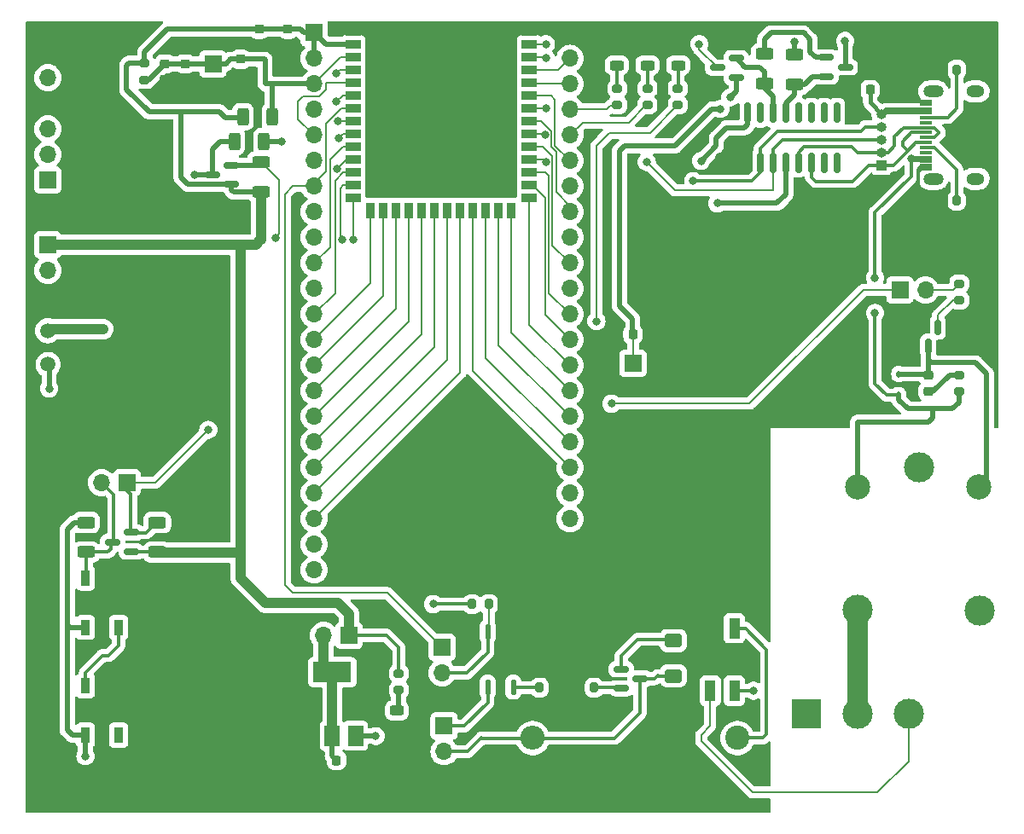
<source format=gbr>
%TF.GenerationSoftware,KiCad,Pcbnew,7.0.6*%
%TF.CreationDate,2023-09-04T20:16:31+02:00*%
%TF.ProjectId,LAS_V2,4c41535f-5632-42e6-9b69-6361645f7063,rev?*%
%TF.SameCoordinates,Original*%
%TF.FileFunction,Copper,L1,Top*%
%TF.FilePolarity,Positive*%
%FSLAX46Y46*%
G04 Gerber Fmt 4.6, Leading zero omitted, Abs format (unit mm)*
G04 Created by KiCad (PCBNEW 7.0.6) date 2023-09-04 20:16:31*
%MOMM*%
%LPD*%
G01*
G04 APERTURE LIST*
G04 Aperture macros list*
%AMRoundRect*
0 Rectangle with rounded corners*
0 $1 Rounding radius*
0 $2 $3 $4 $5 $6 $7 $8 $9 X,Y pos of 4 corners*
0 Add a 4 corners polygon primitive as box body*
4,1,4,$2,$3,$4,$5,$6,$7,$8,$9,$2,$3,0*
0 Add four circle primitives for the rounded corners*
1,1,$1+$1,$2,$3*
1,1,$1+$1,$4,$5*
1,1,$1+$1,$6,$7*
1,1,$1+$1,$8,$9*
0 Add four rect primitives between the rounded corners*
20,1,$1+$1,$2,$3,$4,$5,0*
20,1,$1+$1,$4,$5,$6,$7,0*
20,1,$1+$1,$6,$7,$8,$9,0*
20,1,$1+$1,$8,$9,$2,$3,0*%
G04 Aperture macros list end*
%TA.AperFunction,ComponentPad*%
%ADD10C,2.400000*%
%TD*%
%TA.AperFunction,ComponentPad*%
%ADD11O,2.400000X2.400000*%
%TD*%
%TA.AperFunction,ComponentPad*%
%ADD12O,2.000000X1.200000*%
%TD*%
%TA.AperFunction,ComponentPad*%
%ADD13O,1.800000X1.200000*%
%TD*%
%TA.AperFunction,SMDPad,CuDef*%
%ADD14R,1.300000X0.300000*%
%TD*%
%TA.AperFunction,ComponentPad*%
%ADD15R,1.700000X1.700000*%
%TD*%
%TA.AperFunction,ComponentPad*%
%ADD16O,1.700000X1.700000*%
%TD*%
%TA.AperFunction,SMDPad,CuDef*%
%ADD17RoundRect,0.218750X-0.256250X0.218750X-0.256250X-0.218750X0.256250X-0.218750X0.256250X0.218750X0*%
%TD*%
%TA.AperFunction,SMDPad,CuDef*%
%ADD18RoundRect,0.250000X0.625000X-0.312500X0.625000X0.312500X-0.625000X0.312500X-0.625000X-0.312500X0*%
%TD*%
%TA.AperFunction,SMDPad,CuDef*%
%ADD19RoundRect,0.250000X0.312500X0.625000X-0.312500X0.625000X-0.312500X-0.625000X0.312500X-0.625000X0*%
%TD*%
%TA.AperFunction,SMDPad,CuDef*%
%ADD20RoundRect,0.200000X-0.275000X0.200000X-0.275000X-0.200000X0.275000X-0.200000X0.275000X0.200000X0*%
%TD*%
%TA.AperFunction,ComponentPad*%
%ADD21R,3.000000X3.000000*%
%TD*%
%TA.AperFunction,ComponentPad*%
%ADD22C,3.000000*%
%TD*%
%TA.AperFunction,SMDPad,CuDef*%
%ADD23RoundRect,0.150000X-0.587500X-0.150000X0.587500X-0.150000X0.587500X0.150000X-0.587500X0.150000X0*%
%TD*%
%TA.AperFunction,SMDPad,CuDef*%
%ADD24RoundRect,0.225000X-0.250000X0.225000X-0.250000X-0.225000X0.250000X-0.225000X0.250000X0.225000X0*%
%TD*%
%TA.AperFunction,SMDPad,CuDef*%
%ADD25RoundRect,0.250000X-0.625000X0.312500X-0.625000X-0.312500X0.625000X-0.312500X0.625000X0.312500X0*%
%TD*%
%TA.AperFunction,SMDPad,CuDef*%
%ADD26RoundRect,0.243750X-0.456250X0.243750X-0.456250X-0.243750X0.456250X-0.243750X0.456250X0.243750X0*%
%TD*%
%TA.AperFunction,SMDPad,CuDef*%
%ADD27RoundRect,0.200000X0.200000X0.275000X-0.200000X0.275000X-0.200000X-0.275000X0.200000X-0.275000X0*%
%TD*%
%TA.AperFunction,ComponentPad*%
%ADD28R,1.000000X1.000000*%
%TD*%
%TA.AperFunction,ComponentPad*%
%ADD29O,1.000000X1.000000*%
%TD*%
%TA.AperFunction,SMDPad,CuDef*%
%ADD30RoundRect,0.200000X0.275000X-0.200000X0.275000X0.200000X-0.275000X0.200000X-0.275000X-0.200000X0*%
%TD*%
%TA.AperFunction,SMDPad,CuDef*%
%ADD31RoundRect,0.150000X-0.150000X0.587500X-0.150000X-0.587500X0.150000X-0.587500X0.150000X0.587500X0*%
%TD*%
%TA.AperFunction,SMDPad,CuDef*%
%ADD32RoundRect,0.150000X0.587500X0.150000X-0.587500X0.150000X-0.587500X-0.150000X0.587500X-0.150000X0*%
%TD*%
%TA.AperFunction,SMDPad,CuDef*%
%ADD33C,1.500000*%
%TD*%
%TA.AperFunction,SMDPad,CuDef*%
%ADD34RoundRect,0.243750X0.456250X-0.243750X0.456250X0.243750X-0.456250X0.243750X-0.456250X-0.243750X0*%
%TD*%
%TA.AperFunction,SMDPad,CuDef*%
%ADD35RoundRect,0.225000X-0.225000X-0.250000X0.225000X-0.250000X0.225000X0.250000X-0.225000X0.250000X0*%
%TD*%
%TA.AperFunction,SMDPad,CuDef*%
%ADD36R,0.900000X1.500000*%
%TD*%
%TA.AperFunction,SMDPad,CuDef*%
%ADD37R,1.100000X2.000000*%
%TD*%
%TA.AperFunction,SMDPad,CuDef*%
%ADD38RoundRect,0.137500X0.137500X-0.587500X0.137500X0.587500X-0.137500X0.587500X-0.137500X-0.587500X0*%
%TD*%
%TA.AperFunction,ComponentPad*%
%ADD39C,2.500000*%
%TD*%
%TA.AperFunction,SMDPad,CuDef*%
%ADD40RoundRect,0.250000X-0.312500X-0.625000X0.312500X-0.625000X0.312500X0.625000X-0.312500X0.625000X0*%
%TD*%
%TA.AperFunction,SMDPad,CuDef*%
%ADD41RoundRect,0.112500X0.112500X-0.187500X0.112500X0.187500X-0.112500X0.187500X-0.112500X-0.187500X0*%
%TD*%
%TA.AperFunction,SMDPad,CuDef*%
%ADD42RoundRect,0.200000X-0.200000X-0.275000X0.200000X-0.275000X0.200000X0.275000X-0.200000X0.275000X0*%
%TD*%
%TA.AperFunction,SMDPad,CuDef*%
%ADD43RoundRect,0.250000X0.600000X-0.400000X0.600000X0.400000X-0.600000X0.400000X-0.600000X-0.400000X0*%
%TD*%
%TA.AperFunction,SMDPad,CuDef*%
%ADD44R,1.500000X2.000000*%
%TD*%
%TA.AperFunction,SMDPad,CuDef*%
%ADD45R,3.800000X2.000000*%
%TD*%
%TA.AperFunction,SMDPad,CuDef*%
%ADD46RoundRect,0.150000X0.150000X-0.825000X0.150000X0.825000X-0.150000X0.825000X-0.150000X-0.825000X0*%
%TD*%
%TA.AperFunction,SMDPad,CuDef*%
%ADD47R,1.500000X0.900000*%
%TD*%
%TA.AperFunction,SMDPad,CuDef*%
%ADD48R,0.900000X0.900000*%
%TD*%
%TA.AperFunction,ViaPad*%
%ADD49C,0.800000*%
%TD*%
%TA.AperFunction,Conductor*%
%ADD50C,0.300000*%
%TD*%
%TA.AperFunction,Conductor*%
%ADD51C,0.500000*%
%TD*%
%TA.AperFunction,Conductor*%
%ADD52C,0.200000*%
%TD*%
%TA.AperFunction,Conductor*%
%ADD53C,1.000000*%
%TD*%
%TA.AperFunction,Conductor*%
%ADD54C,0.400000*%
%TD*%
%TA.AperFunction,Conductor*%
%ADD55C,2.000000*%
%TD*%
G04 APERTURE END LIST*
D10*
%TO.P,R17,1*%
%TO.N,Net-(D8-+)*%
X178594500Y-141195000D03*
D11*
%TO.P,R17,2*%
%TO.N,Net-(D11-K)*%
X158274500Y-141195000D03*
%TD*%
D12*
%TO.P,J7,0*%
%TO.N,N/C*%
X198039250Y-85656250D03*
%TO.P,J7,1*%
X198039250Y-77006250D03*
D13*
%TO.P,J7,2*%
X202219250Y-77006250D03*
%TO.P,J7,3*%
X202219250Y-85656250D03*
D14*
%TO.P,J7,A1,GND*%
%TO.N,GND*%
X197271250Y-84681250D03*
%TO.P,J7,A4,VBUS*%
%TO.N,/VCC_5V*%
X197271250Y-83881250D03*
%TO.P,J7,A5,CC1*%
%TO.N,Net-(J7-CC1)*%
X197271250Y-82581250D03*
%TO.P,J7,A6,D+*%
%TO.N,Net-(J8-Pin_2)*%
X197271250Y-81581250D03*
%TO.P,J7,A7,D-*%
%TO.N,Net-(J8-Pin_1)*%
X197271250Y-81081250D03*
%TO.P,J7,A8,SBU1*%
%TO.N,unconnected-(J7-SBU1-PadA8)*%
X197271250Y-80081250D03*
%TO.P,J7,A9,VBUS*%
%TO.N,/VCC_5V*%
X197271250Y-78781250D03*
%TO.P,J7,A12,GND*%
%TO.N,GND*%
X197271250Y-77981250D03*
%TO.P,J7,B1,GND*%
X197271250Y-78281250D03*
%TO.P,J7,B4,VBUS*%
%TO.N,/VCC_5V*%
X197271250Y-79081250D03*
%TO.P,J7,B5,CC2*%
%TO.N,Net-(J7-CC2)*%
X197271250Y-79581250D03*
%TO.P,J7,B6,D+*%
%TO.N,Net-(J8-Pin_2)*%
X197271250Y-80581250D03*
%TO.P,J7,B7,D-*%
%TO.N,Net-(J8-Pin_1)*%
X197271250Y-82081250D03*
%TO.P,J7,B8,SBU2*%
%TO.N,unconnected-(J7-SBU2-PadB8)*%
X197271250Y-83081250D03*
%TO.P,J7,B9,VBUS*%
%TO.N,/VCC_5V*%
X197271250Y-83581250D03*
%TO.P,J7,B12,GND*%
%TO.N,GND*%
X197271250Y-84381250D03*
%TD*%
D15*
%TO.P,J9,1,Pin_1*%
%TO.N,/BOOT_SEL*%
X168225000Y-104000000D03*
D16*
%TO.P,J9,2,Pin_2*%
%TO.N,GND*%
X170765000Y-104000000D03*
%TD*%
D17*
%TO.P,D6,1,K*%
%TO.N,Net-(D6-K)*%
X197527000Y-105187500D03*
%TO.P,D6,2,A*%
%TO.N,Net-(D6-A)*%
X197527000Y-106762500D03*
%TD*%
D18*
%TO.P,R26,1*%
%TO.N,/+3.3V*%
X131310000Y-86932500D03*
%TO.P,R26,2*%
%TO.N,/GPIO18*%
X131310000Y-84007500D03*
%TD*%
D19*
%TO.P,R27,1*%
%TO.N,/VCC_5V*%
X131612500Y-81970000D03*
%TO.P,R27,2*%
%TO.N,/TX_RFID*%
X128687500Y-81970000D03*
%TD*%
D20*
%TO.P,R12,1*%
%TO.N,/+3.3V*%
X119780000Y-74200000D03*
%TO.P,R12,2*%
%TO.N,/CHIP_PU*%
X119780000Y-75850000D03*
%TD*%
D21*
%TO.P,J1,1,Pin_1*%
%TO.N,/NEUTRAL*%
X185440000Y-138800000D03*
D22*
%TO.P,J1,2,Pin_2*%
%TO.N,/N01*%
X190520000Y-138800000D03*
%TO.P,J1,3,Pin_3*%
%TO.N,/LIVE*%
X195600000Y-138800000D03*
%TD*%
D15*
%TO.P,J5,1,Pin_1*%
%TO.N,GND*%
X162000000Y-71170000D03*
D16*
%TO.P,J5,2,Pin_2*%
%TO.N,/TXD0*%
X162000000Y-73710000D03*
%TO.P,J5,3,Pin_3*%
%TO.N,/RXD0*%
X162000000Y-76250000D03*
%TO.P,J5,4,Pin_4*%
%TO.N,/GPIO1*%
X162000000Y-78790000D03*
%TO.P,J5,5,Pin_5*%
%TO.N,/GPIO2*%
X162000000Y-81330000D03*
%TO.P,J5,6,Pin_6*%
%TO.N,/GPIO42*%
X162000000Y-83870000D03*
%TO.P,J5,7,Pin_7*%
%TO.N,/GPIO41*%
X162000000Y-86410000D03*
%TO.P,J5,8,Pin_8*%
%TO.N,/GPIO40*%
X162000000Y-88950000D03*
%TO.P,J5,9,Pin_9*%
%TO.N,/GPIO39*%
X162000000Y-91490000D03*
%TO.P,J5,10,Pin_10*%
%TO.N,/GPIO38*%
X162000000Y-94030000D03*
%TO.P,J5,11,Pin_11*%
%TO.N,/GPIO37*%
X162000000Y-96570000D03*
%TO.P,J5,12,Pin_12*%
%TO.N,/GPIO36*%
X162000000Y-99110000D03*
%TO.P,J5,13,Pin_13*%
%TO.N,/GPIO35*%
X162000000Y-101650000D03*
%TO.P,J5,14,Pin_14*%
%TO.N,/BOOT_SEL*%
X162000000Y-104190000D03*
%TO.P,J5,15,Pin_15*%
%TO.N,/GPIO45*%
X162000000Y-106730000D03*
%TO.P,J5,16,Pin_16*%
%TO.N,/GPIO48*%
X162000000Y-109270000D03*
%TO.P,J5,17,Pin_17*%
%TO.N,/GPIO47*%
X162000000Y-111810000D03*
%TO.P,J5,18,Pin_18*%
%TO.N,/GPIO21*%
X162000000Y-114350000D03*
%TO.P,J5,19,Pin_19*%
%TO.N,/GPIO20*%
X162000000Y-116890000D03*
%TO.P,J5,20,Pin_20*%
%TO.N,/GPIO19*%
X162000000Y-119430000D03*
%TO.P,J5,21,Pin_21*%
%TO.N,GND*%
X162000000Y-121970000D03*
%TO.P,J5,22,Pin_22*%
X162000000Y-124510000D03*
%TD*%
D23*
%TO.P,Q4,1,B*%
%TO.N,Net-(D11-A)*%
X167062500Y-134350000D03*
%TO.P,Q4,2,E*%
%TO.N,Net-(Q4-E)*%
X167062500Y-136250000D03*
%TO.P,Q4,3,C*%
%TO.N,Net-(D11-K)*%
X168937500Y-135300000D03*
%TD*%
D24*
%TO.P,C1,1*%
%TO.N,/CHIP_PU*%
X123800000Y-74250000D03*
%TO.P,C1,2*%
%TO.N,GND*%
X123800000Y-75800000D03*
%TD*%
D18*
%TO.P,R13,1*%
%TO.N,/USB Interface/RTS*%
X181293750Y-76193750D03*
%TO.P,R13,2*%
%TO.N,Net-(Q3-B)*%
X181293750Y-73268750D03*
%TD*%
D24*
%TO.P,C5,1*%
%TO.N,/CHIP_PU*%
X129300000Y-73800000D03*
%TO.P,C5,2*%
%TO.N,GND*%
X129300000Y-75350000D03*
%TD*%
D25*
%TO.P,R29,1*%
%TO.N,/VCC_5V*%
X113975000Y-119812500D03*
%TO.P,R29,2*%
%TO.N,/LEDs/DIN*%
X113975000Y-122737500D03*
%TD*%
D26*
%TO.P,D3,1,K*%
%TO.N,GND*%
X169675000Y-72525000D03*
%TO.P,D3,2,A*%
%TO.N,Net-(D3-A)*%
X169675000Y-74400000D03*
%TD*%
D15*
%TO.P,J6,1,Pin_1*%
%TO.N,/GPIO6*%
X194718000Y-96704000D03*
D16*
%TO.P,J6,2,Pin_2*%
%TO.N,Net-(J6-Pin_2)*%
X197258000Y-96704000D03*
%TD*%
D15*
%TO.P,J13,1,Pin_1*%
%TO.N,/AC_Mon_1*%
X149294500Y-132195000D03*
D16*
%TO.P,J13,2,Pin_2*%
%TO.N,Net-(J13-Pin_2)*%
X149294500Y-134735000D03*
%TD*%
D15*
%TO.P,J11,1,Pin_1*%
%TO.N,/+3.3V*%
X140075000Y-131000000D03*
D16*
%TO.P,J11,2,Pin_2*%
%TO.N,Net-(J11-Pin_2)*%
X137535000Y-131000000D03*
%TD*%
D26*
%TO.P,D5,1,K*%
%TO.N,GND*%
X172715000Y-72525000D03*
%TO.P,D5,2,A*%
%TO.N,Net-(D5-A)*%
X172715000Y-74400000D03*
%TD*%
D27*
%TO.P,R24,1*%
%TO.N,Net-(J13-Pin_2)*%
X153925000Y-127900000D03*
%TO.P,R24,2*%
%TO.N,/+3.3V*%
X152275000Y-127900000D03*
%TD*%
D15*
%TO.P,J2,1,Pin_1*%
%TO.N,/+3.3V*%
X110175000Y-92230000D03*
D16*
%TO.P,J2,2,Pin_2*%
%TO.N,/VCC_5V*%
X110175000Y-94770000D03*
%TO.P,J2,3,Pin_3*%
%TO.N,GND*%
X110175000Y-97310000D03*
%TD*%
D28*
%TO.P,J8,1,Pin_1*%
%TO.N,Net-(J8-Pin_1)*%
X192893750Y-84306250D03*
D29*
%TO.P,J8,2,Pin_2*%
%TO.N,Net-(J8-Pin_2)*%
X192893750Y-83036250D03*
%TO.P,J8,3,Pin_3*%
%TO.N,/TXD0*%
X192893750Y-81766250D03*
%TO.P,J8,4,Pin_4*%
%TO.N,/RXD0*%
X192893750Y-80496250D03*
%TO.P,J8,5,Pin_5*%
%TO.N,/VCC_5V*%
X192893750Y-79226250D03*
%TD*%
D30*
%TO.P,R5,1*%
%TO.N,/GPIO1*%
X166675000Y-78350000D03*
%TO.P,R5,2*%
%TO.N,Net-(D2-A)*%
X166675000Y-76700000D03*
%TD*%
D27*
%TO.P,R10,1*%
%TO.N,Net-(J7-CC1)*%
X200368750Y-87831250D03*
%TO.P,R10,2*%
%TO.N,GND*%
X198718750Y-87831250D03*
%TD*%
D31*
%TO.P,Q1,1,B*%
%TO.N,Net-(Q1-B)*%
X198477000Y-100417000D03*
%TO.P,Q1,2,E*%
%TO.N,GND*%
X196577000Y-100417000D03*
%TO.P,Q1,3,C*%
%TO.N,Net-(D6-K)*%
X197527000Y-102292000D03*
%TD*%
D32*
%TO.P,Q2,1,B*%
%TO.N,Net-(Q2-B)*%
X178481250Y-75593750D03*
%TO.P,Q2,2,E*%
%TO.N,/USB Interface/RTS*%
X178481250Y-73693750D03*
%TO.P,Q2,3,C*%
%TO.N,/CHIP_PU*%
X176606250Y-74643750D03*
%TD*%
D24*
%TO.P,C9,1*%
%TO.N,/CHIP_PU*%
X121780000Y-74250000D03*
%TO.P,C9,2*%
%TO.N,GND*%
X121780000Y-75800000D03*
%TD*%
D33*
%TO.P,TP1,1,1*%
%TO.N,/VCC_5V*%
X110200000Y-104100000D03*
%TD*%
D34*
%TO.P,D1,1,K*%
%TO.N,GND*%
X144800000Y-140337500D03*
%TO.P,D1,2,A*%
%TO.N,Net-(D1-A)*%
X144800000Y-138462500D03*
%TD*%
D15*
%TO.P,J3,1,Pin_1*%
%TO.N,/TX_RFID*%
X110175000Y-85790000D03*
D16*
%TO.P,J3,2,Pin_2*%
%TO.N,unconnected-(J3-Pin_2-Pad2)*%
X110175000Y-83250000D03*
%TO.P,J3,3,Pin_3*%
%TO.N,unconnected-(J3-Pin_3-Pad3)*%
X110175000Y-80710000D03*
%TO.P,J3,4,Pin_4*%
%TO.N,GND*%
X110175000Y-78170000D03*
%TO.P,J3,5,Pin_5*%
%TO.N,/VCC_5V*%
X110175000Y-75630000D03*
%TD*%
D27*
%TO.P,R21,1*%
%TO.N,GND*%
X160618500Y-136189000D03*
%TO.P,R21,2*%
%TO.N,Net-(R21-Pad2)*%
X158968500Y-136189000D03*
%TD*%
D35*
%TO.P,C2,1*%
%TO.N,/BOOT_SEL*%
X168225000Y-101100000D03*
%TO.P,C2,2*%
%TO.N,GND*%
X169775000Y-101100000D03*
%TD*%
D30*
%TO.P,R8,1*%
%TO.N,/VCC_5V*%
X200575000Y-106800000D03*
%TO.P,R8,2*%
%TO.N,Net-(D6-A)*%
X200575000Y-105150000D03*
%TD*%
D36*
%TO.P,D4,1,VDD*%
%TO.N,/VCC_5V*%
X113900000Y-130200000D03*
%TO.P,D4,2,DOUT*%
%TO.N,Net-(D4-DOUT)*%
X117200000Y-130200000D03*
%TO.P,D4,3,VSS*%
%TO.N,GND*%
X117200000Y-125300000D03*
%TO.P,D4,4,DIN*%
%TO.N,/LEDs/DIN*%
X113900000Y-125300000D03*
%TD*%
D27*
%TO.P,R11,1*%
%TO.N,Net-(J7-CC2)*%
X200368750Y-74831250D03*
%TO.P,R11,2*%
%TO.N,GND*%
X198718750Y-74831250D03*
%TD*%
D20*
%TO.P,R9,1*%
%TO.N,Net-(J6-Pin_2)*%
X200600000Y-96075000D03*
%TO.P,R9,2*%
%TO.N,Net-(Q1-B)*%
X200600000Y-97725000D03*
%TD*%
D37*
%TO.P,D8,1,+*%
%TO.N,Net-(D8-+)*%
X178294500Y-130295000D03*
%TO.P,D8,2,-*%
%TO.N,GND*%
X175894500Y-130295000D03*
%TO.P,D8,3*%
%TO.N,/LIVE*%
X175894500Y-136495000D03*
%TO.P,D8,4*%
%TO.N,/NEUTRAL*%
X178294500Y-136495000D03*
%TD*%
D38*
%TO.P,U5,1*%
%TO.N,Net-(J14-Pin_1)*%
X153824500Y-136145000D03*
%TO.P,U5,2*%
%TO.N,Net-(R21-Pad2)*%
X156364500Y-136145000D03*
%TO.P,U5,3*%
%TO.N,GND*%
X156364500Y-130645000D03*
%TO.P,U5,4*%
%TO.N,Net-(J13-Pin_2)*%
X153824500Y-130645000D03*
%TD*%
D22*
%TO.P,K1,1*%
%TO.N,/LIVE*%
X196600000Y-114336000D03*
D39*
%TO.P,K1,2*%
%TO.N,/VCC_5V*%
X190550000Y-116286000D03*
D22*
%TO.P,K1,3*%
%TO.N,/N01*%
X190550000Y-128486000D03*
%TO.P,K1,4*%
%TO.N,/NC1*%
X202600000Y-128536000D03*
D39*
%TO.P,K1,5*%
%TO.N,Net-(D6-K)*%
X202550000Y-116286000D03*
%TD*%
D18*
%TO.P,R28,1*%
%TO.N,/+3.3V*%
X121037500Y-122737500D03*
%TO.P,R28,2*%
%TO.N,/DIN_3.3*%
X121037500Y-119812500D03*
%TD*%
D40*
%TO.P,R2,1*%
%TO.N,/+3.3V*%
X129537500Y-79500000D03*
%TO.P,R2,2*%
%TO.N,/CHIP_PU*%
X132462500Y-79500000D03*
%TD*%
D36*
%TO.P,D9,1,VDD*%
%TO.N,/VCC_5V*%
X113900000Y-140900000D03*
%TO.P,D9,2,DOUT*%
%TO.N,unconnected-(D9-DOUT-Pad2)*%
X117200000Y-140900000D03*
%TO.P,D9,3,VSS*%
%TO.N,GND*%
X117200000Y-136000000D03*
%TO.P,D9,4,DIN*%
%TO.N,Net-(D4-DOUT)*%
X113900000Y-136000000D03*
%TD*%
D15*
%TO.P,J4,1,Pin_1*%
%TO.N,/+3.3V*%
X136600000Y-71170000D03*
D16*
%TO.P,J4,2,Pin_2*%
X136600000Y-73710000D03*
%TO.P,J4,3,Pin_3*%
%TO.N,/CHIP_PU*%
X136600000Y-76250000D03*
%TO.P,J4,4,Pin_4*%
%TO.N,/GPIO4*%
X136600000Y-78790000D03*
%TO.P,J4,5,Pin_5*%
%TO.N,/DIN_3.3*%
X136600000Y-81330000D03*
%TO.P,J4,6,Pin_6*%
%TO.N,/GPIO6*%
X136600000Y-83870000D03*
%TO.P,J4,7,Pin_7*%
%TO.N,/AC_Mon_1*%
X136600000Y-86410000D03*
%TO.P,J4,8,Pin_8*%
%TO.N,/GPIO15*%
X136600000Y-88950000D03*
%TO.P,J4,9,Pin_9*%
%TO.N,/GPIO16*%
X136600000Y-91490000D03*
%TO.P,J4,10,Pin_10*%
%TO.N,/GPIO17*%
X136600000Y-94030000D03*
%TO.P,J4,11,Pin_11*%
%TO.N,/GPIO18*%
X136600000Y-96570000D03*
%TO.P,J4,12,Pin_12*%
%TO.N,/GPIO8*%
X136600000Y-99110000D03*
%TO.P,J4,13,Pin_13*%
%TO.N,/GPIO3*%
X136600000Y-101650000D03*
%TO.P,J4,14,Pin_14*%
%TO.N,/GPIO46*%
X136600000Y-104190000D03*
%TO.P,J4,15,Pin_15*%
%TO.N,/GPIO9*%
X136600000Y-106730000D03*
%TO.P,J4,16,Pin_16*%
%TO.N,/GPIO10*%
X136600000Y-109270000D03*
%TO.P,J4,17,Pin_17*%
%TO.N,/GPIO11*%
X136600000Y-111810000D03*
%TO.P,J4,18,Pin_18*%
%TO.N,/GPIO12*%
X136600000Y-114350000D03*
%TO.P,J4,19,Pin_19*%
%TO.N,/GPIO13*%
X136600000Y-116890000D03*
%TO.P,J4,20,Pin_20*%
%TO.N,/GPIO14*%
X136600000Y-119430000D03*
%TO.P,J4,21,Pin_21*%
%TO.N,unconnected-(J4-Pin_21-Pad21)*%
X136600000Y-121970000D03*
%TO.P,J4,22,Pin_22*%
%TO.N,unconnected-(J4-Pin_22-Pad22)*%
X136600000Y-124510000D03*
%TD*%
D20*
%TO.P,R4,1*%
%TO.N,/+3.3V*%
X145000000Y-134775000D03*
%TO.P,R4,2*%
%TO.N,Net-(D1-A)*%
X145000000Y-136425000D03*
%TD*%
D41*
%TO.P,D7,1,K*%
%TO.N,/VCC_5V*%
X194606000Y-107145000D03*
%TO.P,D7,2,A*%
%TO.N,Net-(D6-K)*%
X194606000Y-105045000D03*
%TD*%
D23*
%TO.P,Q3,1,B*%
%TO.N,Net-(Q3-B)*%
X187418750Y-73631250D03*
%TO.P,Q3,2,E*%
%TO.N,/USB Interface/DTR*%
X187418750Y-75531250D03*
%TO.P,Q3,3,C*%
%TO.N,/BOOT_SEL*%
X189293750Y-74581250D03*
%TD*%
D32*
%TO.P,Q6,1,G*%
%TO.N,/+3.3V*%
X118475000Y-122675000D03*
%TO.P,Q6,2,S*%
%TO.N,/DIN_3.3*%
X118475000Y-120775000D03*
%TO.P,Q6,3,D*%
%TO.N,/LEDs/DIN*%
X116600000Y-121725000D03*
%TD*%
D42*
%TO.P,R20,1*%
%TO.N,GND*%
X162714500Y-136189000D03*
%TO.P,R20,2*%
%TO.N,Net-(Q4-E)*%
X164364500Y-136189000D03*
%TD*%
D24*
%TO.P,C4,1*%
%TO.N,/+3.3V*%
X131135000Y-70825000D03*
%TO.P,C4,2*%
%TO.N,GND*%
X131135000Y-72375000D03*
%TD*%
D15*
%TO.P,J14,1,Pin_1*%
%TO.N,Net-(J14-Pin_1)*%
X149494500Y-139995000D03*
D16*
%TO.P,J14,2,Pin_2*%
%TO.N,Net-(D11-K)*%
X149494500Y-142535000D03*
%TD*%
D43*
%TO.P,D11,1,K*%
%TO.N,Net-(D11-K)*%
X172239500Y-135018000D03*
%TO.P,D11,2,A*%
%TO.N,Net-(D11-A)*%
X172239500Y-131518000D03*
%TD*%
D24*
%TO.P,C3,1*%
%TO.N,/+3.3V*%
X134000000Y-70825000D03*
%TO.P,C3,2*%
%TO.N,GND*%
X134000000Y-72375000D03*
%TD*%
D33*
%TO.P,TP2,1,1*%
%TO.N,Net-(J11-Pin_2)*%
X110175000Y-100750000D03*
%TD*%
D44*
%TO.P,U2,1,GND*%
%TO.N,GND*%
X136100000Y-140950000D03*
%TO.P,U2,2,VO*%
%TO.N,Net-(J11-Pin_2)*%
X138400000Y-140950000D03*
D45*
X138400000Y-134650000D03*
D44*
%TO.P,U2,3,VI*%
%TO.N,/VCC_5V*%
X140700000Y-140950000D03*
%TD*%
D18*
%TO.P,R14,1*%
%TO.N,/USB Interface/DTR*%
X184293750Y-76293750D03*
%TO.P,R14,2*%
%TO.N,Net-(Q2-B)*%
X184293750Y-73368750D03*
%TD*%
D26*
%TO.P,D2,1,K*%
%TO.N,GND*%
X166635000Y-72525000D03*
%TO.P,D2,2,A*%
%TO.N,Net-(D2-A)*%
X166635000Y-74400000D03*
%TD*%
D46*
%TO.P,U3,1,GND*%
%TO.N,GND*%
X179598750Y-84056250D03*
%TO.P,U3,2,TXD*%
%TO.N,/RXD0*%
X180868750Y-84056250D03*
%TO.P,U3,3,RXD*%
%TO.N,/TXD0*%
X182138750Y-84056250D03*
%TO.P,U3,4,V3*%
%TO.N,/+3.3V*%
X183408750Y-84056250D03*
%TO.P,U3,5,UD+*%
%TO.N,Net-(J8-Pin_2)*%
X184678750Y-84056250D03*
%TO.P,U3,6,UD-*%
%TO.N,Net-(J8-Pin_1)*%
X185948750Y-84056250D03*
%TO.P,U3,7,NC*%
%TO.N,unconnected-(U3-NC-Pad7)*%
X187218750Y-84056250D03*
%TO.P,U3,8,NC*%
%TO.N,unconnected-(U3-NC-Pad8)*%
X188488750Y-84056250D03*
%TO.P,U3,9,~{CTS}*%
%TO.N,unconnected-(U3-~{CTS}-Pad9)*%
X188488750Y-79106250D03*
%TO.P,U3,10,~{DSR}*%
%TO.N,unconnected-(U3-~{DSR}-Pad10)*%
X187218750Y-79106250D03*
%TO.P,U3,11,~{RI}*%
%TO.N,unconnected-(U3-~{RI}-Pad11)*%
X185948750Y-79106250D03*
%TO.P,U3,12,~{DCD}*%
%TO.N,unconnected-(U3-~{DCD}-Pad12)*%
X184678750Y-79106250D03*
%TO.P,U3,13,~{DTR}*%
%TO.N,/USB Interface/DTR*%
X183408750Y-79106250D03*
%TO.P,U3,14,~{RTS}*%
%TO.N,/USB Interface/RTS*%
X182138750Y-79106250D03*
%TO.P,U3,15,R232*%
%TO.N,unconnected-(U3-R232-Pad15)*%
X180868750Y-79106250D03*
%TO.P,U3,16,VCC*%
%TO.N,/+3.3V*%
X179598750Y-79106250D03*
%TD*%
D35*
%TO.P,C7,1*%
%TO.N,/VCC_5V*%
X191768750Y-76831250D03*
%TO.P,C7,2*%
%TO.N,GND*%
X193318750Y-76831250D03*
%TD*%
D15*
%TO.P,J10,1,Pin_1*%
%TO.N,/CHIP_PU*%
X126555000Y-74250000D03*
D16*
%TO.P,J10,2,Pin_2*%
%TO.N,GND*%
X126555000Y-76790000D03*
%TD*%
D47*
%TO.P,U1,1,GND*%
%TO.N,GND*%
X140450000Y-71060000D03*
%TO.P,U1,2,3V3*%
%TO.N,/+3.3V*%
X140450000Y-72330000D03*
%TO.P,U1,3,EN*%
%TO.N,/CHIP_PU*%
X140450000Y-73600000D03*
%TO.P,U1,4,GPIO4/TOUCH4/ADC1_CH3*%
%TO.N,/GPIO4*%
X140450000Y-74870000D03*
%TO.P,U1,5,GPIO5/TOUCH5/ADC1_CH4*%
%TO.N,/DIN_3.3*%
X140450000Y-76140000D03*
%TO.P,U1,6,GPIO6/TOUCH6/ADC1_CH5*%
%TO.N,/GPIO6*%
X140450000Y-77410000D03*
%TO.P,U1,7,GPIO7/TOUCH7/ADC1_CH6*%
%TO.N,/AC_Mon_1*%
X140450000Y-78680000D03*
%TO.P,U1,8,GPIO15/U0RTS/ADC2_CH4/XTAL_32K_P*%
%TO.N,/GPIO15*%
X140450000Y-79950000D03*
%TO.P,U1,9,GPIO16/U0CTS/ADC2_CH5/XTAL_32K_N*%
%TO.N,/GPIO16*%
X140450000Y-81220000D03*
%TO.P,U1,10,GPIO17/U1TXD/ADC2_CH6*%
%TO.N,/GPIO17*%
X140450000Y-82490000D03*
%TO.P,U1,11,GPIO18/U1RXD/ADC2_CH7/CLK_OUT3*%
%TO.N,/GPIO18*%
X140450000Y-83760000D03*
%TO.P,U1,12,GPIO8/TOUCH8/ADC1_CH7/SUBSPICS1*%
%TO.N,/GPIO8*%
X140450000Y-85030000D03*
%TO.P,U1,13,GPIO19/U1RTS/ADC2_CH8/CLK_OUT2/USB_D-*%
%TO.N,/GPIO19*%
X140450000Y-86300000D03*
%TO.P,U1,14,GPIO20/U1CTS/ADC2_CH9/CLK_OUT1/USB_D+*%
%TO.N,/GPIO20*%
X140450000Y-87570000D03*
D36*
%TO.P,U1,15,GPIO3/TOUCH3/ADC1_CH2*%
%TO.N,/GPIO3*%
X142215000Y-88820000D03*
%TO.P,U1,16,GPIO46*%
%TO.N,/GPIO46*%
X143485000Y-88820000D03*
%TO.P,U1,17,GPIO9/TOUCH9/ADC1_CH8/FSPIHD/SUBSPIHD*%
%TO.N,/GPIO9*%
X144755000Y-88820000D03*
%TO.P,U1,18,GPIO10/TOUCH10/ADC1_CH9/FSPICS0/FSPIIO4/SUBSPICS0*%
%TO.N,/GPIO10*%
X146025000Y-88820000D03*
%TO.P,U1,19,GPIO11/TOUCH11/ADC2_CH0/FSPID/FSPIIO5/SUBSPID*%
%TO.N,/GPIO11*%
X147295000Y-88820000D03*
%TO.P,U1,20,GPIO12/TOUCH12/ADC2_CH1/FSPICLK/FSPIIO6/SUBSPICLK*%
%TO.N,/GPIO12*%
X148565000Y-88820000D03*
%TO.P,U1,21,GPIO13/TOUCH13/ADC2_CH2/FSPIQ/FSPIIO7/SUBSPIQ*%
%TO.N,/GPIO13*%
X149835000Y-88820000D03*
%TO.P,U1,22,GPIO14/TOUCH14/ADC2_CH3/FSPIWP/FSPIDQS/SUBSPIWP*%
%TO.N,/GPIO14*%
X151105000Y-88820000D03*
%TO.P,U1,23,GPIO21*%
%TO.N,/GPIO21*%
X152375000Y-88820000D03*
%TO.P,U1,24,GPIO47/SPICLK_P/SUBSPICLK_P_DIFF*%
%TO.N,/GPIO47*%
X153645000Y-88820000D03*
%TO.P,U1,25,GPIO48/SPICLK_N/SUBSPICLK_N_DIFF*%
%TO.N,/GPIO48*%
X154915000Y-88820000D03*
%TO.P,U1,26,GPIO45*%
%TO.N,/GPIO45*%
X156185000Y-88820000D03*
D47*
%TO.P,U1,27,GPIO0/BOOT*%
%TO.N,/BOOT_SEL*%
X157950000Y-87570000D03*
%TO.P,U1,28,SPIIO6/GPIO35/FSPID/SUBSPID*%
%TO.N,/GPIO35*%
X157950000Y-86300000D03*
%TO.P,U1,29,SPIIO7/GPIO36/FSPICLK/SUBSPICLK*%
%TO.N,/GPIO36*%
X157950000Y-85030000D03*
%TO.P,U1,30,SPIDQS/GPIO37/FSPIQ/SUBSPIQ*%
%TO.N,/GPIO37*%
X157950000Y-83760000D03*
%TO.P,U1,31,GPIO38/FSPIWP/SUBSPIWP*%
%TO.N,/GPIO38*%
X157950000Y-82490000D03*
%TO.P,U1,32,MTCK/GPIO39/CLK_OUT3/SUBSPICS1*%
%TO.N,/GPIO39*%
X157950000Y-81220000D03*
%TO.P,U1,33,MTDO/GPIO40/CLK_OUT2*%
%TO.N,/GPIO40*%
X157950000Y-79950000D03*
%TO.P,U1,34,MTDI/GPIO41/CLK_OUT1*%
%TO.N,/GPIO41*%
X157950000Y-78680000D03*
%TO.P,U1,35,MTMS/GPIO42*%
%TO.N,/GPIO42*%
X157950000Y-77410000D03*
%TO.P,U1,36,U0RXD/GPIO44/CLK_OUT2*%
%TO.N,/RXD0*%
X157950000Y-76140000D03*
%TO.P,U1,37,U0TXD/GPIO43/CLK_OUT1*%
%TO.N,/TXD0*%
X157950000Y-74870000D03*
%TO.P,U1,38,GPIO2/TOUCH2/ADC1_CH1*%
%TO.N,/GPIO2*%
X157950000Y-73600000D03*
%TO.P,U1,39,GPIO1/TOUCH1/ADC1_CH0*%
%TO.N,/GPIO1*%
X157950000Y-72330000D03*
%TO.P,U1,40,GND*%
%TO.N,GND*%
X157950000Y-71060000D03*
D48*
%TO.P,U1,41,GND*%
X146300000Y-77380000D03*
X146300000Y-78780000D03*
X146300000Y-80180000D03*
X146300000Y-80180000D03*
X147700000Y-77380000D03*
X147700000Y-77380000D03*
X147700000Y-78780000D03*
X147700000Y-80180000D03*
X149100000Y-77380000D03*
X149100000Y-78780000D03*
X149100000Y-80180000D03*
%TD*%
D15*
%TO.P,J12,1,Pin_1*%
%TO.N,/DIN_3.3*%
X118050000Y-115825000D03*
D16*
%TO.P,J12,2,Pin_2*%
%TO.N,/LEDs/DIN*%
X115510000Y-115825000D03*
%TD*%
D32*
%TO.P,Q5,1,G*%
%TO.N,/+3.3V*%
X128375000Y-86220000D03*
%TO.P,Q5,2,S*%
%TO.N,/GPIO18*%
X128375000Y-84320000D03*
%TO.P,Q5,3,D*%
%TO.N,/TX_RFID*%
X126500000Y-85270000D03*
%TD*%
D35*
%TO.P,C6,1*%
%TO.N,Net-(J11-Pin_2)*%
X138825000Y-143400000D03*
%TO.P,C6,2*%
%TO.N,GND*%
X140375000Y-143400000D03*
%TD*%
D30*
%TO.P,R6,1*%
%TO.N,/GPIO2*%
X169675000Y-78350000D03*
%TO.P,R6,2*%
%TO.N,Net-(D3-A)*%
X169675000Y-76700000D03*
%TD*%
%TO.P,R7,1*%
%TO.N,/GPIO4*%
X172675000Y-78350000D03*
%TO.P,R7,2*%
%TO.N,Net-(D5-A)*%
X172675000Y-76700000D03*
%TD*%
D49*
%TO.N,/CHIP_PU*%
X174800000Y-72300000D03*
%TO.N,GND*%
X148400000Y-80200000D03*
X147000000Y-77400000D03*
X174900000Y-77500000D03*
X196500000Y-87400000D03*
X133700000Y-74900000D03*
X147000000Y-78800000D03*
X194000000Y-100800000D03*
X146300000Y-78100000D03*
X176800000Y-83500000D03*
X129800000Y-77100000D03*
X149100000Y-79500000D03*
X146300000Y-79500000D03*
X147700000Y-79500000D03*
X149100000Y-78100000D03*
X148400000Y-78800000D03*
X147000000Y-80200000D03*
X148400000Y-77400000D03*
X147700000Y-78100000D03*
%TO.N,/BOOT_SEL*%
X176893750Y-78731250D03*
X189275000Y-71975000D03*
%TO.N,/+3.3V*%
X175000000Y-83900000D03*
X148400000Y-127900000D03*
X176600000Y-88100000D03*
%TO.N,/VCC_5V*%
X142700000Y-141000000D03*
X192250000Y-95500000D03*
X192250000Y-99000000D03*
X110300000Y-106500000D03*
X113900000Y-143000000D03*
X195843750Y-83700000D03*
X133400000Y-82000000D03*
%TO.N,/NEUTRAL*%
X180200000Y-136500000D03*
%TO.N,/TX_RFID*%
X124750000Y-85250000D03*
%TO.N,/GPIO4*%
X164600000Y-99800000D03*
X138800000Y-75200000D03*
%TO.N,/DIN_3.3*%
X126100000Y-110600000D03*
%TO.N,/GPIO6*%
X138824750Y-78024750D03*
X166100000Y-108000000D03*
%TO.N,/GPIO15*%
X138999500Y-79965922D03*
%TO.N,/GPIO16*%
X139049500Y-81600000D03*
%TO.N,/GPIO18*%
X132749500Y-91500000D03*
X138849500Y-84700000D03*
%TO.N,/TXD0*%
X169600000Y-84000000D03*
%TO.N,/RXD0*%
X174200000Y-85900000D03*
%TO.N,/GPIO1*%
X159600000Y-72300000D03*
%TO.N,/GPIO2*%
X159600000Y-73700000D03*
%TO.N,/GPIO41*%
X159600000Y-78700000D03*
%TO.N,/GPIO39*%
X159500000Y-81300000D03*
%TO.N,/GPIO37*%
X159600500Y-84000000D03*
%TO.N,/GPIO20*%
X140500000Y-91700000D03*
%TO.N,/GPIO19*%
X139349500Y-91700000D03*
%TO.N,Net-(Q2-B)*%
X184293750Y-72100000D03*
X177893750Y-77581250D03*
%TO.N,Net-(J11-Pin_2)*%
X115700000Y-100600000D03*
%TD*%
D50*
%TO.N,Net-(D11-K)*%
X168937500Y-138662500D02*
X168937500Y-135300000D01*
X153194500Y-141195000D02*
X153199500Y-141200000D01*
X151854500Y-142535000D02*
X153194500Y-141195000D01*
X153199500Y-141200000D02*
X166400000Y-141200000D01*
X149494500Y-142535000D02*
X151854500Y-142535000D01*
X166400000Y-141200000D02*
X168937500Y-138662500D01*
%TO.N,/VCC_5V*%
X195843750Y-83700000D02*
X195843750Y-85406250D01*
X195843750Y-85406250D02*
X192250000Y-89000000D01*
D51*
%TO.N,/CHIP_PU*%
X128280000Y-73800000D02*
X127830000Y-74250000D01*
D52*
X136600000Y-76250000D02*
X139250000Y-73600000D01*
D51*
X131725000Y-73850000D02*
X131725000Y-76200000D01*
X131725000Y-76200000D02*
X131775000Y-76250000D01*
X132400000Y-76250000D02*
X136600000Y-76250000D01*
X129300000Y-73800000D02*
X131675000Y-73800000D01*
D52*
X176606250Y-74643750D02*
X174800000Y-72837500D01*
D51*
X129300000Y-73800000D02*
X128280000Y-73800000D01*
D52*
X174800000Y-72837500D02*
X174800000Y-72300000D01*
D51*
X123800000Y-74250000D02*
X126555000Y-74250000D01*
X120180000Y-75850000D02*
X121780000Y-74250000D01*
X132400000Y-76250000D02*
X132400000Y-79437500D01*
X131675000Y-73800000D02*
X131725000Y-73850000D01*
X131775000Y-76250000D02*
X132400000Y-76250000D01*
X127830000Y-74250000D02*
X126555000Y-74250000D01*
D52*
X139250000Y-73600000D02*
X140450000Y-73600000D01*
D51*
X132400000Y-79437500D02*
X132462500Y-79500000D01*
X121780000Y-74250000D02*
X123800000Y-74250000D01*
D50*
%TO.N,GND*%
X196500000Y-84750000D02*
X196500000Y-87400000D01*
X196868750Y-84381250D02*
X196500000Y-84750000D01*
X197271250Y-77981250D02*
X197271250Y-78281250D01*
X197271250Y-84381250D02*
X197271250Y-84681250D01*
D51*
%TO.N,/BOOT_SEL*%
X168200000Y-99600000D02*
X168200000Y-101075000D01*
D52*
X157950000Y-87570000D02*
X157950000Y-100140000D01*
D51*
X167400000Y-82400000D02*
X166875000Y-82925000D01*
X176068750Y-78731250D02*
X172400000Y-82400000D01*
X189293750Y-74581250D02*
X189293750Y-71993750D01*
X168200000Y-101075000D02*
X168225000Y-101100000D01*
X189293750Y-71993750D02*
X189275000Y-71975000D01*
D52*
X168225000Y-101100000D02*
X168225000Y-104000000D01*
D51*
X172400000Y-82400000D02*
X167400000Y-82400000D01*
D52*
X157950000Y-100140000D02*
X162000000Y-104190000D01*
D51*
X166875000Y-82925000D02*
X166875000Y-98275000D01*
X176893750Y-78731250D02*
X176068750Y-78731250D01*
X166875000Y-98275000D02*
X168200000Y-99600000D01*
%TO.N,/+3.3V*%
X127800000Y-79600000D02*
X129437500Y-79600000D01*
D53*
X129300000Y-122800000D02*
X129300000Y-125300000D01*
D51*
X135570000Y-71170000D02*
X136600000Y-71170000D01*
D53*
X130790000Y-92230000D02*
X127400000Y-92230000D01*
D51*
X131135000Y-70825000D02*
X134000000Y-70825000D01*
D50*
X121037500Y-122737500D02*
X118537500Y-122737500D01*
D53*
X140075000Y-128875000D02*
X140075000Y-131000000D01*
X129300000Y-122800000D02*
X121100000Y-122800000D01*
D51*
X128375000Y-86220000D02*
X128375000Y-86775000D01*
X128600000Y-87000000D02*
X131242500Y-87000000D01*
X136600000Y-71170000D02*
X137760000Y-72330000D01*
D53*
X127400000Y-92230000D02*
X129300000Y-92230000D01*
D51*
X179300000Y-80600000D02*
X179598750Y-80301250D01*
X123400000Y-79020000D02*
X120220000Y-79020000D01*
D53*
X121100000Y-122800000D02*
X121037500Y-122737500D01*
X131800000Y-127800000D02*
X139000000Y-127800000D01*
D51*
X135570000Y-71170000D02*
X135200000Y-70800000D01*
X176500000Y-81600000D02*
X177500000Y-80600000D01*
X123400000Y-79020000D02*
X123400000Y-85531371D01*
X118000000Y-76800000D02*
X118000000Y-74400000D01*
X136600000Y-73710000D02*
X136600000Y-71170000D01*
X177500000Y-80600000D02*
X179300000Y-80600000D01*
X131135000Y-70825000D02*
X122050000Y-70825000D01*
D53*
X131310000Y-91750000D02*
X131290000Y-91730000D01*
X131310000Y-91750000D02*
X131310000Y-86932500D01*
D51*
X137760000Y-72330000D02*
X140450000Y-72330000D01*
X175000000Y-83900000D02*
X176500000Y-82400000D01*
D50*
X148400000Y-127900000D02*
X152275000Y-127900000D01*
D51*
X128375000Y-86220000D02*
X124088629Y-86220000D01*
D50*
X145000000Y-134775000D02*
X145000000Y-132200000D01*
D51*
X118000000Y-74400000D02*
X118200000Y-74200000D01*
X129437500Y-79600000D02*
X129537500Y-79500000D01*
X127220000Y-79020000D02*
X127800000Y-79600000D01*
D50*
X145000000Y-132200000D02*
X143800000Y-131000000D01*
D53*
X139000000Y-127800000D02*
X140075000Y-128875000D01*
D51*
X119780000Y-73095000D02*
X119780000Y-74200000D01*
X135200000Y-70800000D02*
X134025000Y-70800000D01*
D53*
X131290000Y-91730000D02*
X130790000Y-92230000D01*
D51*
X128375000Y-86775000D02*
X128600000Y-87000000D01*
X118200000Y-74200000D02*
X119780000Y-74200000D01*
D50*
X143800000Y-131000000D02*
X140075000Y-131000000D01*
D51*
X123400000Y-85531371D02*
X124088629Y-86220000D01*
X122050000Y-70825000D02*
X119780000Y-73095000D01*
X182500000Y-88100000D02*
X183408750Y-87191250D01*
D53*
X129300000Y-125300000D02*
X131800000Y-127800000D01*
D51*
X176500000Y-82400000D02*
X176500000Y-81600000D01*
X120220000Y-79020000D02*
X118000000Y-76800000D01*
X183408750Y-87191250D02*
X183408750Y-84056250D01*
D53*
X129300000Y-92230000D02*
X129300000Y-122800000D01*
X127400000Y-92230000D02*
X110175000Y-92230000D01*
D51*
X176600000Y-88100000D02*
X182500000Y-88100000D01*
X179598750Y-80301250D02*
X179598750Y-79106250D01*
X123400000Y-79020000D02*
X127220000Y-79020000D01*
D50*
%TO.N,/VCC_5V*%
X192250000Y-89000000D02*
X192250000Y-95500000D01*
D51*
X112100000Y-120500000D02*
X112100000Y-129900000D01*
X112600000Y-140900000D02*
X113900000Y-140900000D01*
X112787500Y-119812500D02*
X112100000Y-120500000D01*
X113975000Y-119812500D02*
X112787500Y-119812500D01*
D50*
X195962500Y-83581250D02*
X197271250Y-83581250D01*
D51*
X195495000Y-108515000D02*
X196130000Y-108515000D01*
X110300000Y-106500000D02*
X110300000Y-104200000D01*
X131612500Y-81970000D02*
X133370000Y-81970000D01*
X194606000Y-107626000D02*
X195495000Y-108515000D01*
X199940000Y-108515000D02*
X200575000Y-107880000D01*
X190525000Y-109825000D02*
X190525000Y-116261000D01*
D50*
X192250000Y-106000000D02*
X193395000Y-107145000D01*
D51*
X140750000Y-141000000D02*
X140700000Y-140950000D01*
X197525000Y-109825000D02*
X190525000Y-109825000D01*
D50*
X192250000Y-99000000D02*
X192250000Y-106000000D01*
D51*
X112400000Y-130200000D02*
X113900000Y-130200000D01*
X112100000Y-129900000D02*
X112100000Y-140400000D01*
X133370000Y-81970000D02*
X133400000Y-82000000D01*
X190525000Y-116261000D02*
X190550000Y-116286000D01*
D54*
X191768750Y-78101250D02*
X192893750Y-79226250D01*
D50*
X193395000Y-107145000D02*
X194606000Y-107145000D01*
D51*
X142700000Y-141000000D02*
X140750000Y-141000000D01*
X110200000Y-104100000D02*
X110300000Y-104200000D01*
X112100000Y-129900000D02*
X112400000Y-130200000D01*
X197965000Y-109385000D02*
X197525000Y-109825000D01*
D54*
X191768750Y-76831250D02*
X191768750Y-78101250D01*
D50*
X196000000Y-83856250D02*
X197246250Y-83856250D01*
D51*
X200575000Y-107880000D02*
X200575000Y-106800000D01*
D50*
X197246250Y-83856250D02*
X197271250Y-83881250D01*
X193338750Y-78781250D02*
X197271250Y-78781250D01*
X195843750Y-83700000D02*
X195962500Y-83581250D01*
X195843750Y-83700000D02*
X196000000Y-83856250D01*
D51*
X196130000Y-108515000D02*
X197965000Y-108515000D01*
D50*
X197271250Y-79081250D02*
X193038750Y-79081250D01*
X192893750Y-79226250D02*
X193338750Y-78781250D01*
D51*
X112100000Y-140400000D02*
X112600000Y-140900000D01*
X113900000Y-143000000D02*
X113900000Y-140900000D01*
X194606000Y-107145000D02*
X194606000Y-107626000D01*
X196130000Y-108515000D02*
X199940000Y-108515000D01*
X197965000Y-108515000D02*
X197965000Y-109385000D01*
%TO.N,Net-(D1-A)*%
X145000000Y-136425000D02*
X145000000Y-138262500D01*
X145000000Y-138262500D02*
X144800000Y-138462500D01*
D50*
%TO.N,Net-(D2-A)*%
X166635000Y-74400000D02*
X166635000Y-76660000D01*
%TO.N,Net-(D3-A)*%
X169675000Y-74400000D02*
X169675000Y-76700000D01*
%TO.N,Net-(D4-DOUT)*%
X113900000Y-134700000D02*
X113900000Y-136000000D01*
X117200000Y-132000000D02*
X116200000Y-133000000D01*
X117200000Y-130200000D02*
X117200000Y-132000000D01*
X116200000Y-133000000D02*
X115600000Y-133000000D01*
X115600000Y-133000000D02*
X113900000Y-134700000D01*
%TO.N,/LEDs/DIN*%
X116112500Y-122737500D02*
X113975000Y-122737500D01*
X116600000Y-121725000D02*
X116425000Y-121900000D01*
X116425000Y-122425000D02*
X116112500Y-122737500D01*
X116425000Y-121900000D02*
X116425000Y-122425000D01*
X116725000Y-117040000D02*
X115510000Y-115825000D01*
X116725000Y-118350000D02*
X116725000Y-121600000D01*
X113975000Y-122737500D02*
X113975000Y-125225000D01*
X116725000Y-118350000D02*
X116725000Y-117040000D01*
%TO.N,Net-(D5-A)*%
X172715000Y-74400000D02*
X172715000Y-76660000D01*
D51*
%TO.N,Net-(D6-K)*%
X197781000Y-103943000D02*
X197527000Y-103689000D01*
X203291000Y-105008000D02*
X203291000Y-115545000D01*
X197527000Y-103689000D02*
X197527000Y-105187500D01*
X203291000Y-115545000D02*
X202550000Y-116286000D01*
X197527000Y-102292000D02*
X197527000Y-103689000D01*
X194606000Y-105045000D02*
X197384500Y-105045000D01*
X202226000Y-103943000D02*
X197781000Y-103943000D01*
X203291000Y-105008000D02*
X202226000Y-103943000D01*
%TO.N,Net-(D6-A)*%
X197527000Y-106762500D02*
X198009500Y-106762500D01*
X199622000Y-105150000D02*
X200575000Y-105150000D01*
X198009500Y-106762500D02*
X199622000Y-105150000D01*
D50*
%TO.N,Net-(D8-+)*%
X181500000Y-140789500D02*
X181094500Y-141195000D01*
X179395000Y-130295000D02*
X181500000Y-132400000D01*
X181500000Y-132400000D02*
X181500000Y-140789500D01*
X178294500Y-130295000D02*
X179395000Y-130295000D01*
X181094500Y-141195000D02*
X178594500Y-141195000D01*
D52*
%TO.N,/LIVE*%
X175000000Y-140900000D02*
X175000000Y-141500000D01*
X175894500Y-140005500D02*
X175000000Y-140900000D01*
X175894500Y-136495000D02*
X175894500Y-140005500D01*
X192500000Y-146600000D02*
X195600000Y-143500000D01*
X175000000Y-141500000D02*
X180100000Y-146600000D01*
X195600000Y-143500000D02*
X195600000Y-138800000D01*
X180100000Y-146600000D02*
X192500000Y-146600000D01*
D50*
%TO.N,/NEUTRAL*%
X180195000Y-136495000D02*
X180200000Y-136500000D01*
X178294500Y-136495000D02*
X180195000Y-136495000D01*
%TO.N,Net-(D11-K)*%
X170694500Y-134995000D02*
X170717500Y-135018000D01*
X170717500Y-135018000D02*
X172239500Y-135018000D01*
X168937500Y-135300000D02*
X170389500Y-135300000D01*
X170389500Y-135300000D02*
X170694500Y-134995000D01*
%TO.N,Net-(D11-A)*%
X167062500Y-133027000D02*
X168694500Y-131395000D01*
X167062500Y-134350000D02*
X167062500Y-133027000D01*
X168694500Y-131395000D02*
X172116500Y-131395000D01*
D55*
%TO.N,/N01*%
X190550000Y-138770000D02*
X190520000Y-138800000D01*
X190550000Y-128486000D02*
X190550000Y-138770000D01*
D51*
%TO.N,/TX_RFID*%
X124850000Y-85270000D02*
X124770000Y-85270000D01*
X124850000Y-85270000D02*
X126500000Y-85270000D01*
X126500000Y-85270000D02*
X126500000Y-82700000D01*
X127250000Y-81950000D02*
X128667500Y-81950000D01*
X126500000Y-82700000D02*
X127250000Y-81950000D01*
X124770000Y-85270000D02*
X124750000Y-85250000D01*
D52*
%TO.N,/GPIO4*%
X172675000Y-78350000D02*
X169925000Y-81100000D01*
X169925000Y-81100000D02*
X165900000Y-81100000D01*
X164600000Y-82400000D02*
X164600000Y-99800000D01*
X139130000Y-74870000D02*
X138800000Y-75200000D01*
X165900000Y-81100000D02*
X164600000Y-82400000D01*
X140450000Y-74870000D02*
X139130000Y-74870000D01*
%TO.N,/DIN_3.3*%
X137800000Y-76140000D02*
X137800000Y-76800000D01*
D50*
X118300000Y-120600000D02*
X118475000Y-120775000D01*
D52*
X137100000Y-77500000D02*
X135500000Y-77500000D01*
X137800000Y-76800000D02*
X137100000Y-77500000D01*
D50*
X118050000Y-116650000D02*
X118050000Y-115825000D01*
X120912500Y-119812500D02*
X119925000Y-120800000D01*
X118375000Y-118350000D02*
X118375000Y-120675000D01*
X118375000Y-118350000D02*
X118375000Y-116975000D01*
X119925000Y-120800000D02*
X118500000Y-120800000D01*
D52*
X126100000Y-110600000D02*
X120875000Y-115825000D01*
X135500000Y-77500000D02*
X135000000Y-78000000D01*
X140450000Y-76140000D02*
X137800000Y-76140000D01*
X135000000Y-78000000D02*
X135000000Y-79730000D01*
X120875000Y-115825000D02*
X118050000Y-115825000D01*
X135000000Y-79730000D02*
X136600000Y-81330000D01*
D50*
X118375000Y-116975000D02*
X118050000Y-116650000D01*
D52*
%TO.N,/GPIO6*%
X179800000Y-108000000D02*
X166100000Y-108000000D01*
X139439500Y-77410000D02*
X140450000Y-77410000D01*
X191096000Y-96704000D02*
X179800000Y-108000000D01*
X138824750Y-78024750D02*
X139439500Y-77410000D01*
X194718000Y-96704000D02*
X191096000Y-96704000D01*
%TO.N,/AC_Mon_1*%
X137800000Y-84900000D02*
X136600000Y-86100000D01*
X143899500Y-126800000D02*
X149294500Y-132195000D01*
X136600000Y-86410000D02*
X134490000Y-86410000D01*
X134490000Y-86410000D02*
X133700000Y-87200000D01*
X140450000Y-78680000D02*
X139320000Y-78680000D01*
X136600000Y-86100000D02*
X136600000Y-86410000D01*
X133700000Y-87200000D02*
X133700000Y-126000000D01*
X134500000Y-126800000D02*
X143899500Y-126800000D01*
X133700000Y-126000000D02*
X134500000Y-126800000D01*
X137800000Y-80200000D02*
X137800000Y-84900000D01*
X139320000Y-78680000D02*
X137800000Y-80200000D01*
%TO.N,/GPIO15*%
X140134078Y-79965922D02*
X140150000Y-79950000D01*
X140150000Y-79950000D02*
X140450000Y-79950000D01*
X138999500Y-79965922D02*
X140134078Y-79965922D01*
%TO.N,/GPIO16*%
X140450000Y-81220000D02*
X139429500Y-81220000D01*
X139429500Y-81220000D02*
X139049500Y-81600000D01*
%TO.N,/GPIO17*%
X140450000Y-82490000D02*
X139500000Y-82490000D01*
X138200000Y-83790000D02*
X138200000Y-92430000D01*
X139500000Y-82490000D02*
X138200000Y-83790000D01*
X138200000Y-92430000D02*
X136600000Y-94030000D01*
%TO.N,/GPIO18*%
X131310000Y-84007500D02*
X133100000Y-85797500D01*
X139789500Y-83760000D02*
X138849500Y-84700000D01*
D51*
X128375000Y-84320000D02*
X130997500Y-84320000D01*
D52*
X140450000Y-83760000D02*
X139789500Y-83760000D01*
X133100000Y-91149500D02*
X132749500Y-91500000D01*
X133100000Y-85797500D02*
X133100000Y-91149500D01*
%TO.N,/GPIO8*%
X139500000Y-85030000D02*
X138700000Y-85830000D01*
X138700000Y-97010000D02*
X136600000Y-99110000D01*
X138700000Y-85830000D02*
X138700000Y-97010000D01*
X140450000Y-85030000D02*
X139500000Y-85030000D01*
%TO.N,/GPIO3*%
X142215000Y-88820000D02*
X142215000Y-96035000D01*
X142215000Y-96035000D02*
X136600000Y-101650000D01*
%TO.N,/GPIO46*%
X143485000Y-88820000D02*
X143485000Y-97305000D01*
X143485000Y-97305000D02*
X136600000Y-104190000D01*
%TO.N,/GPIO9*%
X144755000Y-98575000D02*
X136600000Y-106730000D01*
X144755000Y-88820000D02*
X144755000Y-98575000D01*
%TO.N,/GPIO10*%
X146025000Y-99845000D02*
X136600000Y-109270000D01*
X146025000Y-88820000D02*
X146025000Y-99845000D01*
%TO.N,/GPIO11*%
X147295000Y-88820000D02*
X147295000Y-101115000D01*
X147295000Y-101115000D02*
X136600000Y-111810000D01*
%TO.N,/GPIO12*%
X148565000Y-88820000D02*
X148565000Y-102385000D01*
X148565000Y-102385000D02*
X136600000Y-114350000D01*
%TO.N,/GPIO13*%
X149835000Y-88820000D02*
X149835000Y-103655000D01*
X149835000Y-103655000D02*
X136600000Y-116890000D01*
%TO.N,/GPIO14*%
X151105000Y-104925000D02*
X136600000Y-119430000D01*
X151105000Y-88820000D02*
X151105000Y-104925000D01*
D50*
%TO.N,/TXD0*%
X183083750Y-81766250D02*
X192893750Y-81766250D01*
D52*
X157950000Y-74870000D02*
X160840000Y-74870000D01*
D50*
X182138750Y-84056250D02*
X182138750Y-82711250D01*
D52*
X182138750Y-84397646D02*
X182100000Y-84436396D01*
D50*
X182138750Y-82711250D02*
X183083750Y-81766250D01*
D52*
X182138750Y-84056250D02*
X182138750Y-84397646D01*
X182100000Y-86800000D02*
X172400000Y-86800000D01*
X172400000Y-86800000D02*
X169600000Y-84000000D01*
X182100000Y-84436396D02*
X182100000Y-86800000D01*
X160840000Y-74870000D02*
X162000000Y-73710000D01*
D50*
%TO.N,/RXD0*%
X174200000Y-85900000D02*
X180000000Y-85900000D01*
X180868750Y-85031250D02*
X180868750Y-84056250D01*
D52*
X158250000Y-76140000D02*
X158360000Y-76250000D01*
D50*
X191253750Y-80496250D02*
X192893750Y-80496250D01*
X180000000Y-85900000D02*
X180868750Y-85031250D01*
X180868750Y-84056250D02*
X180868750Y-82656250D01*
X190818750Y-80931250D02*
X191253750Y-80496250D01*
X180868750Y-82656250D02*
X182593750Y-80931250D01*
X182593750Y-80931250D02*
X190818750Y-80931250D01*
D52*
X158360000Y-76250000D02*
X162000000Y-76250000D01*
X157950000Y-76140000D02*
X158250000Y-76140000D01*
%TO.N,/GPIO1*%
X166625000Y-78400000D02*
X166675000Y-78350000D01*
X162000000Y-78790000D02*
X165610000Y-78790000D01*
X166000000Y-78400000D02*
X166625000Y-78400000D01*
X165610000Y-78790000D02*
X166000000Y-78400000D01*
X157950000Y-72330000D02*
X159570000Y-72330000D01*
X159570000Y-72330000D02*
X159600000Y-72300000D01*
%TO.N,/GPIO2*%
X159500000Y-73600000D02*
X159600000Y-73700000D01*
X157950000Y-73600000D02*
X159500000Y-73600000D01*
X163230000Y-80100000D02*
X162000000Y-81330000D01*
X169550000Y-78350000D02*
X167800000Y-80100000D01*
X169675000Y-78350000D02*
X169550000Y-78350000D01*
X167800000Y-80100000D02*
X163230000Y-80100000D01*
%TO.N,/GPIO42*%
X160500000Y-82370000D02*
X162000000Y-83870000D01*
X160110000Y-77410000D02*
X160500000Y-77800000D01*
X160500000Y-77800000D02*
X160500000Y-82370000D01*
X157950000Y-77410000D02*
X160110000Y-77410000D01*
%TO.N,/GPIO41*%
X157950000Y-78680000D02*
X159580000Y-78680000D01*
X159580000Y-78680000D02*
X159600000Y-78700000D01*
%TO.N,/GPIO40*%
X160600000Y-87000000D02*
X162000000Y-88400000D01*
X160150000Y-82514974D02*
X160600000Y-82964974D01*
X157950000Y-79950000D02*
X159150000Y-79950000D01*
X159150000Y-79950000D02*
X160150000Y-80950000D01*
X160600000Y-82964974D02*
X160600000Y-87000000D01*
X162000000Y-88400000D02*
X162000000Y-88950000D01*
X160150000Y-80950000D02*
X160150000Y-82514974D01*
%TO.N,/GPIO39*%
X159420000Y-81220000D02*
X159500000Y-81300000D01*
X157950000Y-81220000D02*
X159420000Y-81220000D01*
%TO.N,/GPIO38*%
X157950000Y-82490000D02*
X159290000Y-82490000D01*
X160250000Y-92280000D02*
X162000000Y-94030000D01*
X160250000Y-83450000D02*
X160250000Y-92280000D01*
X159290000Y-82490000D02*
X160250000Y-83450000D01*
%TO.N,/GPIO37*%
X159360500Y-83760000D02*
X157950000Y-83760000D01*
X159600500Y-84000000D02*
X159360500Y-83760000D01*
%TO.N,/GPIO36*%
X159500000Y-85000000D02*
X159900000Y-85400000D01*
X157950000Y-85030000D02*
X159470000Y-85030000D01*
X159470000Y-85030000D02*
X159500000Y-85000000D01*
X159900000Y-97010000D02*
X162000000Y-99110000D01*
X159900000Y-85400000D02*
X159900000Y-97010000D01*
%TO.N,/GPIO35*%
X157950000Y-86300000D02*
X158250000Y-86300000D01*
X158250000Y-86300000D02*
X159550000Y-87600000D01*
X159550000Y-87600000D02*
X159550000Y-99200000D01*
X159550000Y-99200000D02*
X162000000Y-101650000D01*
%TO.N,/GPIO45*%
X156185000Y-88820000D02*
X156185000Y-100915000D01*
X156185000Y-100915000D02*
X162000000Y-106730000D01*
%TO.N,/GPIO48*%
X154915000Y-102185000D02*
X162000000Y-109270000D01*
X154915000Y-88820000D02*
X154915000Y-102185000D01*
%TO.N,/GPIO47*%
X153645000Y-88820000D02*
X153645000Y-103455000D01*
X153645000Y-103455000D02*
X162000000Y-111810000D01*
%TO.N,/GPIO21*%
X152375000Y-104725000D02*
X162000000Y-114350000D01*
X152375000Y-88820000D02*
X152375000Y-104725000D01*
%TO.N,/GPIO20*%
X140450000Y-91650000D02*
X140500000Y-91700000D01*
X140450000Y-87570000D02*
X140450000Y-91650000D01*
%TO.N,/GPIO19*%
X139200000Y-91550500D02*
X139349500Y-91700000D01*
X139500000Y-86300000D02*
X139200000Y-86600000D01*
X139200000Y-86600000D02*
X139200000Y-91550500D01*
X140450000Y-86300000D02*
X139500000Y-86300000D01*
%TO.N,Net-(J6-Pin_2)*%
X199971000Y-96704000D02*
X200600000Y-96075000D01*
X197258000Y-96704000D02*
X199971000Y-96704000D01*
D50*
%TO.N,Net-(J7-CC1)*%
X197271250Y-82581250D02*
X198171250Y-82581250D01*
X200368750Y-84778750D02*
X200368750Y-87831250D01*
X198171250Y-82581250D02*
X200368750Y-84778750D01*
%TO.N,Net-(J8-Pin_2)*%
X189968750Y-82506250D02*
X190498750Y-83036250D01*
X184668750Y-83563433D02*
X184668750Y-83056250D01*
X194193750Y-81506250D02*
X194193750Y-82431250D01*
X198168750Y-80581250D02*
X197271250Y-80581250D01*
X197271250Y-81581250D02*
X198171250Y-81581250D01*
X184668750Y-83056250D02*
X185218750Y-82506250D01*
X190498750Y-83036250D02*
X192893750Y-83036250D01*
X198171250Y-81581250D02*
X198593750Y-81158750D01*
X195118750Y-80581250D02*
X194193750Y-81506250D01*
X198593750Y-81158750D02*
X198593750Y-81006250D01*
X198593750Y-81006250D02*
X198168750Y-80581250D01*
X194193750Y-82431250D02*
X193588750Y-83036250D01*
X197271250Y-80581250D02*
X195118750Y-80581250D01*
X193588750Y-83036250D02*
X192893750Y-83036250D01*
X185218750Y-82506250D02*
X189968750Y-82506250D01*
%TO.N,Net-(J8-Pin_1)*%
X190018750Y-85931250D02*
X191643750Y-84306250D01*
X186368750Y-85931250D02*
X190018750Y-85931250D01*
X185948750Y-84056250D02*
X185948750Y-85511250D01*
X185948750Y-85511250D02*
X186368750Y-85931250D01*
X195018750Y-81956250D02*
X195018750Y-82406250D01*
X191643750Y-84306250D02*
X192893750Y-84306250D01*
X197271250Y-81081250D02*
X195893750Y-81081250D01*
X194093750Y-84306250D02*
X195506250Y-82893750D01*
X192893750Y-84306250D02*
X194093750Y-84306250D01*
X195018750Y-82406250D02*
X195506250Y-82893750D01*
X195893750Y-81081250D02*
X195018750Y-81956250D01*
X196318750Y-82081250D02*
X197271250Y-82081250D01*
X195506250Y-82893750D02*
X196318750Y-82081250D01*
%TO.N,Net-(J7-CC2)*%
X200368750Y-78681250D02*
X200368750Y-74831250D01*
X197271250Y-79581250D02*
X199468750Y-79581250D01*
X199468750Y-79581250D02*
X200368750Y-78681250D01*
D52*
%TO.N,Net-(Q1-B)*%
X200600000Y-97725000D02*
X199975000Y-97725000D01*
X198500000Y-99200000D02*
X198500000Y-100394000D01*
X198500000Y-100394000D02*
X198477000Y-100417000D01*
X199975000Y-97725000D02*
X198500000Y-99200000D01*
D51*
%TO.N,Net-(Q2-B)*%
X184293750Y-72100000D02*
X184293750Y-73368750D01*
X178481250Y-76993750D02*
X177893750Y-77581250D01*
X178481250Y-75593750D02*
X178481250Y-76993750D01*
%TO.N,/USB Interface/RTS*%
X178481250Y-73693750D02*
X179368750Y-74581250D01*
X182138750Y-77501250D02*
X182138750Y-79106250D01*
X180818750Y-74581250D02*
X181293750Y-75056250D01*
X181293750Y-76193750D02*
X181293750Y-76656250D01*
X181293750Y-75056250D02*
X181293750Y-76193750D01*
X179368750Y-74581250D02*
X180818750Y-74581250D01*
X181293750Y-76656250D02*
X182138750Y-77501250D01*
%TO.N,Net-(Q3-B)*%
X185150000Y-71175000D02*
X181950000Y-71175000D01*
X185800000Y-71825000D02*
X185150000Y-71175000D01*
X187418750Y-73631250D02*
X186368750Y-73631250D01*
X185800000Y-73062500D02*
X185800000Y-71825000D01*
X181950000Y-71175000D02*
X181293750Y-71831250D01*
X181293750Y-71831250D02*
X181293750Y-73268750D01*
X186368750Y-73631250D02*
X185800000Y-73062500D01*
%TO.N,/USB Interface/DTR*%
X183408750Y-79106250D02*
X183408750Y-78191250D01*
X183408750Y-78191250D02*
X184268750Y-77331250D01*
X184293750Y-76293750D02*
X185306250Y-76293750D01*
X186068750Y-75531250D02*
X187418750Y-75531250D01*
X185306250Y-76293750D02*
X186068750Y-75531250D01*
X184268750Y-77331250D02*
X184268750Y-76318750D01*
D50*
%TO.N,Net-(Q4-E)*%
X164364500Y-136189000D02*
X167001500Y-136189000D01*
%TO.N,Net-(R21-Pad2)*%
X158968500Y-136189000D02*
X156408500Y-136189000D01*
D53*
%TO.N,Net-(J11-Pin_2)*%
X137535000Y-133785000D02*
X138400000Y-134650000D01*
X110325000Y-100600000D02*
X110175000Y-100750000D01*
D51*
X138400000Y-142975000D02*
X138825000Y-143400000D01*
D53*
X138400000Y-134650000D02*
X138400000Y-140950000D01*
X137535000Y-131000000D02*
X137535000Y-133785000D01*
D51*
X138400000Y-140950000D02*
X138400000Y-142975000D01*
D53*
X115700000Y-100600000D02*
X110325000Y-100600000D01*
D52*
%TO.N,Net-(J13-Pin_2)*%
X153925000Y-130544500D02*
X153824500Y-130645000D01*
D50*
X153824500Y-130645000D02*
X153824500Y-132665000D01*
X151754500Y-134735000D02*
X149294500Y-134735000D01*
D52*
X153925000Y-127900000D02*
X153925000Y-130544500D01*
D50*
X153824500Y-132665000D02*
X151754500Y-134735000D01*
%TO.N,Net-(J14-Pin_1)*%
X151494500Y-139995000D02*
X153824500Y-137665000D01*
X149494500Y-139995000D02*
X151494500Y-139995000D01*
X153824500Y-137665000D02*
X153824500Y-136145000D01*
%TD*%
%TA.AperFunction,Conductor*%
%TO.N,GND*%
G36*
X121572133Y-70030185D02*
G01*
X121617888Y-70082989D01*
X121627832Y-70152147D01*
X121598807Y-70215703D01*
X121581999Y-70231771D01*
X121575680Y-70236767D01*
X121575644Y-70236721D01*
X121569798Y-70241484D01*
X121569835Y-70241528D01*
X121564310Y-70246164D01*
X121564304Y-70246169D01*
X121564304Y-70246170D01*
X121511597Y-70302034D01*
X121511597Y-70302035D01*
X119294358Y-72519272D01*
X119280729Y-72531051D01*
X119261468Y-72545390D01*
X119227898Y-72585397D01*
X119224253Y-72589376D01*
X119218409Y-72595222D01*
X119198059Y-72620959D01*
X119148695Y-72679789D01*
X119144729Y-72685819D01*
X119144682Y-72685788D01*
X119140628Y-72692151D01*
X119140677Y-72692182D01*
X119136887Y-72698325D01*
X119104431Y-72767929D01*
X119069960Y-72836566D01*
X119067491Y-72843351D01*
X119067435Y-72843330D01*
X119064960Y-72850450D01*
X119065015Y-72850469D01*
X119062742Y-72857327D01*
X119058163Y-72879506D01*
X119047207Y-72932565D01*
X119039954Y-72963169D01*
X119029498Y-73007286D01*
X119028661Y-73014454D01*
X119028601Y-73014447D01*
X119027835Y-73021946D01*
X119027895Y-73021952D01*
X119027265Y-73029141D01*
X119028889Y-73084959D01*
X119029499Y-73105916D01*
X119029499Y-73265782D01*
X119029500Y-73325499D01*
X119009816Y-73392539D01*
X118957012Y-73438294D01*
X118905500Y-73449500D01*
X118263705Y-73449500D01*
X118245735Y-73448191D01*
X118221972Y-73444710D01*
X118176533Y-73448686D01*
X118169931Y-73449264D01*
X118164530Y-73449500D01*
X118156289Y-73449500D01*
X118134651Y-73452029D01*
X118123724Y-73453306D01*
X118108419Y-73454645D01*
X118047199Y-73460001D01*
X118040132Y-73461460D01*
X118040120Y-73461404D01*
X118032763Y-73463035D01*
X118032777Y-73463092D01*
X118025743Y-73464759D01*
X117953575Y-73491025D01*
X117880675Y-73515181D01*
X117874126Y-73518236D01*
X117874101Y-73518183D01*
X117867308Y-73521471D01*
X117867334Y-73521523D01*
X117860880Y-73524764D01*
X117796708Y-73566971D01*
X117731347Y-73607285D01*
X117725683Y-73611765D01*
X117725647Y-73611719D01*
X117719798Y-73616484D01*
X117719835Y-73616528D01*
X117714306Y-73621167D01*
X117661601Y-73677031D01*
X117514361Y-73824271D01*
X117500731Y-73836050D01*
X117481471Y-73850389D01*
X117447896Y-73890400D01*
X117444248Y-73894382D01*
X117438407Y-73900224D01*
X117418059Y-73925959D01*
X117368695Y-73984789D01*
X117364729Y-73990819D01*
X117364682Y-73990788D01*
X117360630Y-73997147D01*
X117360679Y-73997177D01*
X117356889Y-74003321D01*
X117324424Y-74072941D01*
X117289960Y-74141566D01*
X117287488Y-74148357D01*
X117287432Y-74148336D01*
X117284960Y-74155450D01*
X117285015Y-74155469D01*
X117282742Y-74162327D01*
X117267207Y-74237566D01*
X117249501Y-74312270D01*
X117248663Y-74319443D01*
X117248605Y-74319436D01*
X117247837Y-74326950D01*
X117247894Y-74326955D01*
X117247265Y-74334137D01*
X117249500Y-74410916D01*
X117249500Y-76736294D01*
X117248191Y-76754263D01*
X117244710Y-76778025D01*
X117249264Y-76830064D01*
X117249500Y-76835470D01*
X117249500Y-76843709D01*
X117252566Y-76869947D01*
X117253306Y-76876274D01*
X117260000Y-76952791D01*
X117261461Y-76959867D01*
X117261403Y-76959878D01*
X117263034Y-76967237D01*
X117263092Y-76967224D01*
X117264757Y-76974250D01*
X117291025Y-77046424D01*
X117315185Y-77119331D01*
X117318236Y-77125874D01*
X117318182Y-77125898D01*
X117321470Y-77132688D01*
X117321521Y-77132663D01*
X117324761Y-77139113D01*
X117324762Y-77139114D01*
X117324763Y-77139117D01*
X117352354Y-77181068D01*
X117366965Y-77203283D01*
X117407287Y-77268655D01*
X117411766Y-77274319D01*
X117411719Y-77274356D01*
X117416482Y-77280202D01*
X117416528Y-77280164D01*
X117421173Y-77285700D01*
X117452757Y-77315497D01*
X117477018Y-77338386D01*
X118563535Y-78424903D01*
X119644267Y-79505634D01*
X119656048Y-79519266D01*
X119670390Y-79538530D01*
X119710420Y-79572119D01*
X119714392Y-79575759D01*
X119720223Y-79581590D01*
X119720222Y-79581590D01*
X119733887Y-79592394D01*
X119745944Y-79601927D01*
X119804786Y-79651302D01*
X119804794Y-79651306D01*
X119810824Y-79655273D01*
X119810790Y-79655323D01*
X119817147Y-79659372D01*
X119817179Y-79659321D01*
X119823319Y-79663108D01*
X119823323Y-79663111D01*
X119858132Y-79679343D01*
X119892941Y-79695575D01*
X119952527Y-79725500D01*
X119961567Y-79730040D01*
X119961569Y-79730040D01*
X119968357Y-79732511D01*
X119968336Y-79732567D01*
X119975455Y-79735042D01*
X119975474Y-79734986D01*
X119982323Y-79737256D01*
X119982326Y-79737256D01*
X119982327Y-79737257D01*
X120005537Y-79742049D01*
X120057550Y-79752788D01*
X120132279Y-79770500D01*
X120139452Y-79771339D01*
X120139445Y-79771397D01*
X120146946Y-79772163D01*
X120146952Y-79772104D01*
X120154140Y-79772733D01*
X120154143Y-79772732D01*
X120154144Y-79772733D01*
X120230898Y-79770500D01*
X122525500Y-79770500D01*
X122592539Y-79790185D01*
X122638294Y-79842989D01*
X122649500Y-79894500D01*
X122649500Y-85467665D01*
X122648191Y-85485634D01*
X122644710Y-85509396D01*
X122649264Y-85561435D01*
X122649500Y-85566841D01*
X122649500Y-85575080D01*
X122653306Y-85607645D01*
X122660000Y-85684162D01*
X122661461Y-85691238D01*
X122661403Y-85691249D01*
X122663034Y-85698608D01*
X122663092Y-85698595D01*
X122664757Y-85705621D01*
X122691025Y-85777795D01*
X122715185Y-85850702D01*
X122718236Y-85857245D01*
X122718182Y-85857269D01*
X122721470Y-85864059D01*
X122721521Y-85864034D01*
X122724761Y-85870484D01*
X122724762Y-85870485D01*
X122724763Y-85870488D01*
X122762668Y-85928121D01*
X122766965Y-85934654D01*
X122807287Y-86000026D01*
X122811766Y-86005690D01*
X122811719Y-86005727D01*
X122816482Y-86011573D01*
X122816528Y-86011535D01*
X122821173Y-86017071D01*
X122877019Y-86069758D01*
X123512897Y-86705635D01*
X123524678Y-86719267D01*
X123539019Y-86738530D01*
X123579049Y-86772119D01*
X123583021Y-86775759D01*
X123588852Y-86781590D01*
X123614568Y-86801923D01*
X123673415Y-86851302D01*
X123673417Y-86851303D01*
X123679452Y-86855272D01*
X123679418Y-86855322D01*
X123685773Y-86859370D01*
X123685806Y-86859318D01*
X123691948Y-86863107D01*
X123691952Y-86863110D01*
X123733180Y-86882335D01*
X123761543Y-86895561D01*
X123830187Y-86930036D01*
X123830190Y-86930037D01*
X123830196Y-86930040D01*
X123830201Y-86930041D01*
X123836984Y-86932510D01*
X123836963Y-86932567D01*
X123844080Y-86935040D01*
X123844099Y-86934984D01*
X123850959Y-86937257D01*
X123926161Y-86952784D01*
X124000908Y-86970500D01*
X124000917Y-86970500D01*
X124008081Y-86971338D01*
X124008074Y-86971397D01*
X124015575Y-86972163D01*
X124015581Y-86972104D01*
X124022769Y-86972733D01*
X124022772Y-86972732D01*
X124022773Y-86972733D01*
X124099527Y-86970500D01*
X127505173Y-86970500D01*
X127539762Y-86975422D01*
X127600006Y-86992924D01*
X127658889Y-87030530D01*
X127683115Y-87072996D01*
X127690184Y-87094329D01*
X127693236Y-87100874D01*
X127693182Y-87100898D01*
X127696470Y-87107688D01*
X127696521Y-87107663D01*
X127699761Y-87114113D01*
X127699762Y-87114114D01*
X127699763Y-87114117D01*
X127717115Y-87140500D01*
X127741965Y-87178283D01*
X127782287Y-87243655D01*
X127786766Y-87249319D01*
X127786719Y-87249356D01*
X127791482Y-87255202D01*
X127791528Y-87255164D01*
X127796173Y-87260700D01*
X127852017Y-87313385D01*
X128024270Y-87485638D01*
X128036051Y-87499270D01*
X128050388Y-87518528D01*
X128090409Y-87552111D01*
X128094397Y-87555766D01*
X128100216Y-87561585D01*
X128100220Y-87561588D01*
X128100223Y-87561591D01*
X128125959Y-87581940D01*
X128184786Y-87631302D01*
X128184787Y-87631302D01*
X128184789Y-87631304D01*
X128190818Y-87635270D01*
X128190785Y-87635319D01*
X128197147Y-87639372D01*
X128197179Y-87639321D01*
X128203319Y-87643108D01*
X128203323Y-87643111D01*
X128234180Y-87657500D01*
X128272941Y-87675575D01*
X128341565Y-87710039D01*
X128341567Y-87710040D01*
X128341569Y-87710040D01*
X128348357Y-87712511D01*
X128348336Y-87712567D01*
X128355457Y-87715043D01*
X128355476Y-87714986D01*
X128362322Y-87717254D01*
X128362327Y-87717257D01*
X128362332Y-87717258D01*
X128362335Y-87717259D01*
X128432349Y-87731715D01*
X128437565Y-87732792D01*
X128512279Y-87750500D01*
X128512282Y-87750500D01*
X128512286Y-87750501D01*
X128519453Y-87751339D01*
X128519446Y-87751398D01*
X128526944Y-87752164D01*
X128526950Y-87752105D01*
X128534139Y-87752734D01*
X128534143Y-87752733D01*
X128534144Y-87752734D01*
X128610917Y-87750500D01*
X130077770Y-87750500D01*
X130144809Y-87770185D01*
X130165451Y-87786819D01*
X130216345Y-87837713D01*
X130250594Y-87858837D01*
X130297320Y-87910784D01*
X130309500Y-87964377D01*
X130309500Y-91105500D01*
X130289815Y-91172539D01*
X130237011Y-91218294D01*
X130185500Y-91229500D01*
X129326929Y-91229500D01*
X129323789Y-91229420D01*
X129249064Y-91225631D01*
X129249060Y-91225631D01*
X129233143Y-91228070D01*
X129214367Y-91229500D01*
X111589141Y-91229500D01*
X111522102Y-91209815D01*
X111476347Y-91157011D01*
X111472969Y-91148859D01*
X111468796Y-91137669D01*
X111468793Y-91137665D01*
X111468793Y-91137664D01*
X111382547Y-91022455D01*
X111382544Y-91022452D01*
X111267335Y-90936206D01*
X111267328Y-90936202D01*
X111132482Y-90885908D01*
X111132483Y-90885908D01*
X111072883Y-90879501D01*
X111072881Y-90879500D01*
X111072873Y-90879500D01*
X111072864Y-90879500D01*
X109277129Y-90879500D01*
X109277123Y-90879501D01*
X109217516Y-90885908D01*
X109082671Y-90936202D01*
X109082664Y-90936206D01*
X108967455Y-91022452D01*
X108967452Y-91022455D01*
X108881206Y-91137664D01*
X108881202Y-91137671D01*
X108830908Y-91272517D01*
X108824501Y-91332116D01*
X108824500Y-91332135D01*
X108824500Y-93127870D01*
X108824501Y-93127876D01*
X108830908Y-93187483D01*
X108881202Y-93322328D01*
X108881206Y-93322335D01*
X108967452Y-93437544D01*
X108967455Y-93437547D01*
X109082664Y-93523793D01*
X109082671Y-93523797D01*
X109214081Y-93572810D01*
X109270015Y-93614681D01*
X109294432Y-93680145D01*
X109279580Y-93748418D01*
X109258430Y-93776673D01*
X109136503Y-93898600D01*
X109000965Y-94092169D01*
X109000964Y-94092171D01*
X108901098Y-94306335D01*
X108901094Y-94306344D01*
X108839938Y-94534586D01*
X108839936Y-94534596D01*
X108819341Y-94769999D01*
X108819341Y-94770000D01*
X108839936Y-95005403D01*
X108839938Y-95005413D01*
X108901094Y-95233655D01*
X108901096Y-95233659D01*
X108901097Y-95233663D01*
X108964177Y-95368938D01*
X109000965Y-95447830D01*
X109000967Y-95447834D01*
X109097288Y-95585393D01*
X109136505Y-95641401D01*
X109303599Y-95808495D01*
X109400384Y-95876265D01*
X109497165Y-95944032D01*
X109497167Y-95944033D01*
X109497170Y-95944035D01*
X109711337Y-96043903D01*
X109711343Y-96043904D01*
X109711344Y-96043905D01*
X109739417Y-96051427D01*
X109939592Y-96105063D01*
X110127918Y-96121539D01*
X110174999Y-96125659D01*
X110175000Y-96125659D01*
X110175001Y-96125659D01*
X110214234Y-96122226D01*
X110410408Y-96105063D01*
X110638663Y-96043903D01*
X110852830Y-95944035D01*
X111046401Y-95808495D01*
X111213495Y-95641401D01*
X111349035Y-95447830D01*
X111448903Y-95233663D01*
X111510063Y-95005408D01*
X111530659Y-94770000D01*
X111510063Y-94534592D01*
X111448903Y-94306337D01*
X111349035Y-94092171D01*
X111213495Y-93898599D01*
X111091567Y-93776671D01*
X111058084Y-93715351D01*
X111063068Y-93645659D01*
X111104939Y-93589725D01*
X111135915Y-93572810D01*
X111267331Y-93523796D01*
X111382546Y-93437546D01*
X111468796Y-93322331D01*
X111472960Y-93311165D01*
X111514829Y-93255234D01*
X111580293Y-93230816D01*
X111589141Y-93230500D01*
X127298259Y-93230500D01*
X128175500Y-93230500D01*
X128242539Y-93250185D01*
X128288294Y-93302989D01*
X128299500Y-93354500D01*
X128299500Y-121675500D01*
X128279815Y-121742539D01*
X128227011Y-121788294D01*
X128175500Y-121799500D01*
X122113164Y-121799500D01*
X122048068Y-121781039D01*
X121981840Y-121740189D01*
X121981835Y-121740187D01*
X121981834Y-121740186D01*
X121815297Y-121685001D01*
X121815295Y-121685000D01*
X121712510Y-121674500D01*
X120362498Y-121674500D01*
X120362481Y-121674501D01*
X120259703Y-121685000D01*
X120259700Y-121685001D01*
X120093168Y-121740185D01*
X120093163Y-121740187D01*
X119943842Y-121832289D01*
X119819789Y-121956342D01*
X119811365Y-121970000D01*
X119788595Y-122006917D01*
X119775531Y-122028097D01*
X119723583Y-122074821D01*
X119669992Y-122087000D01*
X119595808Y-122087000D01*
X119528769Y-122067315D01*
X119508126Y-122050680D01*
X119464370Y-122006923D01*
X119464362Y-122006917D01*
X119322896Y-121923255D01*
X119322893Y-121923254D01*
X119165073Y-121877402D01*
X119165067Y-121877401D01*
X119128196Y-121874500D01*
X119128194Y-121874500D01*
X117962000Y-121874500D01*
X117894961Y-121854815D01*
X117849206Y-121802011D01*
X117838000Y-121750500D01*
X117838000Y-121699500D01*
X117857685Y-121632461D01*
X117910489Y-121586706D01*
X117962000Y-121575500D01*
X119128196Y-121575500D01*
X119146631Y-121574049D01*
X119165069Y-121572598D01*
X119165071Y-121572597D01*
X119165073Y-121572597D01*
X119206691Y-121560505D01*
X119322898Y-121526744D01*
X119422621Y-121467767D01*
X119485742Y-121450500D01*
X119839495Y-121450500D01*
X119855505Y-121452267D01*
X119855528Y-121452026D01*
X119863289Y-121452758D01*
X119863296Y-121452760D01*
X119935203Y-121450500D01*
X119965925Y-121450500D01*
X119973190Y-121449581D01*
X119979016Y-121449122D01*
X120027569Y-121447597D01*
X120047956Y-121441673D01*
X120066996Y-121437731D01*
X120088058Y-121435071D01*
X120133235Y-121417183D01*
X120138735Y-121415300D01*
X120185398Y-121401744D01*
X120203665Y-121390939D01*
X120221136Y-121382380D01*
X120240871Y-121374568D01*
X120280177Y-121346010D01*
X120285043Y-121342813D01*
X120326865Y-121318081D01*
X120341870Y-121303075D01*
X120356668Y-121290436D01*
X120373837Y-121277963D01*
X120404809Y-121240522D01*
X120408713Y-121236231D01*
X120733126Y-120911818D01*
X120794450Y-120878333D01*
X120820808Y-120875499D01*
X121712502Y-120875499D01*
X121712508Y-120875499D01*
X121815297Y-120864999D01*
X121981834Y-120809814D01*
X122131156Y-120717712D01*
X122255212Y-120593656D01*
X122347314Y-120444334D01*
X122402499Y-120277797D01*
X122413000Y-120175009D01*
X122412999Y-119449992D01*
X122402499Y-119347203D01*
X122347314Y-119180666D01*
X122255212Y-119031344D01*
X122131156Y-118907288D01*
X121981834Y-118815186D01*
X121815297Y-118760001D01*
X121815295Y-118760000D01*
X121712510Y-118749500D01*
X120362498Y-118749500D01*
X120362481Y-118749501D01*
X120259703Y-118760000D01*
X120259700Y-118760001D01*
X120093168Y-118815185D01*
X120093163Y-118815187D01*
X119943842Y-118907289D01*
X119819789Y-119031342D01*
X119727687Y-119180663D01*
X119727685Y-119180666D01*
X119727686Y-119180666D01*
X119672501Y-119347203D01*
X119672501Y-119347204D01*
X119672500Y-119347204D01*
X119662000Y-119449983D01*
X119662000Y-120007104D01*
X119642315Y-120074143D01*
X119589511Y-120119898D01*
X119520353Y-120129842D01*
X119472002Y-120109330D01*
X119471080Y-120110890D01*
X119378960Y-120056411D01*
X119322898Y-120023256D01*
X119322897Y-120023255D01*
X119322896Y-120023255D01*
X119322893Y-120023254D01*
X119165073Y-119977402D01*
X119165067Y-119977401D01*
X119139771Y-119975411D01*
X119074483Y-119950527D01*
X119033012Y-119894296D01*
X119025500Y-119851793D01*
X119025500Y-117248466D01*
X119045185Y-117181427D01*
X119097989Y-117135672D01*
X119106156Y-117132288D01*
X119142331Y-117118796D01*
X119257546Y-117032546D01*
X119343796Y-116917331D01*
X119394091Y-116782483D01*
X119400500Y-116722873D01*
X119400500Y-116549500D01*
X119420185Y-116482461D01*
X119472989Y-116436706D01*
X119524500Y-116425500D01*
X120831572Y-116425500D01*
X120839670Y-116426030D01*
X120875000Y-116430682D01*
X120875001Y-116430682D01*
X120927253Y-116423802D01*
X121031762Y-116410044D01*
X121177841Y-116349536D01*
X121194262Y-116336936D01*
X121303282Y-116253282D01*
X121324984Y-116224998D01*
X121330310Y-116218923D01*
X126012415Y-111536819D01*
X126073739Y-111503334D01*
X126100097Y-111500500D01*
X126194644Y-111500500D01*
X126194646Y-111500500D01*
X126379803Y-111461144D01*
X126552730Y-111384151D01*
X126705871Y-111272888D01*
X126832533Y-111132216D01*
X126927179Y-110968284D01*
X126985674Y-110788256D01*
X127005460Y-110600000D01*
X126985674Y-110411744D01*
X126927179Y-110231716D01*
X126832533Y-110067784D01*
X126705871Y-109927112D01*
X126705870Y-109927111D01*
X126552734Y-109815851D01*
X126552729Y-109815848D01*
X126379807Y-109738857D01*
X126379802Y-109738855D01*
X126234001Y-109707865D01*
X126194646Y-109699500D01*
X126005354Y-109699500D01*
X125972897Y-109706398D01*
X125820197Y-109738855D01*
X125820192Y-109738857D01*
X125647270Y-109815848D01*
X125647265Y-109815851D01*
X125494129Y-109927111D01*
X125367466Y-110067785D01*
X125272821Y-110231715D01*
X125272818Y-110231722D01*
X125214327Y-110411740D01*
X125214326Y-110411744D01*
X125198219Y-110564999D01*
X125194540Y-110600002D01*
X125194540Y-110604862D01*
X125174855Y-110671901D01*
X125158221Y-110692543D01*
X120662584Y-115188181D01*
X120601261Y-115221666D01*
X120574903Y-115224500D01*
X119524499Y-115224500D01*
X119457460Y-115204815D01*
X119411705Y-115152011D01*
X119400499Y-115100500D01*
X119400499Y-114927129D01*
X119400498Y-114927123D01*
X119394091Y-114867516D01*
X119343797Y-114732671D01*
X119343793Y-114732664D01*
X119257547Y-114617455D01*
X119257544Y-114617452D01*
X119142335Y-114531206D01*
X119142328Y-114531202D01*
X119007482Y-114480908D01*
X119007483Y-114480908D01*
X118947883Y-114474501D01*
X118947881Y-114474500D01*
X118947873Y-114474500D01*
X118947864Y-114474500D01*
X117152129Y-114474500D01*
X117152123Y-114474501D01*
X117092516Y-114480908D01*
X116957671Y-114531202D01*
X116957664Y-114531206D01*
X116842455Y-114617452D01*
X116842452Y-114617455D01*
X116756206Y-114732664D01*
X116756203Y-114732669D01*
X116707189Y-114864083D01*
X116665317Y-114920016D01*
X116599853Y-114944433D01*
X116531580Y-114929581D01*
X116503326Y-114908430D01*
X116381402Y-114786506D01*
X116381395Y-114786501D01*
X116187834Y-114650967D01*
X116187830Y-114650965D01*
X116124488Y-114621428D01*
X115973663Y-114551097D01*
X115973659Y-114551096D01*
X115973655Y-114551094D01*
X115745413Y-114489938D01*
X115745403Y-114489936D01*
X115510001Y-114469341D01*
X115509999Y-114469341D01*
X115274596Y-114489936D01*
X115274586Y-114489938D01*
X115046344Y-114551094D01*
X115046335Y-114551098D01*
X114832171Y-114650964D01*
X114832169Y-114650965D01*
X114638597Y-114786505D01*
X114471505Y-114953597D01*
X114335965Y-115147169D01*
X114335964Y-115147171D01*
X114236098Y-115361335D01*
X114236094Y-115361344D01*
X114174938Y-115589586D01*
X114174936Y-115589596D01*
X114154341Y-115824999D01*
X114154341Y-115825000D01*
X114174936Y-116060403D01*
X114174938Y-116060413D01*
X114236094Y-116288655D01*
X114236096Y-116288659D01*
X114236097Y-116288663D01*
X114326467Y-116482461D01*
X114335965Y-116502830D01*
X114335967Y-116502834D01*
X114442226Y-116654586D01*
X114471505Y-116696401D01*
X114638599Y-116863495D01*
X114735384Y-116931265D01*
X114832165Y-116999032D01*
X114832167Y-116999033D01*
X114832170Y-116999035D01*
X115046337Y-117098903D01*
X115274592Y-117160063D01*
X115462918Y-117176539D01*
X115509999Y-117180659D01*
X115510000Y-117180659D01*
X115510001Y-117180659D01*
X115549234Y-117177226D01*
X115745408Y-117160063D01*
X115817989Y-117140615D01*
X115887839Y-117142278D01*
X115937763Y-117172709D01*
X116038181Y-117273127D01*
X116071666Y-117334450D01*
X116074500Y-117360808D01*
X116074500Y-120800500D01*
X116054815Y-120867539D01*
X116002011Y-120913294D01*
X115950500Y-120924500D01*
X115946804Y-120924500D01*
X115909932Y-120927401D01*
X115909926Y-120927402D01*
X115752106Y-120973254D01*
X115752103Y-120973255D01*
X115610637Y-121056917D01*
X115610629Y-121056923D01*
X115494423Y-121173129D01*
X115494417Y-121173137D01*
X115410755Y-121314603D01*
X115410754Y-121314606D01*
X115364902Y-121472426D01*
X115364901Y-121472432D01*
X115362000Y-121509304D01*
X115362000Y-121826270D01*
X115342315Y-121893309D01*
X115289511Y-121939064D01*
X115220353Y-121949008D01*
X115156797Y-121919983D01*
X115150319Y-121913951D01*
X115068657Y-121832289D01*
X115068656Y-121832288D01*
X114923018Y-121742458D01*
X114919336Y-121740187D01*
X114919331Y-121740185D01*
X114917862Y-121739698D01*
X114752797Y-121685001D01*
X114752795Y-121685000D01*
X114650010Y-121674500D01*
X113299998Y-121674500D01*
X113299981Y-121674501D01*
X113197203Y-121685000D01*
X113197200Y-121685001D01*
X113030659Y-121740188D01*
X113026894Y-121741944D01*
X113024067Y-121742373D01*
X113023811Y-121742458D01*
X113023796Y-121742414D01*
X112957815Y-121752429D01*
X112894034Y-121723903D01*
X112855800Y-121665423D01*
X112850500Y-121629557D01*
X112850500Y-120920442D01*
X112870185Y-120853403D01*
X112922989Y-120807648D01*
X112992147Y-120797704D01*
X113026903Y-120808059D01*
X113030662Y-120809811D01*
X113030666Y-120809814D01*
X113197203Y-120864999D01*
X113299991Y-120875500D01*
X114650008Y-120875499D01*
X114752797Y-120864999D01*
X114919334Y-120809814D01*
X115068656Y-120717712D01*
X115192712Y-120593656D01*
X115284814Y-120444334D01*
X115339999Y-120277797D01*
X115350500Y-120175009D01*
X115350499Y-119449992D01*
X115339999Y-119347203D01*
X115284814Y-119180666D01*
X115192712Y-119031344D01*
X115068656Y-118907288D01*
X114919334Y-118815186D01*
X114752797Y-118760001D01*
X114752795Y-118760000D01*
X114650010Y-118749500D01*
X113299998Y-118749500D01*
X113299981Y-118749501D01*
X113197203Y-118760000D01*
X113197200Y-118760001D01*
X113030668Y-118815185D01*
X113030663Y-118815187D01*
X112881345Y-118907287D01*
X112755850Y-119032781D01*
X112694526Y-119066265D01*
X112678977Y-119068627D01*
X112634699Y-119072501D01*
X112627632Y-119073960D01*
X112627620Y-119073904D01*
X112620263Y-119075535D01*
X112620277Y-119075592D01*
X112613243Y-119077259D01*
X112541075Y-119103525D01*
X112468175Y-119127681D01*
X112461626Y-119130736D01*
X112461601Y-119130683D01*
X112454808Y-119133971D01*
X112454834Y-119134023D01*
X112448380Y-119137264D01*
X112384208Y-119179471D01*
X112318847Y-119219785D01*
X112313183Y-119224265D01*
X112313147Y-119224219D01*
X112307298Y-119228984D01*
X112307335Y-119229028D01*
X112301810Y-119233664D01*
X112249098Y-119289534D01*
X111614358Y-119924272D01*
X111600729Y-119936051D01*
X111581468Y-119950390D01*
X111547898Y-119990397D01*
X111544253Y-119994376D01*
X111538409Y-120000222D01*
X111518059Y-120025959D01*
X111468695Y-120084789D01*
X111464729Y-120090819D01*
X111464682Y-120090788D01*
X111460630Y-120097147D01*
X111460679Y-120097177D01*
X111456889Y-120103321D01*
X111424424Y-120172941D01*
X111389960Y-120241566D01*
X111387488Y-120248357D01*
X111387432Y-120248336D01*
X111384960Y-120255450D01*
X111385015Y-120255469D01*
X111382742Y-120262327D01*
X111374975Y-120299946D01*
X111367207Y-120337565D01*
X111354001Y-120393284D01*
X111349498Y-120412286D01*
X111348661Y-120419454D01*
X111348601Y-120419447D01*
X111347835Y-120426945D01*
X111347895Y-120426951D01*
X111347265Y-120434140D01*
X111349500Y-120510916D01*
X111349500Y-129836294D01*
X111348191Y-129854263D01*
X111344710Y-129878025D01*
X111349264Y-129930064D01*
X111349500Y-129935470D01*
X111349500Y-140336294D01*
X111348191Y-140354263D01*
X111344710Y-140378025D01*
X111349264Y-140430064D01*
X111349500Y-140435470D01*
X111349500Y-140443709D01*
X111352773Y-140471718D01*
X111353306Y-140476274D01*
X111360000Y-140552791D01*
X111361461Y-140559867D01*
X111361403Y-140559878D01*
X111363034Y-140567237D01*
X111363092Y-140567224D01*
X111364757Y-140574250D01*
X111391025Y-140646424D01*
X111415185Y-140719331D01*
X111418236Y-140725874D01*
X111418182Y-140725898D01*
X111421470Y-140732688D01*
X111421521Y-140732663D01*
X111424761Y-140739113D01*
X111424762Y-140739114D01*
X111424763Y-140739117D01*
X111465134Y-140800499D01*
X111466965Y-140803283D01*
X111507287Y-140868655D01*
X111511766Y-140874319D01*
X111511719Y-140874356D01*
X111516482Y-140880202D01*
X111516528Y-140880164D01*
X111521173Y-140885700D01*
X111577017Y-140938385D01*
X112024270Y-141385638D01*
X112036051Y-141399270D01*
X112050388Y-141418528D01*
X112090409Y-141452111D01*
X112094397Y-141455766D01*
X112100216Y-141461585D01*
X112100220Y-141461588D01*
X112100223Y-141461591D01*
X112125959Y-141481940D01*
X112184786Y-141531302D01*
X112184787Y-141531302D01*
X112184789Y-141531304D01*
X112190818Y-141535270D01*
X112190785Y-141535319D01*
X112197147Y-141539372D01*
X112197179Y-141539321D01*
X112203319Y-141543108D01*
X112203323Y-141543111D01*
X112238132Y-141559342D01*
X112272941Y-141575575D01*
X112340952Y-141609731D01*
X112341567Y-141610040D01*
X112341569Y-141610040D01*
X112348357Y-141612511D01*
X112348336Y-141612567D01*
X112355457Y-141615043D01*
X112355476Y-141614986D01*
X112362322Y-141617254D01*
X112362327Y-141617257D01*
X112362332Y-141617258D01*
X112362335Y-141617259D01*
X112429903Y-141631210D01*
X112437565Y-141632792D01*
X112512279Y-141650500D01*
X112512282Y-141650500D01*
X112512286Y-141650501D01*
X112519453Y-141651339D01*
X112519446Y-141651398D01*
X112526944Y-141652164D01*
X112526950Y-141652105D01*
X112534139Y-141652734D01*
X112534143Y-141652733D01*
X112534144Y-141652734D01*
X112610917Y-141650500D01*
X112833023Y-141650500D01*
X112900062Y-141670185D01*
X112945817Y-141722989D01*
X112953266Y-141750134D01*
X112954124Y-141749932D01*
X112955907Y-141757479D01*
X113006202Y-141892328D01*
X113006203Y-141892329D01*
X113006204Y-141892331D01*
X113051210Y-141952451D01*
X113092454Y-142007546D01*
X113099808Y-142013051D01*
X113141681Y-142068983D01*
X113149500Y-142112320D01*
X113149500Y-142465677D01*
X113132887Y-142527677D01*
X113072821Y-142631714D01*
X113023864Y-142782389D01*
X113014326Y-142811744D01*
X112994540Y-143000000D01*
X113014326Y-143188256D01*
X113014327Y-143188259D01*
X113072818Y-143368277D01*
X113072821Y-143368284D01*
X113167467Y-143532216D01*
X113204635Y-143573495D01*
X113294129Y-143672888D01*
X113447265Y-143784148D01*
X113447270Y-143784151D01*
X113620192Y-143861142D01*
X113620197Y-143861144D01*
X113805354Y-143900500D01*
X113805355Y-143900500D01*
X113994644Y-143900500D01*
X113994646Y-143900500D01*
X114179803Y-143861144D01*
X114352730Y-143784151D01*
X114505871Y-143672888D01*
X114632533Y-143532216D01*
X114727179Y-143368284D01*
X114785674Y-143188256D01*
X114805460Y-143000000D01*
X114785674Y-142811744D01*
X114727179Y-142631716D01*
X114727178Y-142631714D01*
X114667113Y-142527677D01*
X114650500Y-142465677D01*
X114650500Y-142112320D01*
X114670185Y-142045281D01*
X114700192Y-142013051D01*
X114707546Y-142007546D01*
X114793796Y-141892331D01*
X114844091Y-141757483D01*
X114850500Y-141697873D01*
X114850500Y-141697870D01*
X116249500Y-141697870D01*
X116249501Y-141697876D01*
X116255908Y-141757483D01*
X116306202Y-141892328D01*
X116306206Y-141892335D01*
X116392452Y-142007544D01*
X116392455Y-142007547D01*
X116507664Y-142093793D01*
X116507671Y-142093797D01*
X116642517Y-142144091D01*
X116642516Y-142144091D01*
X116649444Y-142144835D01*
X116702127Y-142150500D01*
X117697872Y-142150499D01*
X117757483Y-142144091D01*
X117892331Y-142093796D01*
X118007546Y-142007546D01*
X118093796Y-141892331D01*
X118144091Y-141757483D01*
X118150500Y-141697873D01*
X118150499Y-140102128D01*
X118144091Y-140042517D01*
X118141333Y-140035123D01*
X118093797Y-139907671D01*
X118093793Y-139907664D01*
X118007547Y-139792455D01*
X118007544Y-139792452D01*
X117892335Y-139706206D01*
X117892328Y-139706202D01*
X117757482Y-139655908D01*
X117757483Y-139655908D01*
X117697883Y-139649501D01*
X117697881Y-139649500D01*
X117697873Y-139649500D01*
X117697864Y-139649500D01*
X116702129Y-139649500D01*
X116702123Y-139649501D01*
X116642516Y-139655908D01*
X116507671Y-139706202D01*
X116507664Y-139706206D01*
X116392455Y-139792452D01*
X116392452Y-139792455D01*
X116306206Y-139907664D01*
X116306202Y-139907671D01*
X116255908Y-140042517D01*
X116250897Y-140089132D01*
X116249501Y-140102123D01*
X116249500Y-140102135D01*
X116249500Y-141697870D01*
X114850500Y-141697870D01*
X114850499Y-140102128D01*
X114844091Y-140042517D01*
X114841333Y-140035123D01*
X114793797Y-139907671D01*
X114793793Y-139907664D01*
X114707547Y-139792455D01*
X114707544Y-139792452D01*
X114592335Y-139706206D01*
X114592328Y-139706202D01*
X114457482Y-139655908D01*
X114457483Y-139655908D01*
X114397883Y-139649501D01*
X114397881Y-139649500D01*
X114397873Y-139649500D01*
X114397864Y-139649500D01*
X113402129Y-139649500D01*
X113402123Y-139649501D01*
X113342516Y-139655908D01*
X113207671Y-139706202D01*
X113207664Y-139706206D01*
X113092455Y-139792452D01*
X113073766Y-139817418D01*
X113017832Y-139859288D01*
X112948140Y-139864272D01*
X112886818Y-139830786D01*
X112853333Y-139769462D01*
X112850500Y-139743106D01*
X112850500Y-137156893D01*
X112870185Y-137089854D01*
X112922989Y-137044099D01*
X112992147Y-137034155D01*
X113055703Y-137063180D01*
X113073767Y-137082583D01*
X113092454Y-137107546D01*
X113092455Y-137107547D01*
X113207664Y-137193793D01*
X113207671Y-137193797D01*
X113342517Y-137244091D01*
X113342516Y-137244091D01*
X113349444Y-137244835D01*
X113402127Y-137250500D01*
X114397872Y-137250499D01*
X114457483Y-137244091D01*
X114592331Y-137193796D01*
X114707546Y-137107546D01*
X114793796Y-136992331D01*
X114844091Y-136857483D01*
X114850500Y-136797873D01*
X114850499Y-135202128D01*
X114844091Y-135142517D01*
X114829052Y-135102196D01*
X114793797Y-135007671D01*
X114793793Y-135007664D01*
X114737665Y-134932687D01*
X114713247Y-134867223D01*
X114728098Y-134798950D01*
X114749250Y-134770695D01*
X115272702Y-134247244D01*
X115833126Y-133686819D01*
X115894450Y-133653334D01*
X115920808Y-133650500D01*
X116114495Y-133650500D01*
X116130505Y-133652267D01*
X116130528Y-133652026D01*
X116138289Y-133652758D01*
X116138296Y-133652760D01*
X116210203Y-133650500D01*
X116240925Y-133650500D01*
X116248190Y-133649581D01*
X116254016Y-133649122D01*
X116302569Y-133647597D01*
X116322956Y-133641673D01*
X116341996Y-133637731D01*
X116363058Y-133635071D01*
X116408235Y-133617183D01*
X116413735Y-133615300D01*
X116460398Y-133601744D01*
X116478665Y-133590939D01*
X116496136Y-133582380D01*
X116515871Y-133574568D01*
X116555177Y-133546010D01*
X116560043Y-133542813D01*
X116601865Y-133518081D01*
X116616870Y-133503075D01*
X116631668Y-133490436D01*
X116633924Y-133488797D01*
X116648837Y-133477963D01*
X116679809Y-133440522D01*
X116683723Y-133436221D01*
X117599513Y-132520431D01*
X117612079Y-132510365D01*
X117611925Y-132510178D01*
X117617937Y-132505204D01*
X117617937Y-132505203D01*
X117617940Y-132505202D01*
X117667190Y-132452755D01*
X117688912Y-132431034D01*
X117693402Y-132425244D01*
X117697184Y-132420814D01*
X117730448Y-132385393D01*
X117740674Y-132366789D01*
X117751347Y-132350541D01*
X117764363Y-132333763D01*
X117783651Y-132289187D01*
X117786224Y-132283936D01*
X117795163Y-132267676D01*
X117809627Y-132241368D01*
X117814904Y-132220808D01*
X117821206Y-132202403D01*
X117829636Y-132182926D01*
X117837235Y-132134945D01*
X117838417Y-132129234D01*
X117850500Y-132082177D01*
X117850500Y-132060954D01*
X117852027Y-132041555D01*
X117855347Y-132020595D01*
X117850775Y-131972227D01*
X117850500Y-131966389D01*
X117850500Y-131487180D01*
X117870185Y-131420141D01*
X117900187Y-131387914D01*
X118007546Y-131307546D01*
X118093796Y-131192331D01*
X118144091Y-131057483D01*
X118150500Y-130997873D01*
X118150499Y-129402128D01*
X118144091Y-129342517D01*
X118143444Y-129340783D01*
X118093797Y-129207671D01*
X118093793Y-129207664D01*
X118007547Y-129092455D01*
X118007544Y-129092452D01*
X117892335Y-129006206D01*
X117892328Y-129006202D01*
X117757482Y-128955908D01*
X117757483Y-128955908D01*
X117697883Y-128949501D01*
X117697881Y-128949500D01*
X117697873Y-128949500D01*
X117697864Y-128949500D01*
X116702129Y-128949500D01*
X116702123Y-128949501D01*
X116642516Y-128955908D01*
X116507671Y-129006202D01*
X116507664Y-129006206D01*
X116392455Y-129092452D01*
X116392452Y-129092455D01*
X116306206Y-129207664D01*
X116306202Y-129207671D01*
X116255908Y-129342517D01*
X116253044Y-129369161D01*
X116249501Y-129402123D01*
X116249500Y-129402135D01*
X116249500Y-130997870D01*
X116249501Y-130997876D01*
X116255908Y-131057483D01*
X116306202Y-131192328D01*
X116306206Y-131192335D01*
X116373767Y-131282583D01*
X116392454Y-131307546D01*
X116499811Y-131387914D01*
X116541682Y-131443847D01*
X116549500Y-131487180D01*
X116549500Y-131679192D01*
X116529815Y-131746231D01*
X116513181Y-131766873D01*
X115966873Y-132313181D01*
X115905550Y-132346666D01*
X115879192Y-132349500D01*
X115685505Y-132349500D01*
X115669494Y-132347732D01*
X115669472Y-132347974D01*
X115661705Y-132347240D01*
X115661704Y-132347240D01*
X115589797Y-132349500D01*
X115559075Y-132349500D01*
X115559071Y-132349500D01*
X115559061Y-132349501D01*
X115551793Y-132350419D01*
X115545976Y-132350876D01*
X115497436Y-132352402D01*
X115497425Y-132352404D01*
X115477049Y-132358323D01*
X115458008Y-132362266D01*
X115436953Y-132364926D01*
X115436937Y-132364930D01*
X115391771Y-132382812D01*
X115386244Y-132384704D01*
X115339599Y-132398256D01*
X115321327Y-132409062D01*
X115303861Y-132417619D01*
X115284128Y-132425432D01*
X115244830Y-132453983D01*
X115239953Y-132457186D01*
X115232315Y-132461704D01*
X115198132Y-132481920D01*
X115183126Y-132496926D01*
X115168336Y-132509558D01*
X115151167Y-132522032D01*
X115151165Y-132522034D01*
X115120194Y-132559470D01*
X115116262Y-132563791D01*
X113500483Y-134179569D01*
X113487910Y-134189643D01*
X113488065Y-134189830D01*
X113482059Y-134194798D01*
X113457434Y-134221021D01*
X113432809Y-134247244D01*
X113421949Y-134258104D01*
X113411088Y-134268965D01*
X113411078Y-134268977D01*
X113406587Y-134274765D01*
X113402801Y-134279197D01*
X113369552Y-134314606D01*
X113359322Y-134333213D01*
X113348646Y-134349464D01*
X113335640Y-134366232D01*
X113335636Y-134366238D01*
X113316348Y-134410811D01*
X113313777Y-134416058D01*
X113290372Y-134458630D01*
X113290372Y-134458631D01*
X113285091Y-134479199D01*
X113278791Y-134497601D01*
X113270364Y-134517073D01*
X113262766Y-134565047D01*
X113261581Y-134570770D01*
X113249500Y-134617818D01*
X113249500Y-134639044D01*
X113247973Y-134658444D01*
X113244653Y-134679403D01*
X113244652Y-134679406D01*
X113246856Y-134702719D01*
X113233566Y-134771314D01*
X113197718Y-134813652D01*
X113092454Y-134892454D01*
X113073766Y-134917418D01*
X113017832Y-134959288D01*
X112948140Y-134964272D01*
X112886818Y-134930786D01*
X112853333Y-134869462D01*
X112850500Y-134843106D01*
X112850500Y-131356893D01*
X112870185Y-131289854D01*
X112922989Y-131244099D01*
X112992147Y-131234155D01*
X113055703Y-131263180D01*
X113073767Y-131282583D01*
X113092454Y-131307546D01*
X113092455Y-131307547D01*
X113207664Y-131393793D01*
X113207671Y-131393797D01*
X113342517Y-131444091D01*
X113342516Y-131444091D01*
X113349444Y-131444835D01*
X113402127Y-131450500D01*
X114397872Y-131450499D01*
X114457483Y-131444091D01*
X114592331Y-131393796D01*
X114707546Y-131307546D01*
X114793796Y-131192331D01*
X114844091Y-131057483D01*
X114850500Y-130997873D01*
X114850499Y-129402128D01*
X114844091Y-129342517D01*
X114843444Y-129340783D01*
X114793797Y-129207671D01*
X114793793Y-129207664D01*
X114707547Y-129092455D01*
X114707544Y-129092452D01*
X114592335Y-129006206D01*
X114592328Y-129006202D01*
X114457482Y-128955908D01*
X114457483Y-128955908D01*
X114397883Y-128949501D01*
X114397881Y-128949500D01*
X114397873Y-128949500D01*
X114397864Y-128949500D01*
X113402129Y-128949500D01*
X113402123Y-128949501D01*
X113342516Y-128955908D01*
X113207671Y-129006202D01*
X113207664Y-129006206D01*
X113092455Y-129092452D01*
X113073766Y-129117418D01*
X113017832Y-129159288D01*
X112948140Y-129164272D01*
X112886818Y-129130786D01*
X112853333Y-129069462D01*
X112850500Y-129043106D01*
X112850500Y-126456893D01*
X112870185Y-126389854D01*
X112922989Y-126344099D01*
X112992147Y-126334155D01*
X113055703Y-126363180D01*
X113073767Y-126382583D01*
X113092454Y-126407546D01*
X113092455Y-126407547D01*
X113207664Y-126493793D01*
X113207671Y-126493797D01*
X113342517Y-126544091D01*
X113342516Y-126544091D01*
X113349444Y-126544835D01*
X113402127Y-126550500D01*
X114397872Y-126550499D01*
X114457483Y-126544091D01*
X114592331Y-126493796D01*
X114707546Y-126407546D01*
X114793796Y-126292331D01*
X114844091Y-126157483D01*
X114850500Y-126097873D01*
X114850499Y-124502128D01*
X114844091Y-124442517D01*
X114793796Y-124307669D01*
X114793795Y-124307668D01*
X114793793Y-124307664D01*
X114707548Y-124192457D01*
X114707546Y-124192454D01*
X114707544Y-124192452D01*
X114707542Y-124192450D01*
X114675188Y-124168230D01*
X114633318Y-124112296D01*
X114625500Y-124068964D01*
X114625500Y-123914981D01*
X114645185Y-123847942D01*
X114697989Y-123802187D01*
X114736899Y-123791623D01*
X114737391Y-123791572D01*
X114752797Y-123789999D01*
X114919334Y-123734814D01*
X115068656Y-123642712D01*
X115192712Y-123518656D01*
X115236970Y-123446902D01*
X115288917Y-123400179D01*
X115342508Y-123388000D01*
X116026995Y-123388000D01*
X116043005Y-123389767D01*
X116043028Y-123389526D01*
X116050789Y-123390258D01*
X116050796Y-123390260D01*
X116122703Y-123388000D01*
X116153425Y-123388000D01*
X116160690Y-123387081D01*
X116166516Y-123386622D01*
X116215069Y-123385097D01*
X116235456Y-123379173D01*
X116254496Y-123375231D01*
X116275558Y-123372571D01*
X116320735Y-123354683D01*
X116326235Y-123352800D01*
X116372898Y-123339244D01*
X116391165Y-123328439D01*
X116408636Y-123319880D01*
X116428371Y-123312068D01*
X116467677Y-123283510D01*
X116472543Y-123280313D01*
X116514365Y-123255581D01*
X116529378Y-123240566D01*
X116544170Y-123227935D01*
X116561333Y-123215466D01*
X116561333Y-123215465D01*
X116561337Y-123215463D01*
X116592310Y-123178021D01*
X116596224Y-123173720D01*
X116824511Y-122945432D01*
X116837086Y-122935359D01*
X116836931Y-122935172D01*
X116842933Y-122930205D01*
X116842940Y-122930202D01*
X116892204Y-122877740D01*
X116913911Y-122856034D01*
X116918403Y-122850241D01*
X116922193Y-122845805D01*
X116941397Y-122825355D01*
X116955448Y-122810393D01*
X116965670Y-122791796D01*
X116976355Y-122775531D01*
X116989363Y-122758763D01*
X116999198Y-122736033D01*
X117043887Y-122682326D01*
X117110519Y-122661304D01*
X117177939Y-122679643D01*
X117224741Y-122731521D01*
X117237000Y-122785279D01*
X117237000Y-122890696D01*
X117239901Y-122927567D01*
X117239902Y-122927573D01*
X117285754Y-123085393D01*
X117285755Y-123085396D01*
X117369417Y-123226862D01*
X117369423Y-123226870D01*
X117485629Y-123343076D01*
X117485633Y-123343079D01*
X117485635Y-123343081D01*
X117627102Y-123426744D01*
X117668724Y-123438836D01*
X117784926Y-123472597D01*
X117784929Y-123472597D01*
X117784931Y-123472598D01*
X117797222Y-123473565D01*
X117821804Y-123475500D01*
X117821806Y-123475500D01*
X119128196Y-123475500D01*
X119146631Y-123474049D01*
X119165069Y-123472598D01*
X119165071Y-123472597D01*
X119165073Y-123472597D01*
X119206691Y-123460505D01*
X119322898Y-123426744D01*
X119359212Y-123405267D01*
X119422333Y-123388000D01*
X119669992Y-123388000D01*
X119737031Y-123407685D01*
X119775529Y-123446901D01*
X119819788Y-123518656D01*
X119943844Y-123642712D01*
X120093166Y-123734814D01*
X120259703Y-123789999D01*
X120362491Y-123800500D01*
X120988256Y-123800499D01*
X120988270Y-123800500D01*
X120998259Y-123800500D01*
X121059601Y-123800500D01*
X121064308Y-123800678D01*
X121084112Y-123802187D01*
X121125475Y-123805337D01*
X121125475Y-123805336D01*
X121125476Y-123805337D01*
X121159559Y-123800996D01*
X121167389Y-123800500D01*
X128175500Y-123800500D01*
X128242539Y-123820185D01*
X128288294Y-123872989D01*
X128299500Y-123924500D01*
X128299500Y-125287283D01*
X128297243Y-125376362D01*
X128297243Y-125376370D01*
X128308064Y-125436739D01*
X128308718Y-125441404D01*
X128314925Y-125502430D01*
X128314927Y-125502444D01*
X128325208Y-125535213D01*
X128327079Y-125542837D01*
X128333142Y-125576652D01*
X128333142Y-125576655D01*
X128355894Y-125633612D01*
X128357474Y-125638051D01*
X128375841Y-125696588D01*
X128375844Y-125696595D01*
X128392509Y-125726619D01*
X128395879Y-125733714D01*
X128408622Y-125765614D01*
X128408627Y-125765624D01*
X128442377Y-125816833D01*
X128444818Y-125820863D01*
X128474588Y-125874498D01*
X128474589Y-125874499D01*
X128474591Y-125874502D01*
X128496968Y-125900567D01*
X128501693Y-125906835D01*
X128514263Y-125925906D01*
X128520598Y-125935519D01*
X128563978Y-125978899D01*
X128567169Y-125982343D01*
X128607131Y-126028892D01*
X128607130Y-126028892D01*
X128634299Y-126049923D01*
X128640186Y-126055107D01*
X129889906Y-127304827D01*
X131083547Y-128498468D01*
X131144938Y-128563051D01*
X131144943Y-128563055D01*
X131175545Y-128584354D01*
X131195303Y-128598106D01*
X131199044Y-128600926D01*
X131246593Y-128639698D01*
X131277045Y-128655604D01*
X131283758Y-128659672D01*
X131311951Y-128679295D01*
X131368329Y-128703489D01*
X131372578Y-128705507D01*
X131426951Y-128733909D01*
X131454489Y-128741788D01*
X131459974Y-128743358D01*
X131467368Y-128745990D01*
X131498942Y-128759540D01*
X131498945Y-128759540D01*
X131498946Y-128759541D01*
X131559022Y-128771887D01*
X131563600Y-128773010D01*
X131577501Y-128776987D01*
X131622582Y-128789887D01*
X131656839Y-128792495D01*
X131664614Y-128793586D01*
X131698255Y-128800500D01*
X131698259Y-128800500D01*
X131759598Y-128800500D01*
X131764304Y-128800678D01*
X131799062Y-128803325D01*
X131825475Y-128805337D01*
X131825475Y-128805336D01*
X131825476Y-128805337D01*
X131859559Y-128800996D01*
X131867389Y-128800500D01*
X138534217Y-128800500D01*
X138601256Y-128820185D01*
X138621898Y-128836819D01*
X139038181Y-129253102D01*
X139071666Y-129314425D01*
X139074500Y-129340783D01*
X139074500Y-129585858D01*
X139054815Y-129652897D01*
X139002011Y-129698652D01*
X138993847Y-129702034D01*
X138982669Y-129706204D01*
X138982664Y-129706206D01*
X138867455Y-129792452D01*
X138867452Y-129792455D01*
X138781206Y-129907664D01*
X138781203Y-129907669D01*
X138732189Y-130039083D01*
X138690317Y-130095016D01*
X138624853Y-130119433D01*
X138556580Y-130104581D01*
X138528326Y-130083430D01*
X138406402Y-129961506D01*
X138406395Y-129961501D01*
X138399828Y-129956903D01*
X138329518Y-129907671D01*
X138212834Y-129825967D01*
X138212830Y-129825965D01*
X138188531Y-129814634D01*
X137998663Y-129726097D01*
X137998659Y-129726096D01*
X137998655Y-129726094D01*
X137770413Y-129664938D01*
X137770403Y-129664936D01*
X137535001Y-129644341D01*
X137534999Y-129644341D01*
X137299596Y-129664936D01*
X137299586Y-129664938D01*
X137071344Y-129726094D01*
X137071335Y-129726098D01*
X136857171Y-129825964D01*
X136857169Y-129825965D01*
X136663597Y-129961505D01*
X136496505Y-130128597D01*
X136360965Y-130322169D01*
X136360964Y-130322171D01*
X136261098Y-130536335D01*
X136261094Y-130536344D01*
X136199938Y-130764586D01*
X136199936Y-130764596D01*
X136179341Y-130999999D01*
X136179341Y-131000000D01*
X136199936Y-131235403D01*
X136199938Y-131235413D01*
X136261094Y-131463655D01*
X136261096Y-131463659D01*
X136261097Y-131463663D01*
X136295447Y-131537326D01*
X136360965Y-131677830D01*
X136360967Y-131677834D01*
X136496501Y-131871395D01*
X136496506Y-131871402D01*
X136498181Y-131873077D01*
X136498682Y-131873995D01*
X136499982Y-131875544D01*
X136499670Y-131875805D01*
X136531666Y-131934400D01*
X136534500Y-131960758D01*
X136534500Y-133029261D01*
X136514815Y-133096300D01*
X136462011Y-133142055D01*
X136423754Y-133152551D01*
X136392516Y-133155909D01*
X136257671Y-133206202D01*
X136257664Y-133206206D01*
X136142455Y-133292452D01*
X136142452Y-133292455D01*
X136056206Y-133407664D01*
X136056202Y-133407671D01*
X136005908Y-133542517D01*
X135999916Y-133598255D01*
X135999501Y-133602123D01*
X135999500Y-133602135D01*
X135999500Y-135697870D01*
X135999501Y-135697876D01*
X136005908Y-135757483D01*
X136056202Y-135892328D01*
X136056206Y-135892335D01*
X136142452Y-136007544D01*
X136142455Y-136007547D01*
X136257664Y-136093793D01*
X136257671Y-136093797D01*
X136392517Y-136144091D01*
X136392516Y-136144091D01*
X136399444Y-136144835D01*
X136452127Y-136150500D01*
X137275500Y-136150499D01*
X137342539Y-136170183D01*
X137388294Y-136222987D01*
X137399500Y-136274499D01*
X137399500Y-139450249D01*
X137379815Y-139517288D01*
X137349812Y-139549515D01*
X137292457Y-139592451D01*
X137292451Y-139592457D01*
X137206206Y-139707664D01*
X137206202Y-139707671D01*
X137155908Y-139842517D01*
X137151415Y-139884315D01*
X137149501Y-139902123D01*
X137149500Y-139902135D01*
X137149500Y-141997870D01*
X137149501Y-141997876D01*
X137155908Y-142057483D01*
X137206202Y-142192328D01*
X137206206Y-142192335D01*
X137292452Y-142307544D01*
X137292455Y-142307547D01*
X137407664Y-142393793D01*
X137407671Y-142393797D01*
X137542517Y-142444091D01*
X137550062Y-142445874D01*
X137549523Y-142448151D01*
X137603287Y-142470408D01*
X137643147Y-142527793D01*
X137649500Y-142566975D01*
X137649500Y-142911294D01*
X137648191Y-142929263D01*
X137644710Y-142953025D01*
X137649264Y-143005064D01*
X137649500Y-143010470D01*
X137649500Y-143018709D01*
X137653306Y-143051274D01*
X137660000Y-143127791D01*
X137661461Y-143134867D01*
X137661403Y-143134878D01*
X137663034Y-143142237D01*
X137663092Y-143142224D01*
X137664757Y-143149250D01*
X137691025Y-143221424D01*
X137715185Y-143294331D01*
X137718236Y-143300874D01*
X137718182Y-143300898D01*
X137721470Y-143307688D01*
X137721521Y-143307663D01*
X137724761Y-143314113D01*
X137724762Y-143314114D01*
X137724763Y-143314117D01*
X137760384Y-143368277D01*
X137766965Y-143378283D01*
X137807287Y-143443655D01*
X137811766Y-143449319D01*
X137811719Y-143449356D01*
X137816478Y-143455198D01*
X137816524Y-143455160D01*
X137821165Y-143460691D01*
X137835596Y-143474306D01*
X137870849Y-143534630D01*
X137874500Y-143564498D01*
X137874500Y-143698336D01*
X137874501Y-143698355D01*
X137884650Y-143797707D01*
X137884651Y-143797710D01*
X137937996Y-143958694D01*
X137938001Y-143958705D01*
X138027029Y-144103040D01*
X138027032Y-144103044D01*
X138146955Y-144222967D01*
X138146959Y-144222970D01*
X138291294Y-144311998D01*
X138291297Y-144311999D01*
X138291303Y-144312003D01*
X138452292Y-144365349D01*
X138551655Y-144375500D01*
X139098344Y-144375499D01*
X139098352Y-144375498D01*
X139098355Y-144375498D01*
X139152760Y-144369940D01*
X139197708Y-144365349D01*
X139358697Y-144312003D01*
X139503044Y-144222968D01*
X139622968Y-144103044D01*
X139712003Y-143958697D01*
X139765349Y-143797708D01*
X139775500Y-143698345D01*
X139775499Y-143101656D01*
X139770537Y-143053084D01*
X139765349Y-143002292D01*
X139765348Y-143002289D01*
X139712003Y-142841303D01*
X139711999Y-142841297D01*
X139711998Y-142841294D01*
X139622970Y-142696959D01*
X139622967Y-142696955D01*
X139503044Y-142577032D01*
X139503040Y-142577029D01*
X139463193Y-142552451D01*
X139447497Y-142535000D01*
X148138841Y-142535000D01*
X148159436Y-142770403D01*
X148159438Y-142770413D01*
X148220594Y-142998655D01*
X148220596Y-142998659D01*
X148220597Y-142998663D01*
X148291685Y-143151111D01*
X148320465Y-143212830D01*
X148320467Y-143212834D01*
X148386868Y-143307663D01*
X148456005Y-143406401D01*
X148623099Y-143573495D01*
X148719884Y-143641265D01*
X148816665Y-143709032D01*
X148816667Y-143709033D01*
X148816670Y-143709035D01*
X149030837Y-143808903D01*
X149259092Y-143870063D01*
X149447418Y-143886539D01*
X149494499Y-143890659D01*
X149494500Y-143890659D01*
X149494501Y-143890659D01*
X149533734Y-143887226D01*
X149729908Y-143870063D01*
X149958163Y-143808903D01*
X150172330Y-143709035D01*
X150365901Y-143573495D01*
X150532995Y-143406401D01*
X150614899Y-143289429D01*
X150650647Y-143238377D01*
X150705224Y-143194752D01*
X150752222Y-143185500D01*
X151768995Y-143185500D01*
X151785005Y-143187267D01*
X151785028Y-143187026D01*
X151792789Y-143187758D01*
X151792796Y-143187760D01*
X151864703Y-143185500D01*
X151895425Y-143185500D01*
X151902690Y-143184581D01*
X151908516Y-143184122D01*
X151957069Y-143182597D01*
X151977456Y-143176673D01*
X151996496Y-143172731D01*
X152017558Y-143170071D01*
X152062735Y-143152183D01*
X152068235Y-143150300D01*
X152114898Y-143136744D01*
X152133165Y-143125939D01*
X152150636Y-143117380D01*
X152170371Y-143109568D01*
X152209677Y-143081010D01*
X152214543Y-143077813D01*
X152256365Y-143053081D01*
X152271370Y-143038075D01*
X152286168Y-143025436D01*
X152303337Y-143012963D01*
X152334309Y-142975522D01*
X152338213Y-142971231D01*
X153422626Y-141886819D01*
X153483950Y-141853334D01*
X153510308Y-141850500D01*
X156620446Y-141850500D01*
X156687485Y-141870185D01*
X156733240Y-141922989D01*
X156735869Y-141929187D01*
X156738107Y-141934888D01*
X156865541Y-142155612D01*
X157024450Y-142354877D01*
X157211283Y-142528232D01*
X157421866Y-142671805D01*
X157421871Y-142671807D01*
X157421872Y-142671808D01*
X157421873Y-142671809D01*
X157543828Y-142730538D01*
X157651492Y-142782387D01*
X157651493Y-142782387D01*
X157651496Y-142782389D01*
X157895042Y-142857513D01*
X158147065Y-142895500D01*
X158401935Y-142895500D01*
X158653958Y-142857513D01*
X158897504Y-142782389D01*
X159127134Y-142671805D01*
X159337717Y-142528232D01*
X159524550Y-142354877D01*
X159683459Y-142155612D01*
X159810893Y-141934888D01*
X159813125Y-141929198D01*
X159855940Y-141873986D01*
X159921809Y-141850684D01*
X159928554Y-141850500D01*
X166314495Y-141850500D01*
X166330505Y-141852267D01*
X166330528Y-141852026D01*
X166338289Y-141852758D01*
X166338296Y-141852760D01*
X166410203Y-141850500D01*
X166440925Y-141850500D01*
X166448190Y-141849581D01*
X166454016Y-141849122D01*
X166502569Y-141847597D01*
X166522956Y-141841673D01*
X166541996Y-141837731D01*
X166563058Y-141835071D01*
X166608235Y-141817183D01*
X166613735Y-141815300D01*
X166660398Y-141801744D01*
X166678665Y-141790939D01*
X166696136Y-141782380D01*
X166715871Y-141774568D01*
X166755177Y-141746010D01*
X166760043Y-141742813D01*
X166801865Y-141718081D01*
X166816870Y-141703075D01*
X166831668Y-141690436D01*
X166848837Y-141677963D01*
X166879809Y-141640522D01*
X166883723Y-141636221D01*
X169337013Y-139182931D01*
X169349579Y-139172865D01*
X169349425Y-139172678D01*
X169355437Y-139167704D01*
X169355437Y-139167703D01*
X169355440Y-139167702D01*
X169404690Y-139115255D01*
X169426411Y-139093535D01*
X169430901Y-139087745D01*
X169434683Y-139083315D01*
X169467948Y-139047893D01*
X169478170Y-139029296D01*
X169488848Y-139013039D01*
X169501862Y-138996264D01*
X169521164Y-138951657D01*
X169523708Y-138946463D01*
X169547127Y-138903868D01*
X169552406Y-138883308D01*
X169558709Y-138864899D01*
X169567136Y-138845426D01*
X169574735Y-138797445D01*
X169575917Y-138791734D01*
X169588000Y-138744677D01*
X169588000Y-138723454D01*
X169589527Y-138704055D01*
X169589978Y-138701206D01*
X169592847Y-138683095D01*
X169588275Y-138634730D01*
X169588000Y-138628892D01*
X169588000Y-136202195D01*
X169607685Y-136135156D01*
X169660489Y-136089401D01*
X169677395Y-136083122D01*
X169785398Y-136051744D01*
X169896648Y-135985950D01*
X169927395Y-135967768D01*
X169990516Y-135950500D01*
X170303995Y-135950500D01*
X170320005Y-135952267D01*
X170320028Y-135952026D01*
X170327789Y-135952758D01*
X170327796Y-135952760D01*
X170399703Y-135950500D01*
X170430425Y-135950500D01*
X170437690Y-135949581D01*
X170443516Y-135949122D01*
X170492069Y-135947597D01*
X170512456Y-135941673D01*
X170531496Y-135937731D01*
X170552558Y-135935071D01*
X170597735Y-135917183D01*
X170603235Y-135915300D01*
X170649898Y-135901744D01*
X170668165Y-135890939D01*
X170685636Y-135882380D01*
X170705371Y-135874568D01*
X170744677Y-135846010D01*
X170749543Y-135842813D01*
X170791365Y-135818081D01*
X170806370Y-135803075D01*
X170821165Y-135790439D01*
X170827777Y-135785635D01*
X170893583Y-135762154D01*
X170961637Y-135777979D01*
X171006201Y-135820854D01*
X171046788Y-135886656D01*
X171170844Y-136010712D01*
X171320166Y-136102814D01*
X171486703Y-136157999D01*
X171589491Y-136168500D01*
X172889508Y-136168499D01*
X172992297Y-136157999D01*
X173158834Y-136102814D01*
X173308156Y-136010712D01*
X173432212Y-135886656D01*
X173524314Y-135737334D01*
X173579499Y-135570797D01*
X173590000Y-135468009D01*
X173589999Y-134567992D01*
X173589764Y-134565696D01*
X173579499Y-134465203D01*
X173579498Y-134465200D01*
X173577321Y-134458630D01*
X173524314Y-134298666D01*
X173432212Y-134149344D01*
X173308156Y-134025288D01*
X173158834Y-133933186D01*
X172992297Y-133878001D01*
X172992295Y-133878000D01*
X172889510Y-133867500D01*
X171589498Y-133867500D01*
X171589481Y-133867501D01*
X171486703Y-133878000D01*
X171486700Y-133878001D01*
X171320168Y-133933185D01*
X171320163Y-133933187D01*
X171170842Y-134025289D01*
X171046788Y-134149343D01*
X171046785Y-134149347D01*
X170953690Y-134300278D01*
X170901742Y-134347003D01*
X170832780Y-134358224D01*
X170828751Y-134357654D01*
X170818370Y-134356009D01*
X170814546Y-134355280D01*
X170756201Y-134342239D01*
X170747240Y-134342521D01*
X170723956Y-134341056D01*
X170715096Y-134339653D01*
X170715093Y-134339652D01*
X170655564Y-134345279D01*
X170651679Y-134345524D01*
X170591934Y-134347402D01*
X170591929Y-134347403D01*
X170583318Y-134349905D01*
X170560404Y-134354276D01*
X170551472Y-134355120D01*
X170551467Y-134355122D01*
X170495211Y-134375374D01*
X170491509Y-134376577D01*
X170434100Y-134393256D01*
X170434095Y-134393258D01*
X170426369Y-134397827D01*
X170405274Y-134407753D01*
X170396832Y-134410792D01*
X170347374Y-134444403D01*
X170344087Y-134446489D01*
X170292635Y-134476917D01*
X170286289Y-134483264D01*
X170268318Y-134498131D01*
X170260899Y-134503173D01*
X170221365Y-134548014D01*
X170218700Y-134550851D01*
X170156374Y-134613180D01*
X170095051Y-134646666D01*
X170068691Y-134649500D01*
X169990516Y-134649500D01*
X169927395Y-134632232D01*
X169818672Y-134567934D01*
X169785398Y-134548256D01*
X169785397Y-134548255D01*
X169785396Y-134548255D01*
X169785393Y-134548254D01*
X169627573Y-134502402D01*
X169627567Y-134502401D01*
X169590696Y-134499500D01*
X169590694Y-134499500D01*
X168424500Y-134499500D01*
X168357461Y-134479815D01*
X168311706Y-134427011D01*
X168300500Y-134375500D01*
X168300500Y-134134304D01*
X168297598Y-134097432D01*
X168297597Y-134097426D01*
X168251745Y-133939606D01*
X168251744Y-133939603D01*
X168251744Y-133939602D01*
X168168081Y-133798135D01*
X168168079Y-133798133D01*
X168168076Y-133798129D01*
X168051870Y-133681923D01*
X168051862Y-133681917D01*
X167916945Y-133602128D01*
X167910398Y-133598256D01*
X167910397Y-133598255D01*
X167910396Y-133598255D01*
X167910393Y-133598253D01*
X167802405Y-133566880D01*
X167743519Y-133529274D01*
X167714313Y-133465801D01*
X167713000Y-133447804D01*
X167713000Y-133347807D01*
X167732685Y-133280768D01*
X167749319Y-133260126D01*
X168927627Y-132081819D01*
X168988950Y-132048334D01*
X169015308Y-132045500D01*
X170801577Y-132045500D01*
X170868616Y-132065185D01*
X170914371Y-132117989D01*
X170919282Y-132130494D01*
X170954686Y-132237334D01*
X171046788Y-132386656D01*
X171170844Y-132510712D01*
X171320166Y-132602814D01*
X171486703Y-132657999D01*
X171589491Y-132668500D01*
X172889508Y-132668499D01*
X172992297Y-132657999D01*
X173158834Y-132602814D01*
X173308156Y-132510712D01*
X173432212Y-132386656D01*
X173524314Y-132237334D01*
X173579499Y-132070797D01*
X173590000Y-131968009D01*
X173589999Y-131067992D01*
X173588925Y-131057483D01*
X173579499Y-130965203D01*
X173579498Y-130965200D01*
X173563537Y-130917034D01*
X173524314Y-130798666D01*
X173432212Y-130649344D01*
X173308156Y-130525288D01*
X173183896Y-130448644D01*
X173158836Y-130433187D01*
X173158831Y-130433185D01*
X173108020Y-130416348D01*
X172992297Y-130378001D01*
X172992295Y-130378000D01*
X172889510Y-130367500D01*
X171589498Y-130367500D01*
X171589481Y-130367501D01*
X171486703Y-130378000D01*
X171486700Y-130378001D01*
X171320168Y-130433185D01*
X171320163Y-130433187D01*
X171170842Y-130525289D01*
X171046790Y-130649341D01*
X171046788Y-130649343D01*
X171046788Y-130649344D01*
X171024426Y-130685598D01*
X170972480Y-130732321D01*
X170918889Y-130744500D01*
X168780006Y-130744500D01*
X168763995Y-130742732D01*
X168763973Y-130742974D01*
X168756206Y-130742239D01*
X168684283Y-130744500D01*
X168653575Y-130744500D01*
X168653571Y-130744500D01*
X168653560Y-130744501D01*
X168646304Y-130745417D01*
X168640486Y-130745875D01*
X168591933Y-130747401D01*
X168577373Y-130751630D01*
X168571540Y-130753325D01*
X168552496Y-130757269D01*
X168531442Y-130759929D01*
X168531440Y-130759929D01*
X168486281Y-130777808D01*
X168480755Y-130779700D01*
X168434101Y-130793254D01*
X168415825Y-130804063D01*
X168398360Y-130812619D01*
X168378624Y-130820433D01*
X168339324Y-130848986D01*
X168334442Y-130852193D01*
X168292636Y-130876917D01*
X168277624Y-130891929D01*
X168262836Y-130904558D01*
X168245667Y-130917032D01*
X168245665Y-130917034D01*
X168214694Y-130954470D01*
X168210762Y-130958791D01*
X166662983Y-132506569D01*
X166650410Y-132516643D01*
X166650565Y-132516830D01*
X166644559Y-132521798D01*
X166619934Y-132548021D01*
X166595309Y-132574244D01*
X166584448Y-132585104D01*
X166573588Y-132595965D01*
X166573578Y-132595977D01*
X166569087Y-132601765D01*
X166565301Y-132606197D01*
X166532052Y-132641606D01*
X166521822Y-132660213D01*
X166511146Y-132676464D01*
X166498140Y-132693232D01*
X166498136Y-132693238D01*
X166478848Y-132737811D01*
X166476277Y-132743058D01*
X166452872Y-132785630D01*
X166452872Y-132785631D01*
X166447591Y-132806199D01*
X166441291Y-132824601D01*
X166432864Y-132844073D01*
X166425266Y-132892047D01*
X166424081Y-132897770D01*
X166412000Y-132944818D01*
X166412000Y-132966044D01*
X166410473Y-132985443D01*
X166407153Y-133006405D01*
X166411312Y-133050394D01*
X166411725Y-133054767D01*
X166412000Y-133060606D01*
X166412000Y-133447804D01*
X166392315Y-133514843D01*
X166339511Y-133560598D01*
X166322595Y-133566880D01*
X166214606Y-133598253D01*
X166214603Y-133598255D01*
X166073137Y-133681917D01*
X166073129Y-133681923D01*
X165956923Y-133798129D01*
X165956917Y-133798137D01*
X165873255Y-133939603D01*
X165873254Y-133939606D01*
X165827402Y-134097426D01*
X165827401Y-134097432D01*
X165824500Y-134134304D01*
X165824500Y-134565696D01*
X165827401Y-134602567D01*
X165827402Y-134602573D01*
X165873254Y-134760393D01*
X165873255Y-134760396D01*
X165873256Y-134760398D01*
X165904750Y-134813652D01*
X165956917Y-134901862D01*
X165956923Y-134901870D01*
X166073129Y-135018076D01*
X166073133Y-135018079D01*
X166073135Y-135018081D01*
X166214602Y-135101744D01*
X166216158Y-135102196D01*
X166372426Y-135147597D01*
X166372429Y-135147597D01*
X166372431Y-135147598D01*
X166384722Y-135148565D01*
X166409304Y-135150500D01*
X166409306Y-135150500D01*
X167575500Y-135150500D01*
X167642539Y-135170185D01*
X167688294Y-135222989D01*
X167699500Y-135274500D01*
X167699500Y-135325500D01*
X167679815Y-135392539D01*
X167627011Y-135438294D01*
X167575500Y-135449500D01*
X166409304Y-135449500D01*
X166372432Y-135452401D01*
X166372426Y-135452402D01*
X166214606Y-135498254D01*
X166214603Y-135498255D01*
X166175752Y-135521232D01*
X166112631Y-135538500D01*
X165225989Y-135538500D01*
X165158950Y-135518815D01*
X165125262Y-135484191D01*
X165124594Y-135484715D01*
X165119968Y-135478810D01*
X164999688Y-135358530D01*
X164989195Y-135352187D01*
X164854106Y-135270522D01*
X164691696Y-135219914D01*
X164691694Y-135219913D01*
X164691692Y-135219913D01*
X164642278Y-135215423D01*
X164621116Y-135213500D01*
X164107884Y-135213500D01*
X164088644Y-135215248D01*
X164037307Y-135219913D01*
X163874893Y-135270522D01*
X163729311Y-135358530D01*
X163609030Y-135478811D01*
X163521022Y-135624393D01*
X163470413Y-135786807D01*
X163464000Y-135857386D01*
X163464000Y-136520613D01*
X163470413Y-136591192D01*
X163470413Y-136591194D01*
X163470414Y-136591196D01*
X163521022Y-136753606D01*
X163605777Y-136893808D01*
X163609030Y-136899188D01*
X163729311Y-137019469D01*
X163729313Y-137019470D01*
X163729315Y-137019472D01*
X163874894Y-137107478D01*
X164037304Y-137158086D01*
X164107884Y-137164500D01*
X164107887Y-137164500D01*
X164621113Y-137164500D01*
X164621116Y-137164500D01*
X164691696Y-137158086D01*
X164854106Y-137107478D01*
X164999685Y-137019472D01*
X165119972Y-136899185D01*
X165119974Y-136899180D01*
X165124594Y-136893285D01*
X165125617Y-136894087D01*
X165171404Y-136852160D01*
X165225989Y-136839500D01*
X165943192Y-136839500D01*
X166010231Y-136859185D01*
X166030874Y-136875820D01*
X166073129Y-136918076D01*
X166073133Y-136918079D01*
X166073135Y-136918081D01*
X166214602Y-137001744D01*
X166256224Y-137013836D01*
X166372426Y-137047597D01*
X166372429Y-137047597D01*
X166372431Y-137047598D01*
X166384722Y-137048565D01*
X166409304Y-137050500D01*
X166409306Y-137050500D01*
X167715696Y-137050500D01*
X167734131Y-137049049D01*
X167752569Y-137047598D01*
X167752571Y-137047597D01*
X167752573Y-137047597D01*
X167849378Y-137019472D01*
X167910398Y-137001744D01*
X168051865Y-136918081D01*
X168075319Y-136894626D01*
X168136640Y-136861142D01*
X168206332Y-136866125D01*
X168262266Y-136907996D01*
X168286684Y-136973460D01*
X168287000Y-136982308D01*
X168287000Y-138341691D01*
X168267315Y-138408730D01*
X168250681Y-138429372D01*
X166166873Y-140513181D01*
X166105550Y-140546666D01*
X166079192Y-140549500D01*
X159932479Y-140549500D01*
X159865440Y-140529815D01*
X159819685Y-140477011D01*
X159817057Y-140470818D01*
X159810893Y-140455112D01*
X159683459Y-140234388D01*
X159524550Y-140035123D01*
X159337717Y-139861768D01*
X159127134Y-139718195D01*
X159127130Y-139718193D01*
X159127127Y-139718191D01*
X159127126Y-139718190D01*
X158897506Y-139607612D01*
X158897508Y-139607612D01*
X158653966Y-139532489D01*
X158653962Y-139532488D01*
X158653958Y-139532487D01*
X158532731Y-139514214D01*
X158401940Y-139494500D01*
X158401935Y-139494500D01*
X158147065Y-139494500D01*
X158147059Y-139494500D01*
X157995879Y-139517288D01*
X157895042Y-139532487D01*
X157895038Y-139532488D01*
X157895039Y-139532488D01*
X157895033Y-139532489D01*
X157651492Y-139607612D01*
X157421873Y-139718190D01*
X157421872Y-139718191D01*
X157211282Y-139861768D01*
X157024452Y-140035121D01*
X157024450Y-140035123D01*
X156865541Y-140234388D01*
X156738108Y-140455109D01*
X156738106Y-140455112D01*
X156738107Y-140455112D01*
X156731948Y-140470802D01*
X156689135Y-140526015D01*
X156623265Y-140549316D01*
X156616521Y-140549500D01*
X153302372Y-140549500D01*
X153275324Y-140546514D01*
X153256201Y-140542239D01*
X153247240Y-140542521D01*
X153223956Y-140541056D01*
X153215096Y-140539653D01*
X153215093Y-140539652D01*
X153155564Y-140545279D01*
X153151679Y-140545524D01*
X153091934Y-140547402D01*
X153091929Y-140547403D01*
X153083318Y-140549905D01*
X153060404Y-140554276D01*
X153051472Y-140555120D01*
X153051467Y-140555122D01*
X152995211Y-140575374D01*
X152991509Y-140576577D01*
X152934100Y-140593256D01*
X152934095Y-140593258D01*
X152926369Y-140597827D01*
X152905274Y-140607753D01*
X152896832Y-140610792D01*
X152847374Y-140644403D01*
X152844087Y-140646489D01*
X152792635Y-140676917D01*
X152786289Y-140683264D01*
X152768318Y-140698131D01*
X152760898Y-140703174D01*
X152760896Y-140703175D01*
X152721358Y-140748022D01*
X152718692Y-140750860D01*
X151621373Y-141848181D01*
X151560050Y-141881666D01*
X151533692Y-141884500D01*
X150752221Y-141884500D01*
X150685182Y-141864815D01*
X150650646Y-141831623D01*
X150639784Y-141816111D01*
X150598730Y-141757479D01*
X150532996Y-141663600D01*
X150479127Y-141609731D01*
X150411067Y-141541671D01*
X150377584Y-141480351D01*
X150382568Y-141410659D01*
X150424439Y-141354725D01*
X150455415Y-141337810D01*
X150586831Y-141288796D01*
X150702046Y-141202546D01*
X150788296Y-141087331D01*
X150838591Y-140952483D01*
X150845000Y-140892873D01*
X150845000Y-140769499D01*
X150864685Y-140702461D01*
X150917489Y-140656706D01*
X150969000Y-140645500D01*
X151408995Y-140645500D01*
X151425005Y-140647267D01*
X151425028Y-140647026D01*
X151432789Y-140647758D01*
X151432796Y-140647760D01*
X151504703Y-140645500D01*
X151535425Y-140645500D01*
X151542690Y-140644581D01*
X151548516Y-140644122D01*
X151597069Y-140642597D01*
X151617456Y-140636673D01*
X151636496Y-140632731D01*
X151657558Y-140630071D01*
X151702735Y-140612183D01*
X151708235Y-140610300D01*
X151754898Y-140596744D01*
X151773165Y-140585939D01*
X151790636Y-140577380D01*
X151810371Y-140569568D01*
X151849677Y-140541010D01*
X151854543Y-140537813D01*
X151896365Y-140513081D01*
X151911370Y-140498075D01*
X151926168Y-140485436D01*
X151943337Y-140472963D01*
X151974309Y-140435522D01*
X151978223Y-140431221D01*
X154224013Y-138185431D01*
X154236579Y-138175365D01*
X154236425Y-138175178D01*
X154242437Y-138170204D01*
X154242437Y-138170203D01*
X154242440Y-138170202D01*
X154291690Y-138117755D01*
X154313412Y-138096034D01*
X154317902Y-138090244D01*
X154321684Y-138085814D01*
X154354948Y-138050393D01*
X154365174Y-138031789D01*
X154375847Y-138015541D01*
X154388863Y-137998763D01*
X154408151Y-137954187D01*
X154410724Y-137948936D01*
X154411061Y-137948321D01*
X154434127Y-137906368D01*
X154439404Y-137885808D01*
X154445706Y-137867403D01*
X154454136Y-137847926D01*
X154461735Y-137799945D01*
X154462917Y-137794234D01*
X154475000Y-137747177D01*
X154475000Y-137725954D01*
X154476527Y-137706555D01*
X154479847Y-137685595D01*
X154475275Y-137637227D01*
X154475000Y-137631389D01*
X154475000Y-137152323D01*
X154492268Y-137089202D01*
X154552181Y-136987894D01*
X154597154Y-136833098D01*
X154599798Y-136799500D01*
X154600000Y-136796937D01*
X154599999Y-135493066D01*
X154599999Y-135493063D01*
X155589000Y-135493063D01*
X155589001Y-136796934D01*
X155591846Y-136833098D01*
X155636817Y-136987889D01*
X155636820Y-136987896D01*
X155718869Y-137126636D01*
X155718878Y-137126648D01*
X155832851Y-137240621D01*
X155832855Y-137240624D01*
X155832857Y-137240626D01*
X155832860Y-137240627D01*
X155832863Y-137240630D01*
X155925356Y-137295329D01*
X155971606Y-137322681D01*
X155985388Y-137326685D01*
X156126397Y-137367653D01*
X156126400Y-137367653D01*
X156126402Y-137367654D01*
X156138456Y-137368602D01*
X156162563Y-137370500D01*
X156162564Y-137370499D01*
X156162565Y-137370500D01*
X156566434Y-137370499D01*
X156602598Y-137367654D01*
X156757394Y-137322681D01*
X156896143Y-137240626D01*
X157010126Y-137126643D01*
X157092181Y-136987894D01*
X157109319Y-136928903D01*
X157146924Y-136870020D01*
X157210397Y-136840813D01*
X157228395Y-136839500D01*
X158107011Y-136839500D01*
X158174050Y-136859185D01*
X158207737Y-136893808D01*
X158208406Y-136893285D01*
X158213031Y-136899189D01*
X158333311Y-137019469D01*
X158333313Y-137019470D01*
X158333315Y-137019472D01*
X158478894Y-137107478D01*
X158641304Y-137158086D01*
X158711884Y-137164500D01*
X158711887Y-137164500D01*
X159225113Y-137164500D01*
X159225116Y-137164500D01*
X159295696Y-137158086D01*
X159458106Y-137107478D01*
X159603685Y-137019472D01*
X159723972Y-136899185D01*
X159811978Y-136753606D01*
X159862586Y-136591196D01*
X159869000Y-136520616D01*
X159869000Y-135857384D01*
X159862586Y-135786804D01*
X159811978Y-135624394D01*
X159723972Y-135478815D01*
X159723970Y-135478813D01*
X159723969Y-135478811D01*
X159603688Y-135358530D01*
X159593195Y-135352187D01*
X159458106Y-135270522D01*
X159295696Y-135219914D01*
X159295694Y-135219913D01*
X159295692Y-135219913D01*
X159246278Y-135215423D01*
X159225116Y-135213500D01*
X158711884Y-135213500D01*
X158692644Y-135215248D01*
X158641307Y-135219913D01*
X158478893Y-135270522D01*
X158333311Y-135358530D01*
X158213031Y-135478810D01*
X158208406Y-135484715D01*
X158207382Y-135483912D01*
X158161596Y-135525840D01*
X158107011Y-135538500D01*
X157253962Y-135538500D01*
X157186923Y-135518815D01*
X157141168Y-135466011D01*
X157134886Y-135449095D01*
X157092182Y-135302110D01*
X157092181Y-135302106D01*
X157045392Y-135222989D01*
X157010130Y-135163363D01*
X157010121Y-135163351D01*
X156896148Y-135049378D01*
X156896136Y-135049369D01*
X156757396Y-134967320D01*
X156757389Y-134967317D01*
X156602602Y-134922346D01*
X156602596Y-134922345D01*
X156566437Y-134919500D01*
X156566435Y-134919500D01*
X156162048Y-134919501D01*
X156162566Y-134919501D01*
X156126401Y-134922346D01*
X155971610Y-134967317D01*
X155971603Y-134967320D01*
X155832863Y-135049369D01*
X155832851Y-135049378D01*
X155718878Y-135163351D01*
X155718869Y-135163363D01*
X155636820Y-135302103D01*
X155636817Y-135302110D01*
X155591846Y-135456897D01*
X155591845Y-135456903D01*
X155589000Y-135493063D01*
X154599999Y-135493063D01*
X154598878Y-135478815D01*
X154597154Y-135456902D01*
X154552181Y-135302106D01*
X154505392Y-135222989D01*
X154470130Y-135163363D01*
X154470121Y-135163351D01*
X154356148Y-135049378D01*
X154356136Y-135049369D01*
X154217396Y-134967320D01*
X154217389Y-134967317D01*
X154062602Y-134922346D01*
X154062596Y-134922345D01*
X154026437Y-134919500D01*
X154026435Y-134919500D01*
X153622528Y-134919501D01*
X153622566Y-134919501D01*
X153586401Y-134922346D01*
X153431610Y-134967317D01*
X153431603Y-134967320D01*
X153292863Y-135049369D01*
X153292851Y-135049378D01*
X153178878Y-135163351D01*
X153178869Y-135163363D01*
X153096820Y-135302103D01*
X153096817Y-135302110D01*
X153051846Y-135456897D01*
X153051845Y-135456903D01*
X153049000Y-135493063D01*
X153049001Y-136796934D01*
X153051846Y-136833098D01*
X153096817Y-136987889D01*
X153096820Y-136987896D01*
X153156731Y-137089202D01*
X153173999Y-137152322D01*
X153173999Y-137344191D01*
X153154314Y-137411230D01*
X153137680Y-137431872D01*
X151261373Y-139308181D01*
X151200050Y-139341666D01*
X151173692Y-139344500D01*
X150968999Y-139344500D01*
X150901960Y-139324815D01*
X150856205Y-139272011D01*
X150844999Y-139220500D01*
X150844999Y-139097129D01*
X150844998Y-139097123D01*
X150844997Y-139097116D01*
X150838591Y-139037517D01*
X150833147Y-139022922D01*
X150788297Y-138902671D01*
X150788293Y-138902664D01*
X150702047Y-138787455D01*
X150702044Y-138787452D01*
X150586835Y-138701206D01*
X150586828Y-138701202D01*
X150451982Y-138650908D01*
X150451983Y-138650908D01*
X150392383Y-138644501D01*
X150392381Y-138644500D01*
X150392373Y-138644500D01*
X150392364Y-138644500D01*
X148596629Y-138644500D01*
X148596623Y-138644501D01*
X148537016Y-138650908D01*
X148402171Y-138701202D01*
X148402164Y-138701206D01*
X148286955Y-138787452D01*
X148286952Y-138787455D01*
X148200706Y-138902664D01*
X148200702Y-138902671D01*
X148150408Y-139037517D01*
X148145257Y-139085433D01*
X148144001Y-139097123D01*
X148144000Y-139097135D01*
X148144000Y-140892870D01*
X148144001Y-140892876D01*
X148150408Y-140952483D01*
X148200702Y-141087328D01*
X148200706Y-141087335D01*
X148286952Y-141202544D01*
X148286955Y-141202547D01*
X148402164Y-141288793D01*
X148402171Y-141288797D01*
X148533581Y-141337810D01*
X148589515Y-141379681D01*
X148613932Y-141445145D01*
X148599080Y-141513418D01*
X148577930Y-141541673D01*
X148456003Y-141663600D01*
X148320465Y-141857169D01*
X148320464Y-141857171D01*
X148220598Y-142071335D01*
X148220594Y-142071344D01*
X148159438Y-142299586D01*
X148159436Y-142299596D01*
X148138841Y-142534999D01*
X148138841Y-142535000D01*
X139447497Y-142535000D01*
X139416468Y-142500503D01*
X139405247Y-142431541D01*
X139433090Y-142367459D01*
X139453979Y-142347646D01*
X139475689Y-142331394D01*
X139541154Y-142306977D01*
X139609427Y-142321829D01*
X139624311Y-142331394D01*
X139707669Y-142393796D01*
X139707671Y-142393797D01*
X139842517Y-142444091D01*
X139842516Y-142444091D01*
X139849444Y-142444835D01*
X139902127Y-142450500D01*
X141497872Y-142450499D01*
X141557483Y-142444091D01*
X141692331Y-142393796D01*
X141807546Y-142307546D01*
X141893796Y-142192331D01*
X141944091Y-142057483D01*
X141950500Y-141997873D01*
X141950500Y-141874500D01*
X141970185Y-141807461D01*
X142022989Y-141761706D01*
X142074500Y-141750500D01*
X142160663Y-141750500D01*
X142227702Y-141770185D01*
X142233548Y-141774182D01*
X142247265Y-141784148D01*
X142247270Y-141784151D01*
X142420192Y-141861142D01*
X142420197Y-141861144D01*
X142605354Y-141900500D01*
X142605355Y-141900500D01*
X142794644Y-141900500D01*
X142794646Y-141900500D01*
X142979803Y-141861144D01*
X143152730Y-141784151D01*
X143305871Y-141672888D01*
X143432533Y-141532216D01*
X143527179Y-141368284D01*
X143585674Y-141188256D01*
X143605460Y-141000000D01*
X143585674Y-140811744D01*
X143527179Y-140631716D01*
X143432533Y-140467784D01*
X143305871Y-140327112D01*
X143305870Y-140327111D01*
X143152734Y-140215851D01*
X143152729Y-140215848D01*
X142979807Y-140138857D01*
X142979802Y-140138855D01*
X142834000Y-140107865D01*
X142794646Y-140099500D01*
X142605354Y-140099500D01*
X142572897Y-140106398D01*
X142420197Y-140138855D01*
X142420192Y-140138857D01*
X142247270Y-140215848D01*
X142247265Y-140215851D01*
X142233548Y-140225818D01*
X142167742Y-140249298D01*
X142160663Y-140249500D01*
X142074499Y-140249500D01*
X142007460Y-140229815D01*
X141961705Y-140177011D01*
X141950499Y-140125500D01*
X141950499Y-139902129D01*
X141950498Y-139902123D01*
X141950497Y-139902116D01*
X141944091Y-139842517D01*
X141925653Y-139793083D01*
X141893797Y-139707671D01*
X141893793Y-139707664D01*
X141807547Y-139592455D01*
X141807544Y-139592452D01*
X141692335Y-139506206D01*
X141692328Y-139506202D01*
X141557482Y-139455908D01*
X141557483Y-139455908D01*
X141497883Y-139449501D01*
X141497881Y-139449500D01*
X141497873Y-139449500D01*
X141497864Y-139449500D01*
X139902129Y-139449500D01*
X139902123Y-139449501D01*
X139842516Y-139455908D01*
X139707671Y-139506202D01*
X139707669Y-139506203D01*
X139649814Y-139549514D01*
X139624314Y-139568604D01*
X139624311Y-139568606D01*
X139558847Y-139593023D01*
X139490574Y-139578172D01*
X139475687Y-139568604D01*
X139450187Y-139549514D01*
X139408317Y-139493580D01*
X139400500Y-139450249D01*
X139400500Y-136274499D01*
X139420185Y-136207460D01*
X139472989Y-136161705D01*
X139524500Y-136150499D01*
X140347871Y-136150499D01*
X140347872Y-136150499D01*
X140407483Y-136144091D01*
X140542331Y-136093796D01*
X140657546Y-136007546D01*
X140743796Y-135892331D01*
X140794091Y-135757483D01*
X140800500Y-135697873D01*
X140800499Y-133602128D01*
X140794842Y-133549500D01*
X140794091Y-133542516D01*
X140743797Y-133407671D01*
X140743793Y-133407664D01*
X140657547Y-133292455D01*
X140657544Y-133292452D01*
X140542335Y-133206206D01*
X140542328Y-133206202D01*
X140407482Y-133155908D01*
X140407483Y-133155908D01*
X140347883Y-133149501D01*
X140347881Y-133149500D01*
X140347873Y-133149500D01*
X140347865Y-133149500D01*
X138659500Y-133149500D01*
X138592461Y-133129815D01*
X138546706Y-133077011D01*
X138535500Y-133025500D01*
X138535500Y-132120859D01*
X138555185Y-132053820D01*
X138607989Y-132008065D01*
X138677147Y-131998121D01*
X138740703Y-132027146D01*
X138775681Y-132077525D01*
X138777416Y-132082174D01*
X138781204Y-132092332D01*
X138781206Y-132092335D01*
X138867452Y-132207544D01*
X138867455Y-132207547D01*
X138982664Y-132293793D01*
X138982671Y-132293797D01*
X139117517Y-132344091D01*
X139117516Y-132344091D01*
X139124444Y-132344835D01*
X139177127Y-132350500D01*
X140972872Y-132350499D01*
X141032483Y-132344091D01*
X141167331Y-132293796D01*
X141282546Y-132207546D01*
X141368796Y-132092331D01*
X141419091Y-131957483D01*
X141425500Y-131897873D01*
X141425500Y-131774500D01*
X141445185Y-131707461D01*
X141497989Y-131661706D01*
X141549500Y-131650500D01*
X143479192Y-131650500D01*
X143546231Y-131670185D01*
X143566873Y-131686819D01*
X144313181Y-132433126D01*
X144346666Y-132494449D01*
X144349500Y-132520807D01*
X144349500Y-133913510D01*
X144329815Y-133980549D01*
X144295194Y-134014234D01*
X144295718Y-134014903D01*
X144289811Y-134019530D01*
X144169530Y-134139811D01*
X144081522Y-134285393D01*
X144030913Y-134447807D01*
X144024500Y-134518386D01*
X144024500Y-135031613D01*
X144030913Y-135102192D01*
X144030913Y-135102194D01*
X144030914Y-135102196D01*
X144081522Y-135264606D01*
X144160198Y-135394752D01*
X144169529Y-135410186D01*
X144271661Y-135512319D01*
X144305145Y-135573642D01*
X144300161Y-135643334D01*
X144271661Y-135687681D01*
X144169529Y-135789813D01*
X144081522Y-135935393D01*
X144030913Y-136097807D01*
X144024500Y-136168386D01*
X144024500Y-136681613D01*
X144030913Y-136752192D01*
X144030913Y-136752194D01*
X144030914Y-136752196D01*
X144081522Y-136914606D01*
X144122449Y-136982308D01*
X144169530Y-137060188D01*
X144213180Y-137103837D01*
X144246666Y-137165160D01*
X144249500Y-137191519D01*
X144249500Y-137376393D01*
X144229815Y-137443432D01*
X144177011Y-137489187D01*
X144164507Y-137494097D01*
X144127614Y-137506323D01*
X144027077Y-137539637D01*
X144027066Y-137539642D01*
X143879000Y-137630971D01*
X143878996Y-137630974D01*
X143755974Y-137753996D01*
X143755971Y-137754000D01*
X143664642Y-137902066D01*
X143664637Y-137902077D01*
X143609913Y-138067223D01*
X143599500Y-138169144D01*
X143599500Y-138755855D01*
X143609913Y-138857776D01*
X143664637Y-139022922D01*
X143664642Y-139022933D01*
X143755971Y-139170999D01*
X143755974Y-139171003D01*
X143878996Y-139294025D01*
X143879000Y-139294028D01*
X144027066Y-139385357D01*
X144027069Y-139385358D01*
X144027075Y-139385362D01*
X144192225Y-139440087D01*
X144294152Y-139450500D01*
X144294157Y-139450500D01*
X145305843Y-139450500D01*
X145305848Y-139450500D01*
X145407775Y-139440087D01*
X145572925Y-139385362D01*
X145721003Y-139294026D01*
X145844026Y-139171003D01*
X145935362Y-139022925D01*
X145990087Y-138857775D01*
X146000500Y-138755848D01*
X146000500Y-138169152D01*
X145990087Y-138067225D01*
X145935362Y-137902075D01*
X145935358Y-137902069D01*
X145935357Y-137902066D01*
X145844028Y-137754000D01*
X145844025Y-137753996D01*
X145786819Y-137696790D01*
X145753334Y-137635467D01*
X145750500Y-137609109D01*
X145750500Y-137191519D01*
X145770185Y-137124480D01*
X145786820Y-137103837D01*
X145808074Y-137082583D01*
X145830472Y-137060185D01*
X145918478Y-136914606D01*
X145969086Y-136752196D01*
X145975500Y-136681616D01*
X145975500Y-136168384D01*
X145969086Y-136097804D01*
X145918478Y-135935394D01*
X145830472Y-135789815D01*
X145830470Y-135789813D01*
X145830469Y-135789811D01*
X145728339Y-135687681D01*
X145694854Y-135626358D01*
X145699838Y-135556666D01*
X145728339Y-135512319D01*
X145830468Y-135410189D01*
X145830469Y-135410188D01*
X145830472Y-135410185D01*
X145918478Y-135264606D01*
X145969086Y-135102196D01*
X145975500Y-135031616D01*
X145975500Y-134518384D01*
X145969086Y-134447804D01*
X145918478Y-134285394D01*
X145830472Y-134139815D01*
X145830470Y-134139813D01*
X145830469Y-134139811D01*
X145710188Y-134019530D01*
X145704282Y-134014903D01*
X145705083Y-134013879D01*
X145663158Y-133968090D01*
X145650500Y-133913510D01*
X145650500Y-132285501D01*
X145652268Y-132269488D01*
X145652026Y-132269466D01*
X145652758Y-132261710D01*
X145652760Y-132261703D01*
X145650500Y-132189795D01*
X145650500Y-132159075D01*
X145649579Y-132151788D01*
X145649122Y-132145979D01*
X145648922Y-132139602D01*
X145647597Y-132097430D01*
X145641676Y-132077052D01*
X145637731Y-132058003D01*
X145635071Y-132036942D01*
X145617186Y-131991772D01*
X145615297Y-131986252D01*
X145601743Y-131939599D01*
X145590941Y-131921335D01*
X145582379Y-131903858D01*
X145580006Y-131897864D01*
X145574568Y-131884129D01*
X145546014Y-131844828D01*
X145542810Y-131839950D01*
X145518082Y-131798137D01*
X145518081Y-131798135D01*
X145503074Y-131783128D01*
X145490435Y-131768330D01*
X145489376Y-131766873D01*
X145477963Y-131751163D01*
X145477961Y-131751160D01*
X145440528Y-131720194D01*
X145436206Y-131716260D01*
X144320434Y-130600488D01*
X144310361Y-130587914D01*
X144310174Y-130588070D01*
X144305201Y-130582059D01*
X144252756Y-130532810D01*
X144231035Y-130511089D01*
X144225240Y-130506594D01*
X144220798Y-130502799D01*
X144185396Y-130469554D01*
X144185388Y-130469548D01*
X144166792Y-130459325D01*
X144150531Y-130448644D01*
X144133763Y-130435637D01*
X144110295Y-130425482D01*
X144089178Y-130416343D01*
X144083956Y-130413786D01*
X144041368Y-130390373D01*
X144041365Y-130390372D01*
X144020801Y-130385092D01*
X144002396Y-130378790D01*
X143982927Y-130370365D01*
X143982921Y-130370363D01*
X143934951Y-130362766D01*
X143929236Y-130361582D01*
X143912772Y-130357355D01*
X143882180Y-130349500D01*
X143882177Y-130349500D01*
X143860955Y-130349500D01*
X143841555Y-130347973D01*
X143820596Y-130344653D01*
X143820595Y-130344653D01*
X143796786Y-130346903D01*
X143772230Y-130349225D01*
X143766392Y-130349500D01*
X141549499Y-130349500D01*
X141482460Y-130329815D01*
X141436705Y-130277011D01*
X141425499Y-130225500D01*
X141425499Y-130102129D01*
X141425498Y-130102123D01*
X141419091Y-130042516D01*
X141368797Y-129907671D01*
X141368793Y-129907664D01*
X141282547Y-129792455D01*
X141282544Y-129792452D01*
X141167335Y-129706206D01*
X141167332Y-129706205D01*
X141167331Y-129706204D01*
X141156161Y-129702038D01*
X141100231Y-129660166D01*
X141075816Y-129594701D01*
X141075500Y-129585858D01*
X141075500Y-128887715D01*
X141077757Y-128798642D01*
X141077756Y-128798641D01*
X141077757Y-128798637D01*
X141066930Y-128738234D01*
X141066280Y-128733599D01*
X141060074Y-128672562D01*
X141049790Y-128639786D01*
X141047920Y-128632168D01*
X141041859Y-128598348D01*
X141041858Y-128598346D01*
X141041858Y-128598344D01*
X141019098Y-128541366D01*
X141017517Y-128536925D01*
X140999160Y-128478415D01*
X140999159Y-128478414D01*
X140999159Y-128478412D01*
X140982482Y-128448366D01*
X140979122Y-128441288D01*
X140966378Y-128409383D01*
X140966375Y-128409378D01*
X140966374Y-128409376D01*
X140953853Y-128390378D01*
X140932605Y-128358139D01*
X140930183Y-128354142D01*
X140900409Y-128300498D01*
X140878034Y-128274434D01*
X140873306Y-128268163D01*
X140854404Y-128239484D01*
X140854399Y-128239478D01*
X140832715Y-128217795D01*
X140811019Y-128196099D01*
X140807828Y-128192655D01*
X140767865Y-128146104D01*
X140740694Y-128125072D01*
X140734807Y-128119887D01*
X140227101Y-127612181D01*
X140193616Y-127550858D01*
X140198600Y-127481166D01*
X140240472Y-127425233D01*
X140305936Y-127400816D01*
X140314782Y-127400500D01*
X143599403Y-127400500D01*
X143666442Y-127420185D01*
X143687084Y-127436819D01*
X147907681Y-131657416D01*
X147941166Y-131718739D01*
X147944000Y-131745097D01*
X147944000Y-133092870D01*
X147944001Y-133092876D01*
X147950408Y-133152483D01*
X148000702Y-133287328D01*
X148000706Y-133287335D01*
X148086952Y-133402544D01*
X148086955Y-133402547D01*
X148202164Y-133488793D01*
X148202171Y-133488797D01*
X148333581Y-133537810D01*
X148389515Y-133579681D01*
X148413932Y-133645145D01*
X148399080Y-133713418D01*
X148377930Y-133741673D01*
X148256003Y-133863600D01*
X148120465Y-134057169D01*
X148120464Y-134057171D01*
X148056288Y-134194798D01*
X148021698Y-134268977D01*
X148020598Y-134271335D01*
X148020594Y-134271344D01*
X147959438Y-134499586D01*
X147959436Y-134499596D01*
X147938841Y-134734999D01*
X147938841Y-134735000D01*
X147959436Y-134970403D01*
X147959438Y-134970413D01*
X148020594Y-135198655D01*
X148020596Y-135198659D01*
X148020597Y-135198663D01*
X148100526Y-135370071D01*
X148120465Y-135412830D01*
X148120467Y-135412834D01*
X148202839Y-135530472D01*
X148256005Y-135606401D01*
X148423099Y-135773495D01*
X148499672Y-135827112D01*
X148616665Y-135909032D01*
X148616667Y-135909033D01*
X148616670Y-135909035D01*
X148830837Y-136008903D01*
X148830843Y-136008904D01*
X148830844Y-136008905D01*
X148837588Y-136010712D01*
X149059092Y-136070063D01*
X149247418Y-136086539D01*
X149294499Y-136090659D01*
X149294500Y-136090659D01*
X149294501Y-136090659D01*
X149333734Y-136087226D01*
X149529908Y-136070063D01*
X149758163Y-136008903D01*
X149972330Y-135909035D01*
X150165901Y-135773495D01*
X150332995Y-135606401D01*
X150437675Y-135456903D01*
X150450647Y-135438377D01*
X150505224Y-135394752D01*
X150552222Y-135385500D01*
X151668995Y-135385500D01*
X151685005Y-135387267D01*
X151685028Y-135387026D01*
X151692789Y-135387758D01*
X151692796Y-135387760D01*
X151764703Y-135385500D01*
X151795425Y-135385500D01*
X151802690Y-135384581D01*
X151808516Y-135384122D01*
X151857069Y-135382597D01*
X151877456Y-135376673D01*
X151896496Y-135372731D01*
X151917558Y-135370071D01*
X151962735Y-135352183D01*
X151968235Y-135350300D01*
X152014898Y-135336744D01*
X152033165Y-135325939D01*
X152050636Y-135317380D01*
X152070371Y-135309568D01*
X152109677Y-135281010D01*
X152114543Y-135277813D01*
X152156365Y-135253081D01*
X152171370Y-135238075D01*
X152186168Y-135225436D01*
X152203337Y-135212963D01*
X152234309Y-135175522D01*
X152238223Y-135171221D01*
X154224013Y-133185431D01*
X154236579Y-133175365D01*
X154236425Y-133175178D01*
X154242437Y-133170204D01*
X154242437Y-133170203D01*
X154242440Y-133170202D01*
X154291690Y-133117755D01*
X154313411Y-133096035D01*
X154317901Y-133090245D01*
X154321683Y-133085815D01*
X154354948Y-133050393D01*
X154365174Y-133031790D01*
X154375853Y-133015533D01*
X154388862Y-132998764D01*
X154408163Y-132954159D01*
X154410707Y-132948965D01*
X154434127Y-132906368D01*
X154439407Y-132885802D01*
X154445709Y-132867395D01*
X154454135Y-132847926D01*
X154461733Y-132799948D01*
X154462911Y-132794253D01*
X154475000Y-132747177D01*
X154475000Y-132725955D01*
X154476527Y-132706555D01*
X154478636Y-132693238D01*
X154479847Y-132685595D01*
X154475275Y-132637230D01*
X154475000Y-132631392D01*
X154475000Y-131652323D01*
X154492268Y-131589202D01*
X154510841Y-131557796D01*
X154552181Y-131487894D01*
X154597154Y-131333098D01*
X154600000Y-131296935D01*
X154599999Y-129993066D01*
X154597154Y-129956902D01*
X154552181Y-129802106D01*
X154546472Y-129792452D01*
X154542767Y-129786186D01*
X154525500Y-129723067D01*
X154525500Y-128816519D01*
X154545185Y-128749480D01*
X154561814Y-128728842D01*
X154680472Y-128610185D01*
X154768478Y-128464606D01*
X154819086Y-128302196D01*
X154825500Y-128231616D01*
X154825500Y-127568384D01*
X154819086Y-127497804D01*
X154768478Y-127335394D01*
X154680472Y-127189815D01*
X154680470Y-127189813D01*
X154680469Y-127189811D01*
X154560188Y-127069530D01*
X154509447Y-127038856D01*
X154414606Y-126981522D01*
X154252196Y-126930914D01*
X154252194Y-126930913D01*
X154252192Y-126930913D01*
X154202778Y-126926423D01*
X154181616Y-126924500D01*
X153668384Y-126924500D01*
X153649144Y-126926248D01*
X153597807Y-126930913D01*
X153435393Y-126981522D01*
X153289811Y-127069530D01*
X153289810Y-127069531D01*
X153187681Y-127171661D01*
X153126358Y-127205146D01*
X153056666Y-127200162D01*
X153012319Y-127171661D01*
X152910188Y-127069530D01*
X152859447Y-127038856D01*
X152764606Y-126981522D01*
X152602196Y-126930914D01*
X152602194Y-126930913D01*
X152602192Y-126930913D01*
X152552778Y-126926423D01*
X152531616Y-126924500D01*
X152018384Y-126924500D01*
X151999145Y-126926248D01*
X151947807Y-126930913D01*
X151785393Y-126981522D01*
X151639811Y-127069530D01*
X151519531Y-127189810D01*
X151514906Y-127195715D01*
X151513882Y-127194912D01*
X151468096Y-127236840D01*
X151413511Y-127249500D01*
X149076975Y-127249500D01*
X149009936Y-127229815D01*
X149004090Y-127225818D01*
X148852734Y-127115851D01*
X148852729Y-127115848D01*
X148679807Y-127038857D01*
X148679802Y-127038855D01*
X148534001Y-127007865D01*
X148494646Y-126999500D01*
X148305354Y-126999500D01*
X148272897Y-127006398D01*
X148120197Y-127038855D01*
X148120192Y-127038857D01*
X147947270Y-127115848D01*
X147947265Y-127115851D01*
X147794129Y-127227111D01*
X147667466Y-127367785D01*
X147572821Y-127531715D01*
X147572818Y-127531722D01*
X147517219Y-127702839D01*
X147514326Y-127711744D01*
X147494540Y-127900000D01*
X147514326Y-128088256D01*
X147514327Y-128088259D01*
X147572818Y-128268277D01*
X147572821Y-128268284D01*
X147667467Y-128432216D01*
X147773971Y-128550500D01*
X147794129Y-128572888D01*
X147947265Y-128684148D01*
X147947270Y-128684151D01*
X148120192Y-128761142D01*
X148120197Y-128761144D01*
X148305354Y-128800500D01*
X148305355Y-128800500D01*
X148494644Y-128800500D01*
X148494646Y-128800500D01*
X148679803Y-128761144D01*
X148852730Y-128684151D01*
X149004089Y-128574182D01*
X149069896Y-128550702D01*
X149076975Y-128550500D01*
X151413511Y-128550500D01*
X151480550Y-128570185D01*
X151514237Y-128604808D01*
X151514906Y-128604285D01*
X151519531Y-128610189D01*
X151639811Y-128730469D01*
X151639813Y-128730470D01*
X151639815Y-128730472D01*
X151785394Y-128818478D01*
X151947804Y-128869086D01*
X152018384Y-128875500D01*
X152018387Y-128875500D01*
X152531613Y-128875500D01*
X152531616Y-128875500D01*
X152602196Y-128869086D01*
X152764606Y-128818478D01*
X152910185Y-128730472D01*
X153012319Y-128628337D01*
X153073640Y-128594853D01*
X153143331Y-128599837D01*
X153187680Y-128628337D01*
X153288182Y-128728839D01*
X153321666Y-128790160D01*
X153324500Y-128816519D01*
X153324500Y-129466368D01*
X153304815Y-129533407D01*
X153288181Y-129554049D01*
X153178878Y-129663351D01*
X153178869Y-129663363D01*
X153096820Y-129802103D01*
X153096817Y-129802110D01*
X153051846Y-129956897D01*
X153051845Y-129956903D01*
X153049000Y-129993063D01*
X153049001Y-131296934D01*
X153051846Y-131333098D01*
X153096817Y-131487889D01*
X153096818Y-131487892D01*
X153156732Y-131589202D01*
X153174000Y-131652323D01*
X153174000Y-132344191D01*
X153154315Y-132411230D01*
X153137681Y-132431872D01*
X151521373Y-134048181D01*
X151460050Y-134081666D01*
X151433692Y-134084500D01*
X150552221Y-134084500D01*
X150485182Y-134064815D01*
X150450646Y-134031623D01*
X150442178Y-134019530D01*
X150406160Y-133968090D01*
X150332996Y-133863600D01*
X150332995Y-133863599D01*
X150211067Y-133741671D01*
X150177584Y-133680351D01*
X150182568Y-133610659D01*
X150224439Y-133554725D01*
X150255415Y-133537810D01*
X150386831Y-133488796D01*
X150502046Y-133402546D01*
X150588296Y-133287331D01*
X150638591Y-133152483D01*
X150645000Y-133092873D01*
X150644999Y-131297128D01*
X150638591Y-131237517D01*
X150637806Y-131235413D01*
X150588297Y-131102671D01*
X150588293Y-131102664D01*
X150502047Y-130987455D01*
X150502044Y-130987452D01*
X150386835Y-130901206D01*
X150386828Y-130901202D01*
X150251982Y-130850908D01*
X150251983Y-130850908D01*
X150192383Y-130844501D01*
X150192381Y-130844500D01*
X150192373Y-130844500D01*
X150192365Y-130844500D01*
X148844597Y-130844500D01*
X148777558Y-130824815D01*
X148756916Y-130808181D01*
X144354828Y-126406093D01*
X144349474Y-126399988D01*
X144327786Y-126371722D01*
X144327783Y-126371720D01*
X144327782Y-126371718D01*
X144202341Y-126275464D01*
X144058132Y-126215730D01*
X144056485Y-126214984D01*
X143899501Y-126194318D01*
X143899499Y-126194318D01*
X143886292Y-126196056D01*
X143864170Y-126198969D01*
X143856073Y-126199500D01*
X134800097Y-126199500D01*
X134733058Y-126179815D01*
X134712416Y-126163181D01*
X134336819Y-125787583D01*
X134303334Y-125726260D01*
X134300500Y-125699902D01*
X134300500Y-87500096D01*
X134320185Y-87433057D01*
X134336814Y-87412420D01*
X134702415Y-87046819D01*
X134763739Y-87013334D01*
X134790097Y-87010500D01*
X135310909Y-87010500D01*
X135377948Y-87030185D01*
X135423292Y-87082097D01*
X135425965Y-87087830D01*
X135561501Y-87281395D01*
X135561506Y-87281402D01*
X135728597Y-87448493D01*
X135728603Y-87448498D01*
X135914158Y-87578425D01*
X135957783Y-87633002D01*
X135964977Y-87702500D01*
X135933454Y-87764855D01*
X135914158Y-87781575D01*
X135728597Y-87911505D01*
X135561505Y-88078597D01*
X135425965Y-88272169D01*
X135425964Y-88272171D01*
X135326098Y-88486335D01*
X135326094Y-88486344D01*
X135264938Y-88714586D01*
X135264936Y-88714596D01*
X135244341Y-88949999D01*
X135244341Y-88950000D01*
X135264936Y-89185403D01*
X135264938Y-89185413D01*
X135326094Y-89413655D01*
X135326096Y-89413659D01*
X135326097Y-89413663D01*
X135421322Y-89617873D01*
X135425965Y-89627830D01*
X135425967Y-89627834D01*
X135561501Y-89821395D01*
X135561506Y-89821402D01*
X135728597Y-89988493D01*
X135728603Y-89988498D01*
X135914158Y-90118425D01*
X135957783Y-90173002D01*
X135964977Y-90242500D01*
X135933454Y-90304855D01*
X135914158Y-90321575D01*
X135728597Y-90451505D01*
X135561505Y-90618597D01*
X135425965Y-90812169D01*
X135425964Y-90812171D01*
X135326098Y-91026335D01*
X135326094Y-91026344D01*
X135264938Y-91254586D01*
X135264936Y-91254596D01*
X135244341Y-91489999D01*
X135244341Y-91490000D01*
X135264936Y-91725403D01*
X135264938Y-91725413D01*
X135326094Y-91953655D01*
X135326096Y-91953659D01*
X135326097Y-91953663D01*
X135332273Y-91966907D01*
X135425965Y-92167830D01*
X135425967Y-92167834D01*
X135561501Y-92361395D01*
X135561506Y-92361402D01*
X135728597Y-92528493D01*
X135728603Y-92528498D01*
X135914158Y-92658425D01*
X135957783Y-92713002D01*
X135964977Y-92782500D01*
X135933454Y-92844855D01*
X135914158Y-92861575D01*
X135728597Y-92991505D01*
X135561505Y-93158597D01*
X135425965Y-93352169D01*
X135425964Y-93352171D01*
X135326098Y-93566335D01*
X135326094Y-93566344D01*
X135264938Y-93794586D01*
X135264936Y-93794596D01*
X135244341Y-94029999D01*
X135244341Y-94030000D01*
X135264936Y-94265403D01*
X135264938Y-94265413D01*
X135326094Y-94493655D01*
X135326096Y-94493659D01*
X135326097Y-94493663D01*
X135361319Y-94569196D01*
X135425965Y-94707830D01*
X135425967Y-94707834D01*
X135561501Y-94901395D01*
X135561506Y-94901402D01*
X135728597Y-95068493D01*
X135728603Y-95068498D01*
X135914158Y-95198425D01*
X135957783Y-95253002D01*
X135964977Y-95322500D01*
X135933454Y-95384855D01*
X135914158Y-95401575D01*
X135728597Y-95531505D01*
X135561505Y-95698597D01*
X135425965Y-95892169D01*
X135425964Y-95892171D01*
X135326098Y-96106335D01*
X135326094Y-96106344D01*
X135264938Y-96334586D01*
X135264936Y-96334596D01*
X135244341Y-96569999D01*
X135244341Y-96570000D01*
X135264936Y-96805403D01*
X135264938Y-96805413D01*
X135326094Y-97033655D01*
X135326096Y-97033659D01*
X135326097Y-97033663D01*
X135388162Y-97166762D01*
X135425965Y-97247830D01*
X135425967Y-97247834D01*
X135530978Y-97397804D01*
X135559322Y-97438284D01*
X135561501Y-97441395D01*
X135561506Y-97441402D01*
X135728597Y-97608493D01*
X135728603Y-97608498D01*
X135914158Y-97738425D01*
X135957783Y-97793002D01*
X135964977Y-97862500D01*
X135933454Y-97924855D01*
X135914158Y-97941575D01*
X135728597Y-98071505D01*
X135561505Y-98238597D01*
X135425965Y-98432169D01*
X135425964Y-98432171D01*
X135326098Y-98646335D01*
X135326094Y-98646344D01*
X135264938Y-98874586D01*
X135264936Y-98874596D01*
X135244341Y-99109999D01*
X135244341Y-99110000D01*
X135264936Y-99345403D01*
X135264938Y-99345413D01*
X135326094Y-99573655D01*
X135326096Y-99573659D01*
X135326097Y-99573663D01*
X135414762Y-99763806D01*
X135425965Y-99787830D01*
X135425967Y-99787834D01*
X135561501Y-99981395D01*
X135561506Y-99981402D01*
X135728597Y-100148493D01*
X135728603Y-100148498D01*
X135914158Y-100278425D01*
X135957783Y-100333002D01*
X135964977Y-100402500D01*
X135933454Y-100464855D01*
X135914158Y-100481575D01*
X135728597Y-100611505D01*
X135561505Y-100778597D01*
X135425965Y-100972169D01*
X135425964Y-100972171D01*
X135326098Y-101186335D01*
X135326094Y-101186344D01*
X135264938Y-101414586D01*
X135264936Y-101414596D01*
X135244341Y-101649999D01*
X135244341Y-101650000D01*
X135264936Y-101885403D01*
X135264938Y-101885413D01*
X135326094Y-102113655D01*
X135326096Y-102113659D01*
X135326097Y-102113663D01*
X135425964Y-102327829D01*
X135425965Y-102327830D01*
X135425967Y-102327834D01*
X135561501Y-102521395D01*
X135561506Y-102521402D01*
X135728597Y-102688493D01*
X135728603Y-102688498D01*
X135914158Y-102818425D01*
X135957783Y-102873002D01*
X135964977Y-102942500D01*
X135933454Y-103004855D01*
X135914158Y-103021575D01*
X135728597Y-103151505D01*
X135561505Y-103318597D01*
X135425965Y-103512169D01*
X135425964Y-103512171D01*
X135364835Y-103643263D01*
X135329489Y-103719064D01*
X135326098Y-103726335D01*
X135326094Y-103726344D01*
X135264938Y-103954586D01*
X135264936Y-103954596D01*
X135244341Y-104189999D01*
X135244341Y-104190000D01*
X135264936Y-104425403D01*
X135264938Y-104425413D01*
X135326094Y-104653655D01*
X135326096Y-104653659D01*
X135326097Y-104653663D01*
X135392280Y-104795593D01*
X135425965Y-104867830D01*
X135425967Y-104867834D01*
X135561501Y-105061395D01*
X135561506Y-105061402D01*
X135728597Y-105228493D01*
X135728603Y-105228498D01*
X135914158Y-105358425D01*
X135957783Y-105413002D01*
X135964977Y-105482500D01*
X135933454Y-105544855D01*
X135914158Y-105561575D01*
X135728597Y-105691505D01*
X135561505Y-105858597D01*
X135425965Y-106052169D01*
X135425964Y-106052171D01*
X135326098Y-106266335D01*
X135326095Y-106266343D01*
X135264938Y-106494586D01*
X135264936Y-106494596D01*
X135244341Y-106729999D01*
X135244341Y-106730000D01*
X135264936Y-106965403D01*
X135264938Y-106965413D01*
X135326094Y-107193655D01*
X135326096Y-107193659D01*
X135326097Y-107193663D01*
X135404194Y-107361142D01*
X135425965Y-107407830D01*
X135425967Y-107407834D01*
X135521669Y-107544510D01*
X135550353Y-107585475D01*
X135561501Y-107601395D01*
X135561506Y-107601402D01*
X135728597Y-107768493D01*
X135728603Y-107768498D01*
X135914158Y-107898425D01*
X135957783Y-107953002D01*
X135964977Y-108022500D01*
X135933454Y-108084855D01*
X135914158Y-108101575D01*
X135728597Y-108231505D01*
X135561505Y-108398597D01*
X135425965Y-108592169D01*
X135425964Y-108592171D01*
X135326098Y-108806335D01*
X135326094Y-108806344D01*
X135264938Y-109034586D01*
X135264936Y-109034596D01*
X135244341Y-109269999D01*
X135244341Y-109270000D01*
X135264936Y-109505403D01*
X135264938Y-109505413D01*
X135326094Y-109733655D01*
X135326096Y-109733659D01*
X135326097Y-109733663D01*
X135389175Y-109868934D01*
X135425965Y-109947830D01*
X135425967Y-109947834D01*
X135561501Y-110141395D01*
X135561506Y-110141402D01*
X135728597Y-110308493D01*
X135728603Y-110308498D01*
X135914158Y-110438425D01*
X135957783Y-110493002D01*
X135964977Y-110562500D01*
X135933454Y-110624855D01*
X135914158Y-110641575D01*
X135728597Y-110771505D01*
X135561505Y-110938597D01*
X135425965Y-111132169D01*
X135425964Y-111132171D01*
X135326098Y-111346335D01*
X135326094Y-111346344D01*
X135264938Y-111574586D01*
X135264936Y-111574596D01*
X135244341Y-111809999D01*
X135244341Y-111810000D01*
X135264936Y-112045403D01*
X135264938Y-112045413D01*
X135326094Y-112273655D01*
X135326096Y-112273659D01*
X135326097Y-112273663D01*
X135362069Y-112350804D01*
X135425965Y-112487830D01*
X135425967Y-112487834D01*
X135561501Y-112681395D01*
X135561506Y-112681402D01*
X135728597Y-112848493D01*
X135728603Y-112848498D01*
X135914158Y-112978425D01*
X135957783Y-113033002D01*
X135964977Y-113102500D01*
X135933454Y-113164855D01*
X135914158Y-113181575D01*
X135728597Y-113311505D01*
X135561505Y-113478597D01*
X135425965Y-113672169D01*
X135425964Y-113672171D01*
X135326098Y-113886335D01*
X135326094Y-113886344D01*
X135264938Y-114114586D01*
X135264936Y-114114596D01*
X135244341Y-114349999D01*
X135244341Y-114350000D01*
X135264936Y-114585403D01*
X135264938Y-114585413D01*
X135326094Y-114813655D01*
X135326096Y-114813659D01*
X135326097Y-114813663D01*
X135425964Y-115027830D01*
X135425965Y-115027830D01*
X135425967Y-115027834D01*
X135561501Y-115221395D01*
X135561506Y-115221402D01*
X135728597Y-115388493D01*
X135728603Y-115388498D01*
X135914158Y-115518425D01*
X135957783Y-115573002D01*
X135964977Y-115642500D01*
X135933454Y-115704855D01*
X135914158Y-115721575D01*
X135728597Y-115851505D01*
X135561505Y-116018597D01*
X135425965Y-116212169D01*
X135425964Y-116212171D01*
X135326098Y-116426335D01*
X135326094Y-116426344D01*
X135264938Y-116654586D01*
X135264936Y-116654596D01*
X135244341Y-116889999D01*
X135244341Y-116890000D01*
X135264936Y-117125403D01*
X135264938Y-117125413D01*
X135326094Y-117353655D01*
X135326096Y-117353659D01*
X135326097Y-117353663D01*
X135329429Y-117360808D01*
X135425965Y-117567830D01*
X135425967Y-117567834D01*
X135561501Y-117761395D01*
X135561506Y-117761402D01*
X135728597Y-117928493D01*
X135728603Y-117928498D01*
X135914158Y-118058425D01*
X135957783Y-118113002D01*
X135964977Y-118182500D01*
X135933454Y-118244855D01*
X135914158Y-118261575D01*
X135728597Y-118391505D01*
X135561505Y-118558597D01*
X135425965Y-118752169D01*
X135425964Y-118752171D01*
X135326098Y-118966335D01*
X135326094Y-118966344D01*
X135264938Y-119194586D01*
X135264936Y-119194596D01*
X135244341Y-119429999D01*
X135244341Y-119430000D01*
X135264936Y-119665403D01*
X135264938Y-119665413D01*
X135326094Y-119893655D01*
X135326096Y-119893659D01*
X135326097Y-119893663D01*
X135412321Y-120078571D01*
X135425965Y-120107830D01*
X135425967Y-120107834D01*
X135561501Y-120301395D01*
X135561506Y-120301402D01*
X135728597Y-120468493D01*
X135728603Y-120468498D01*
X135914158Y-120598425D01*
X135957783Y-120653002D01*
X135964977Y-120722500D01*
X135933454Y-120784855D01*
X135914158Y-120801575D01*
X135728597Y-120931505D01*
X135561505Y-121098597D01*
X135425965Y-121292169D01*
X135425964Y-121292171D01*
X135326098Y-121506335D01*
X135326094Y-121506344D01*
X135264938Y-121734586D01*
X135264936Y-121734596D01*
X135244341Y-121969999D01*
X135244341Y-121970000D01*
X135264936Y-122205403D01*
X135264938Y-122205413D01*
X135326094Y-122433655D01*
X135326096Y-122433659D01*
X135326097Y-122433663D01*
X135420616Y-122636358D01*
X135425965Y-122647830D01*
X135425967Y-122647834D01*
X135496850Y-122749064D01*
X135550269Y-122825355D01*
X135561501Y-122841395D01*
X135561506Y-122841402D01*
X135728597Y-123008493D01*
X135728603Y-123008498D01*
X135914158Y-123138425D01*
X135957783Y-123193002D01*
X135964977Y-123262500D01*
X135933454Y-123324855D01*
X135914158Y-123341575D01*
X135728597Y-123471505D01*
X135561505Y-123638597D01*
X135425965Y-123832169D01*
X135425964Y-123832171D01*
X135326098Y-124046335D01*
X135326094Y-124046344D01*
X135264938Y-124274586D01*
X135264936Y-124274596D01*
X135244341Y-124509999D01*
X135244341Y-124510000D01*
X135264936Y-124745403D01*
X135264938Y-124745413D01*
X135326094Y-124973655D01*
X135326096Y-124973659D01*
X135326097Y-124973663D01*
X135425964Y-125187829D01*
X135425965Y-125187830D01*
X135425967Y-125187834D01*
X135534281Y-125342521D01*
X135561505Y-125381401D01*
X135728599Y-125548495D01*
X135768813Y-125576653D01*
X135922165Y-125684032D01*
X135922167Y-125684033D01*
X135922170Y-125684035D01*
X136136337Y-125783903D01*
X136364592Y-125845063D01*
X136552918Y-125861539D01*
X136599999Y-125865659D01*
X136600000Y-125865659D01*
X136600001Y-125865659D01*
X136639234Y-125862226D01*
X136835408Y-125845063D01*
X137063663Y-125783903D01*
X137277830Y-125684035D01*
X137471401Y-125548495D01*
X137638495Y-125381401D01*
X137774035Y-125187830D01*
X137873903Y-124973663D01*
X137935063Y-124745408D01*
X137955659Y-124510000D01*
X137935063Y-124274592D01*
X137873903Y-124046337D01*
X137774035Y-123832171D01*
X137765643Y-123820185D01*
X137638494Y-123638597D01*
X137471402Y-123471506D01*
X137471396Y-123471501D01*
X137285842Y-123341575D01*
X137242217Y-123286998D01*
X137235023Y-123217500D01*
X137266546Y-123155145D01*
X137285842Y-123138425D01*
X137361579Y-123085393D01*
X137471401Y-123008495D01*
X137638495Y-122841401D01*
X137774035Y-122647830D01*
X137873903Y-122433663D01*
X137935063Y-122205408D01*
X137955659Y-121970000D01*
X137935063Y-121734592D01*
X137873903Y-121506337D01*
X137774035Y-121292171D01*
X137772821Y-121290436D01*
X137638494Y-121098597D01*
X137471402Y-120931506D01*
X137471396Y-120931501D01*
X137285842Y-120801575D01*
X137242217Y-120746998D01*
X137235023Y-120677500D01*
X137266546Y-120615145D01*
X137285842Y-120598425D01*
X137308026Y-120582891D01*
X137471401Y-120468495D01*
X137638495Y-120301401D01*
X137774035Y-120107830D01*
X137873903Y-119893663D01*
X137935063Y-119665408D01*
X137955659Y-119430000D01*
X137935063Y-119194592D01*
X137900671Y-119066239D01*
X137902334Y-118996393D01*
X137932763Y-118946470D01*
X151498922Y-105380311D01*
X151504999Y-105374983D01*
X151533282Y-105353282D01*
X151629536Y-105227841D01*
X151678597Y-105109396D01*
X151722436Y-105054994D01*
X151788730Y-105032929D01*
X151856430Y-105050208D01*
X151891532Y-105081363D01*
X151931975Y-105134069D01*
X151946718Y-105153282D01*
X151974995Y-105174980D01*
X151981085Y-105180320D01*
X156326482Y-109525717D01*
X160667233Y-113866468D01*
X160700718Y-113927791D01*
X160699327Y-113986241D01*
X160664939Y-114114583D01*
X160664936Y-114114596D01*
X160644341Y-114349999D01*
X160644341Y-114350000D01*
X160664936Y-114585403D01*
X160664938Y-114585413D01*
X160726094Y-114813655D01*
X160726096Y-114813659D01*
X160726097Y-114813663D01*
X160825965Y-115027829D01*
X160825965Y-115027830D01*
X160825967Y-115027834D01*
X160961501Y-115221395D01*
X160961506Y-115221402D01*
X161128597Y-115388493D01*
X161128603Y-115388498D01*
X161314158Y-115518425D01*
X161357783Y-115573002D01*
X161364977Y-115642500D01*
X161333454Y-115704855D01*
X161314158Y-115721575D01*
X161128597Y-115851505D01*
X160961505Y-116018597D01*
X160825965Y-116212169D01*
X160825964Y-116212171D01*
X160726098Y-116426335D01*
X160726094Y-116426344D01*
X160664938Y-116654586D01*
X160664936Y-116654596D01*
X160644341Y-116889999D01*
X160644341Y-116890000D01*
X160664936Y-117125403D01*
X160664938Y-117125413D01*
X160726094Y-117353655D01*
X160726096Y-117353659D01*
X160726097Y-117353663D01*
X160729429Y-117360808D01*
X160825965Y-117567830D01*
X160825967Y-117567834D01*
X160961501Y-117761395D01*
X160961506Y-117761402D01*
X161128597Y-117928493D01*
X161128603Y-117928498D01*
X161314158Y-118058425D01*
X161357783Y-118113002D01*
X161364977Y-118182500D01*
X161333454Y-118244855D01*
X161314158Y-118261575D01*
X161128597Y-118391505D01*
X160961505Y-118558597D01*
X160825965Y-118752169D01*
X160825964Y-118752171D01*
X160726098Y-118966335D01*
X160726094Y-118966344D01*
X160664938Y-119194586D01*
X160664936Y-119194596D01*
X160644341Y-119429999D01*
X160644341Y-119430000D01*
X160664936Y-119665403D01*
X160664938Y-119665413D01*
X160726094Y-119893655D01*
X160726096Y-119893659D01*
X160726097Y-119893663D01*
X160812321Y-120078571D01*
X160825965Y-120107830D01*
X160825967Y-120107834D01*
X160919608Y-120241566D01*
X160961505Y-120301401D01*
X161128599Y-120468495D01*
X161225384Y-120536264D01*
X161322165Y-120604032D01*
X161322167Y-120604033D01*
X161322170Y-120604035D01*
X161536337Y-120703903D01*
X161536343Y-120703904D01*
X161536344Y-120703905D01*
X161591285Y-120718626D01*
X161764592Y-120765063D01*
X161952918Y-120781539D01*
X161999999Y-120785659D01*
X162000000Y-120785659D01*
X162000001Y-120785659D01*
X162039234Y-120782226D01*
X162235408Y-120765063D01*
X162463663Y-120703903D01*
X162677830Y-120604035D01*
X162871401Y-120468495D01*
X163038495Y-120301401D01*
X163174035Y-120107830D01*
X163273903Y-119893663D01*
X163335063Y-119665408D01*
X163355659Y-119430000D01*
X163335063Y-119194592D01*
X163273903Y-118966337D01*
X163174035Y-118752171D01*
X163172166Y-118749501D01*
X163038494Y-118558597D01*
X162871402Y-118391506D01*
X162871396Y-118391501D01*
X162685842Y-118261575D01*
X162642217Y-118206998D01*
X162635023Y-118137500D01*
X162666546Y-118075145D01*
X162685842Y-118058425D01*
X162773000Y-117997396D01*
X162871401Y-117928495D01*
X163038495Y-117761401D01*
X163174035Y-117567830D01*
X163273903Y-117353663D01*
X163335063Y-117125408D01*
X163355659Y-116890000D01*
X163335063Y-116654592D01*
X163273903Y-116426337D01*
X163174035Y-116212171D01*
X163067774Y-116060413D01*
X163038494Y-116018597D01*
X162871402Y-115851506D01*
X162871396Y-115851501D01*
X162685842Y-115721575D01*
X162642217Y-115666998D01*
X162635023Y-115597500D01*
X162666546Y-115535145D01*
X162685842Y-115518425D01*
X162825957Y-115420315D01*
X162871401Y-115388495D01*
X163038495Y-115221401D01*
X163174035Y-115027830D01*
X163273903Y-114813663D01*
X163335063Y-114585408D01*
X163355659Y-114350000D01*
X163335063Y-114114592D01*
X163273903Y-113886337D01*
X163174035Y-113672171D01*
X163038495Y-113478599D01*
X163038494Y-113478597D01*
X162871402Y-113311506D01*
X162871396Y-113311501D01*
X162685842Y-113181575D01*
X162642217Y-113126998D01*
X162635023Y-113057500D01*
X162666546Y-112995145D01*
X162685842Y-112978425D01*
X162708026Y-112962891D01*
X162871401Y-112848495D01*
X163038495Y-112681401D01*
X163174035Y-112487830D01*
X163273903Y-112273663D01*
X163335063Y-112045408D01*
X163355659Y-111810000D01*
X163335063Y-111574592D01*
X163273903Y-111346337D01*
X163174035Y-111132171D01*
X163038495Y-110938599D01*
X163038494Y-110938597D01*
X162871402Y-110771506D01*
X162871396Y-110771501D01*
X162685842Y-110641575D01*
X162642217Y-110586998D01*
X162635023Y-110517500D01*
X162666546Y-110455145D01*
X162685842Y-110438425D01*
X162756722Y-110388794D01*
X162871401Y-110308495D01*
X163038495Y-110141401D01*
X163174035Y-109947830D01*
X163273903Y-109733663D01*
X163335063Y-109505408D01*
X163355659Y-109270000D01*
X163335063Y-109034592D01*
X163273903Y-108806337D01*
X163174035Y-108592171D01*
X163132055Y-108532216D01*
X163038494Y-108398597D01*
X162871402Y-108231506D01*
X162871396Y-108231501D01*
X162685842Y-108101575D01*
X162642217Y-108046998D01*
X162635023Y-107977500D01*
X162666546Y-107915145D01*
X162685842Y-107898425D01*
X162729309Y-107867989D01*
X162871401Y-107768495D01*
X163038495Y-107601401D01*
X163174035Y-107407830D01*
X163273903Y-107193663D01*
X163335063Y-106965408D01*
X163355659Y-106730000D01*
X163335063Y-106494592D01*
X163298339Y-106357534D01*
X163273905Y-106266343D01*
X163273904Y-106266341D01*
X163273903Y-106266337D01*
X163174035Y-106052171D01*
X163173285Y-106051099D01*
X163038494Y-105858597D01*
X162871402Y-105691506D01*
X162871396Y-105691501D01*
X162685842Y-105561575D01*
X162642217Y-105506998D01*
X162635023Y-105437500D01*
X162666546Y-105375145D01*
X162685842Y-105358425D01*
X162727648Y-105329152D01*
X162871401Y-105228495D01*
X163038495Y-105061401D01*
X163174035Y-104867830D01*
X163273903Y-104653663D01*
X163335063Y-104425408D01*
X163355659Y-104190000D01*
X163335063Y-103954592D01*
X163273903Y-103726337D01*
X163174035Y-103512171D01*
X163161565Y-103494361D01*
X163038494Y-103318597D01*
X162871402Y-103151506D01*
X162871396Y-103151501D01*
X162685842Y-103021575D01*
X162642217Y-102966998D01*
X162635023Y-102897500D01*
X162666546Y-102835145D01*
X162685842Y-102818425D01*
X162793033Y-102743369D01*
X162871401Y-102688495D01*
X163038495Y-102521401D01*
X163174035Y-102327830D01*
X163273903Y-102113663D01*
X163335063Y-101885408D01*
X163355659Y-101650000D01*
X163354679Y-101638804D01*
X163344511Y-101522581D01*
X163335063Y-101414592D01*
X163273925Y-101186419D01*
X163273905Y-101186344D01*
X163273904Y-101186343D01*
X163273903Y-101186337D01*
X163174035Y-100972171D01*
X163171099Y-100967977D01*
X163038494Y-100778597D01*
X162871402Y-100611506D01*
X162871396Y-100611501D01*
X162685842Y-100481575D01*
X162642217Y-100426998D01*
X162635023Y-100357500D01*
X162666546Y-100295145D01*
X162685842Y-100278425D01*
X162843149Y-100168277D01*
X162871401Y-100148495D01*
X163038495Y-99981401D01*
X163174035Y-99787830D01*
X163273903Y-99573663D01*
X163335063Y-99345408D01*
X163355659Y-99110000D01*
X163335063Y-98874592D01*
X163273903Y-98646337D01*
X163174035Y-98432171D01*
X163170973Y-98427797D01*
X163038494Y-98238597D01*
X162871402Y-98071506D01*
X162871396Y-98071501D01*
X162685842Y-97941575D01*
X162642217Y-97886998D01*
X162635023Y-97817500D01*
X162666546Y-97755145D01*
X162685842Y-97738425D01*
X162795726Y-97661483D01*
X162871401Y-97608495D01*
X163038495Y-97441401D01*
X163174035Y-97247830D01*
X163273903Y-97033663D01*
X163335063Y-96805408D01*
X163355659Y-96570000D01*
X163335063Y-96334592D01*
X163283887Y-96143597D01*
X163273905Y-96106344D01*
X163273904Y-96106343D01*
X163273903Y-96106337D01*
X163174035Y-95892171D01*
X163157310Y-95868284D01*
X163038494Y-95698597D01*
X162871402Y-95531506D01*
X162871396Y-95531501D01*
X162685842Y-95401575D01*
X162642217Y-95346998D01*
X162635023Y-95277500D01*
X162666546Y-95215145D01*
X162685842Y-95198425D01*
X162720010Y-95174500D01*
X162871401Y-95068495D01*
X163038495Y-94901401D01*
X163174035Y-94707830D01*
X163273903Y-94493663D01*
X163335063Y-94265408D01*
X163355659Y-94030000D01*
X163335063Y-93794592D01*
X163275981Y-93574091D01*
X163273905Y-93566344D01*
X163273904Y-93566343D01*
X163273903Y-93566337D01*
X163174035Y-93352171D01*
X163145326Y-93311169D01*
X163038494Y-93158597D01*
X162871402Y-92991506D01*
X162871396Y-92991501D01*
X162685842Y-92861575D01*
X162642217Y-92806998D01*
X162635023Y-92737500D01*
X162666546Y-92675145D01*
X162685842Y-92658425D01*
X162708026Y-92642891D01*
X162871401Y-92528495D01*
X163038495Y-92361401D01*
X163174035Y-92167830D01*
X163273903Y-91953663D01*
X163335063Y-91725408D01*
X163355659Y-91490000D01*
X163335063Y-91254592D01*
X163273903Y-91026337D01*
X163174035Y-90812171D01*
X163048244Y-90632521D01*
X163038494Y-90618597D01*
X162871402Y-90451506D01*
X162871396Y-90451501D01*
X162685842Y-90321575D01*
X162642217Y-90266998D01*
X162635023Y-90197500D01*
X162666546Y-90135145D01*
X162685842Y-90118425D01*
X162739209Y-90081057D01*
X162871401Y-89988495D01*
X163038495Y-89821401D01*
X163174035Y-89627830D01*
X163273903Y-89413663D01*
X163335063Y-89185408D01*
X163355659Y-88950000D01*
X163354700Y-88939044D01*
X163347373Y-88855289D01*
X163335063Y-88714592D01*
X163282578Y-88518712D01*
X163273905Y-88486344D01*
X163273904Y-88486343D01*
X163273903Y-88486337D01*
X163174035Y-88272171D01*
X163097500Y-88162866D01*
X163038494Y-88078597D01*
X162871402Y-87911506D01*
X162871396Y-87911501D01*
X162685842Y-87781575D01*
X162642217Y-87726998D01*
X162635023Y-87657500D01*
X162666546Y-87595145D01*
X162685842Y-87578425D01*
X162739209Y-87541057D01*
X162871401Y-87448495D01*
X163038495Y-87281401D01*
X163174035Y-87087830D01*
X163273903Y-86873663D01*
X163335063Y-86645408D01*
X163355659Y-86410000D01*
X163335063Y-86174592D01*
X163288289Y-86000026D01*
X163273905Y-85946344D01*
X163273904Y-85946343D01*
X163273903Y-85946337D01*
X163174035Y-85732171D01*
X163174034Y-85732169D01*
X163038494Y-85538597D01*
X162871402Y-85371506D01*
X162871396Y-85371501D01*
X162685842Y-85241575D01*
X162642217Y-85186998D01*
X162635023Y-85117500D01*
X162666546Y-85055145D01*
X162685842Y-85038425D01*
X162734822Y-85004129D01*
X162871401Y-84908495D01*
X163038495Y-84741401D01*
X163174035Y-84547830D01*
X163273903Y-84333663D01*
X163335063Y-84105408D01*
X163355659Y-83870000D01*
X163335063Y-83634592D01*
X163273903Y-83406337D01*
X163174035Y-83192171D01*
X163170912Y-83187710D01*
X163038494Y-82998597D01*
X162871402Y-82831506D01*
X162871396Y-82831501D01*
X162685842Y-82701575D01*
X162642217Y-82646998D01*
X162635023Y-82577500D01*
X162666546Y-82515145D01*
X162685842Y-82498425D01*
X162721691Y-82473323D01*
X162871401Y-82368495D01*
X163038495Y-82201401D01*
X163174035Y-82007830D01*
X163273903Y-81793663D01*
X163335063Y-81565408D01*
X163355659Y-81330000D01*
X163354518Y-81316964D01*
X163345672Y-81215848D01*
X163335063Y-81094592D01*
X163300671Y-80966239D01*
X163302334Y-80896393D01*
X163332764Y-80846470D01*
X163442416Y-80736818D01*
X163503740Y-80703334D01*
X163530097Y-80700500D01*
X165150903Y-80700500D01*
X165217942Y-80720185D01*
X165263697Y-80772989D01*
X165273641Y-80842147D01*
X165244616Y-80905703D01*
X165238586Y-80912178D01*
X164713199Y-81437565D01*
X164206096Y-81944668D01*
X164199994Y-81950019D01*
X164171716Y-81971718D01*
X164079163Y-82092339D01*
X164075465Y-82097156D01*
X164075464Y-82097158D01*
X164014956Y-82243237D01*
X164014955Y-82243239D01*
X163994318Y-82399998D01*
X163994318Y-82400000D01*
X163998714Y-82433394D01*
X163998969Y-82435326D01*
X163999500Y-82443428D01*
X163999500Y-99073547D01*
X163979815Y-99140586D01*
X163967650Y-99156519D01*
X163867466Y-99267785D01*
X163772821Y-99431715D01*
X163772818Y-99431722D01*
X163714327Y-99611740D01*
X163714326Y-99611744D01*
X163694540Y-99800000D01*
X163714326Y-99988256D01*
X163714327Y-99988259D01*
X163772818Y-100168277D01*
X163772821Y-100168284D01*
X163867467Y-100332216D01*
X163986896Y-100464855D01*
X163994129Y-100472888D01*
X164147265Y-100584148D01*
X164147270Y-100584151D01*
X164320192Y-100661142D01*
X164320197Y-100661144D01*
X164505354Y-100700500D01*
X164505355Y-100700500D01*
X164694644Y-100700500D01*
X164694646Y-100700500D01*
X164879803Y-100661144D01*
X165052730Y-100584151D01*
X165205871Y-100472888D01*
X165332533Y-100332216D01*
X165427179Y-100168284D01*
X165485674Y-99988256D01*
X165505460Y-99800000D01*
X165485674Y-99611744D01*
X165427179Y-99431716D01*
X165332533Y-99267784D01*
X165260928Y-99188259D01*
X165232350Y-99156519D01*
X165202120Y-99093527D01*
X165200500Y-99073547D01*
X165200500Y-82700097D01*
X165220185Y-82633058D01*
X165236819Y-82612416D01*
X166112416Y-81736819D01*
X166173739Y-81703334D01*
X166200097Y-81700500D01*
X166738769Y-81700500D01*
X166805808Y-81720185D01*
X166851563Y-81772989D01*
X166861507Y-81842147D01*
X166832482Y-81905703D01*
X166826450Y-81912181D01*
X166389358Y-82349272D01*
X166375729Y-82361051D01*
X166356468Y-82375390D01*
X166322898Y-82415397D01*
X166319253Y-82419376D01*
X166313409Y-82425222D01*
X166293059Y-82450959D01*
X166243695Y-82509789D01*
X166239729Y-82515819D01*
X166239682Y-82515788D01*
X166235630Y-82522147D01*
X166235679Y-82522177D01*
X166231889Y-82528321D01*
X166199424Y-82597941D01*
X166164960Y-82666566D01*
X166162488Y-82673357D01*
X166162432Y-82673336D01*
X166159960Y-82680450D01*
X166160015Y-82680469D01*
X166157742Y-82687327D01*
X166151156Y-82719226D01*
X166142207Y-82762565D01*
X166131160Y-82809179D01*
X166124498Y-82837286D01*
X166123661Y-82844454D01*
X166123601Y-82844447D01*
X166122835Y-82851945D01*
X166122895Y-82851951D01*
X166122266Y-82859135D01*
X166122266Y-82859142D01*
X166122266Y-82859144D01*
X166123618Y-82905599D01*
X166124500Y-82935916D01*
X166124500Y-98211294D01*
X166123191Y-98229263D01*
X166119710Y-98253025D01*
X166124264Y-98305064D01*
X166124500Y-98310470D01*
X166124500Y-98318709D01*
X166128306Y-98351274D01*
X166135000Y-98427791D01*
X166136461Y-98434867D01*
X166136403Y-98434878D01*
X166138034Y-98442237D01*
X166138092Y-98442224D01*
X166139757Y-98449250D01*
X166166025Y-98521424D01*
X166190185Y-98594331D01*
X166193236Y-98600874D01*
X166193182Y-98600898D01*
X166196470Y-98607688D01*
X166196521Y-98607663D01*
X166199761Y-98614113D01*
X166199762Y-98614114D01*
X166199763Y-98614117D01*
X166211338Y-98631716D01*
X166241965Y-98678283D01*
X166282287Y-98743655D01*
X166286766Y-98749319D01*
X166286719Y-98749356D01*
X166291482Y-98755202D01*
X166291528Y-98755164D01*
X166296173Y-98760700D01*
X166352017Y-98813385D01*
X167413181Y-99874549D01*
X167446666Y-99935872D01*
X167449500Y-99962230D01*
X167449500Y-100325440D01*
X167430384Y-100390538D01*
X167430823Y-100390809D01*
X167429835Y-100392410D01*
X167429815Y-100392479D01*
X167429652Y-100392706D01*
X167338001Y-100541294D01*
X167337996Y-100541305D01*
X167284651Y-100702290D01*
X167274500Y-100801647D01*
X167274500Y-101398337D01*
X167274501Y-101398355D01*
X167284650Y-101497707D01*
X167284651Y-101497710D01*
X167337996Y-101658694D01*
X167338001Y-101658705D01*
X167427029Y-101803040D01*
X167427032Y-101803044D01*
X167546956Y-101922968D01*
X167565596Y-101934465D01*
X167612321Y-101986412D01*
X167624500Y-102040004D01*
X167624500Y-102525500D01*
X167604815Y-102592539D01*
X167552011Y-102638294D01*
X167500501Y-102649500D01*
X167327130Y-102649500D01*
X167327123Y-102649501D01*
X167267516Y-102655908D01*
X167132671Y-102706202D01*
X167132664Y-102706206D01*
X167017455Y-102792452D01*
X167017452Y-102792455D01*
X166931206Y-102907664D01*
X166931202Y-102907671D01*
X166880908Y-103042517D01*
X166874501Y-103102116D01*
X166874501Y-103102123D01*
X166874500Y-103102135D01*
X166874500Y-104897870D01*
X166874501Y-104897876D01*
X166880908Y-104957483D01*
X166931202Y-105092328D01*
X166931206Y-105092335D01*
X167017452Y-105207544D01*
X167017455Y-105207547D01*
X167132664Y-105293793D01*
X167132671Y-105293797D01*
X167267517Y-105344091D01*
X167267516Y-105344091D01*
X167274444Y-105344835D01*
X167327127Y-105350500D01*
X169122872Y-105350499D01*
X169182483Y-105344091D01*
X169317331Y-105293796D01*
X169432546Y-105207546D01*
X169518796Y-105092331D01*
X169569091Y-104957483D01*
X169575500Y-104897873D01*
X169575499Y-103102128D01*
X169569091Y-103042517D01*
X169565879Y-103033906D01*
X169518797Y-102907671D01*
X169518793Y-102907664D01*
X169432547Y-102792455D01*
X169432544Y-102792452D01*
X169317335Y-102706206D01*
X169317328Y-102706202D01*
X169182482Y-102655908D01*
X169182483Y-102655908D01*
X169122883Y-102649501D01*
X169122881Y-102649500D01*
X169122873Y-102649500D01*
X169122865Y-102649500D01*
X168949500Y-102649500D01*
X168882461Y-102629815D01*
X168836706Y-102577011D01*
X168825500Y-102525500D01*
X168825500Y-102040004D01*
X168845185Y-101972965D01*
X168884403Y-101934465D01*
X168903044Y-101922968D01*
X169022968Y-101803044D01*
X169112003Y-101658697D01*
X169165349Y-101497708D01*
X169175500Y-101398345D01*
X169175499Y-100801656D01*
X169165349Y-100702292D01*
X169112003Y-100541303D01*
X169111999Y-100541297D01*
X169111998Y-100541294D01*
X169022970Y-100396959D01*
X169022967Y-100396955D01*
X168986819Y-100360807D01*
X168953334Y-100299484D01*
X168950500Y-100273126D01*
X168950500Y-99663705D01*
X168951809Y-99645735D01*
X168954365Y-99628282D01*
X168955289Y-99621977D01*
X168954393Y-99611740D01*
X168950736Y-99569934D01*
X168950500Y-99564528D01*
X168950500Y-99556297D01*
X168950500Y-99556291D01*
X168946693Y-99523724D01*
X168939999Y-99447203D01*
X168939999Y-99447201D01*
X168938539Y-99440129D01*
X168938597Y-99440116D01*
X168936965Y-99432757D01*
X168936906Y-99432772D01*
X168935241Y-99425751D01*
X168935241Y-99425745D01*
X168926542Y-99401844D01*
X168908974Y-99353575D01*
X168884813Y-99280663D01*
X168881764Y-99274124D01*
X168881817Y-99274099D01*
X168878531Y-99267311D01*
X168878479Y-99267338D01*
X168875236Y-99260882D01*
X168872372Y-99256528D01*
X168833034Y-99196716D01*
X168792712Y-99131344D01*
X168792710Y-99131342D01*
X168788234Y-99125681D01*
X168788280Y-99125643D01*
X168783519Y-99119799D01*
X168783474Y-99119838D01*
X168778834Y-99114308D01*
X168722982Y-99061613D01*
X167661819Y-98000450D01*
X167628334Y-97939127D01*
X167625500Y-97912769D01*
X167625500Y-83287229D01*
X167645185Y-83220190D01*
X167661819Y-83199548D01*
X167674548Y-83186819D01*
X167735871Y-83153334D01*
X167762229Y-83150500D01*
X168874643Y-83150500D01*
X168941682Y-83170185D01*
X168987437Y-83222989D01*
X168997381Y-83292147D01*
X168968356Y-83355703D01*
X168966811Y-83357451D01*
X168950411Y-83375666D01*
X168867466Y-83467785D01*
X168772821Y-83631715D01*
X168772818Y-83631722D01*
X168714327Y-83811740D01*
X168714326Y-83811744D01*
X168694540Y-84000000D01*
X168714326Y-84188256D01*
X168714327Y-84188259D01*
X168772818Y-84368277D01*
X168772821Y-84368284D01*
X168867467Y-84532216D01*
X168994129Y-84672888D01*
X169147265Y-84784148D01*
X169147270Y-84784151D01*
X169320192Y-84861142D01*
X169320197Y-84861144D01*
X169505354Y-84900500D01*
X169599903Y-84900500D01*
X169666942Y-84920185D01*
X169687584Y-84936819D01*
X171944669Y-87193904D01*
X171950020Y-87200005D01*
X171971718Y-87228282D01*
X172040946Y-87281402D01*
X172085836Y-87315848D01*
X172097159Y-87324536D01*
X172097163Y-87324538D01*
X172167545Y-87353691D01*
X172243238Y-87385044D01*
X172321619Y-87395363D01*
X172399999Y-87405682D01*
X172400000Y-87405682D01*
X172435329Y-87401030D01*
X172443428Y-87400500D01*
X175749274Y-87400500D01*
X175816313Y-87420185D01*
X175862068Y-87472989D01*
X175872012Y-87542147D01*
X175856661Y-87586500D01*
X175772821Y-87731715D01*
X175772818Y-87731722D01*
X175714403Y-87911506D01*
X175714326Y-87911744D01*
X175694540Y-88100000D01*
X175714326Y-88288256D01*
X175714327Y-88288259D01*
X175772818Y-88468277D01*
X175772821Y-88468284D01*
X175867467Y-88632216D01*
X175942959Y-88716058D01*
X175994129Y-88772888D01*
X176147265Y-88884148D01*
X176147270Y-88884151D01*
X176320192Y-88961142D01*
X176320197Y-88961144D01*
X176505354Y-89000500D01*
X176505355Y-89000500D01*
X176694644Y-89000500D01*
X176694646Y-89000500D01*
X176879803Y-88961144D01*
X177052730Y-88884151D01*
X177054776Y-88882664D01*
X177066452Y-88874182D01*
X177132258Y-88850702D01*
X177139337Y-88850500D01*
X182436295Y-88850500D01*
X182454265Y-88851809D01*
X182478023Y-88855289D01*
X182530068Y-88850735D01*
X182535470Y-88850500D01*
X182543704Y-88850500D01*
X182543709Y-88850500D01*
X182555327Y-88849141D01*
X182576276Y-88846693D01*
X182589028Y-88845577D01*
X182652797Y-88839999D01*
X182652805Y-88839996D01*
X182659866Y-88838539D01*
X182659878Y-88838598D01*
X182667243Y-88836965D01*
X182667229Y-88836906D01*
X182674246Y-88835241D01*
X182674255Y-88835241D01*
X182746423Y-88808974D01*
X182819334Y-88784814D01*
X182819343Y-88784807D01*
X182825882Y-88781760D01*
X182825908Y-88781816D01*
X182832690Y-88778532D01*
X182832663Y-88778478D01*
X182839106Y-88775240D01*
X182839117Y-88775237D01*
X182903283Y-88733034D01*
X182968656Y-88692712D01*
X182968662Y-88692705D01*
X182974325Y-88688229D01*
X182974362Y-88688277D01*
X182980204Y-88683518D01*
X182980164Y-88683471D01*
X182985686Y-88678836D01*
X182985696Y-88678830D01*
X183028733Y-88633213D01*
X183038387Y-88622981D01*
X183621763Y-88039604D01*
X183894392Y-87766974D01*
X183908007Y-87755208D01*
X183927280Y-87740860D01*
X183960873Y-87700824D01*
X183964507Y-87696858D01*
X183970341Y-87691026D01*
X183990680Y-87665302D01*
X184040052Y-87606464D01*
X184040056Y-87606455D01*
X184044024Y-87600425D01*
X184044075Y-87600458D01*
X184048119Y-87594110D01*
X184048067Y-87594078D01*
X184051854Y-87587935D01*
X184051861Y-87587927D01*
X184084322Y-87518313D01*
X184118790Y-87449683D01*
X184118791Y-87449677D01*
X184121258Y-87442900D01*
X184121316Y-87442921D01*
X184123793Y-87435794D01*
X184123736Y-87435776D01*
X184126005Y-87428929D01*
X184126006Y-87428924D01*
X184126007Y-87428922D01*
X184141540Y-87353691D01*
X184159250Y-87278971D01*
X184159250Y-87278969D01*
X184160089Y-87271798D01*
X184160148Y-87271804D01*
X184160914Y-87264304D01*
X184160855Y-87264299D01*
X184161484Y-87257109D01*
X184161427Y-87255164D01*
X184159250Y-87180332D01*
X184159249Y-85616448D01*
X184178934Y-85549410D01*
X184231737Y-85503655D01*
X184300896Y-85493711D01*
X184317844Y-85497373D01*
X184426176Y-85528847D01*
X184426179Y-85528847D01*
X184426181Y-85528848D01*
X184438472Y-85529815D01*
X184463054Y-85531750D01*
X184463056Y-85531750D01*
X184894446Y-85531750D01*
X184912881Y-85530299D01*
X184931319Y-85528848D01*
X184931321Y-85528847D01*
X184931323Y-85528847D01*
X185089141Y-85482996D01*
X185089140Y-85482996D01*
X185089148Y-85482994D01*
X185112776Y-85469020D01*
X185180494Y-85451838D01*
X185246757Y-85473996D01*
X185290522Y-85528461D01*
X185299833Y-85571855D01*
X185301152Y-85613817D01*
X185301153Y-85613820D01*
X185307073Y-85634198D01*
X185311018Y-85653246D01*
X185313678Y-85674304D01*
X185313681Y-85674314D01*
X185331563Y-85719480D01*
X185333455Y-85725008D01*
X185347004Y-85771645D01*
X185347005Y-85771647D01*
X185357810Y-85789916D01*
X185366367Y-85807384D01*
X185371976Y-85821550D01*
X185374182Y-85827122D01*
X185402733Y-85866420D01*
X185405941Y-85871303D01*
X185429686Y-85911454D01*
X185430669Y-85913115D01*
X185430673Y-85913119D01*
X185445675Y-85928121D01*
X185458313Y-85942919D01*
X185470783Y-85960083D01*
X185470786Y-85960086D01*
X185470787Y-85960087D01*
X185508226Y-85991059D01*
X185512526Y-85994972D01*
X185680735Y-86163181D01*
X185848314Y-86330760D01*
X185858385Y-86343330D01*
X185858572Y-86343176D01*
X185863546Y-86349187D01*
X185863548Y-86349190D01*
X185883003Y-86367459D01*
X185915993Y-86398440D01*
X185937716Y-86420162D01*
X185943508Y-86424655D01*
X185947948Y-86428448D01*
X185964010Y-86443530D01*
X185983357Y-86461698D01*
X186001948Y-86471918D01*
X186018213Y-86482602D01*
X186034984Y-86495611D01*
X186034987Y-86495613D01*
X186079577Y-86514908D01*
X186084806Y-86517470D01*
X186127382Y-86540877D01*
X186147943Y-86546155D01*
X186166347Y-86552457D01*
X186185824Y-86560886D01*
X186220142Y-86566321D01*
X186233804Y-86568485D01*
X186239514Y-86569667D01*
X186286573Y-86581750D01*
X186307795Y-86581750D01*
X186327192Y-86583276D01*
X186348155Y-86586597D01*
X186396522Y-86582024D01*
X186402359Y-86581750D01*
X189933245Y-86581750D01*
X189949255Y-86583517D01*
X189949278Y-86583276D01*
X189957039Y-86584008D01*
X189957046Y-86584010D01*
X190028953Y-86581750D01*
X190059675Y-86581750D01*
X190066940Y-86580831D01*
X190072766Y-86580372D01*
X190121319Y-86578847D01*
X190141706Y-86572923D01*
X190160746Y-86568981D01*
X190181808Y-86566321D01*
X190226985Y-86548433D01*
X190232485Y-86546550D01*
X190279148Y-86532994D01*
X190297415Y-86522189D01*
X190314886Y-86513630D01*
X190334621Y-86505818D01*
X190373927Y-86477260D01*
X190378793Y-86474063D01*
X190420615Y-86449331D01*
X190435620Y-86434325D01*
X190450418Y-86421686D01*
X190452516Y-86420162D01*
X190467587Y-86409213D01*
X190498559Y-86371772D01*
X190502463Y-86367481D01*
X191793716Y-85076229D01*
X191855037Y-85042746D01*
X191924729Y-85047730D01*
X191980661Y-85089601D01*
X192036202Y-85163794D01*
X192036205Y-85163797D01*
X192151414Y-85250043D01*
X192151421Y-85250047D01*
X192286267Y-85300341D01*
X192286266Y-85300341D01*
X192293194Y-85301085D01*
X192345877Y-85306750D01*
X193441622Y-85306749D01*
X193501233Y-85300341D01*
X193636081Y-85250046D01*
X193751296Y-85163796D01*
X193837546Y-85048581D01*
X193841710Y-85037415D01*
X193883579Y-84981484D01*
X193949043Y-84957066D01*
X193957891Y-84956750D01*
X194008245Y-84956750D01*
X194024255Y-84958517D01*
X194024278Y-84958276D01*
X194032039Y-84959008D01*
X194032046Y-84959010D01*
X194103953Y-84956750D01*
X194134675Y-84956750D01*
X194141940Y-84955831D01*
X194147766Y-84955372D01*
X194196319Y-84953847D01*
X194216706Y-84947923D01*
X194235746Y-84943981D01*
X194256808Y-84941321D01*
X194301985Y-84923433D01*
X194307485Y-84921550D01*
X194354148Y-84907994D01*
X194372415Y-84897189D01*
X194389886Y-84888630D01*
X194409621Y-84880818D01*
X194448927Y-84852260D01*
X194453793Y-84849063D01*
X194495615Y-84824331D01*
X194510620Y-84809325D01*
X194525418Y-84796686D01*
X194538387Y-84787264D01*
X194542587Y-84784213D01*
X194573559Y-84746772D01*
X194577463Y-84742481D01*
X194981569Y-84338375D01*
X195042892Y-84304891D01*
X195112584Y-84309875D01*
X195168517Y-84351747D01*
X195192934Y-84417211D01*
X195193250Y-84426057D01*
X195193250Y-85085441D01*
X195173565Y-85152480D01*
X195156931Y-85173122D01*
X191850483Y-88479569D01*
X191837910Y-88489643D01*
X191838065Y-88489830D01*
X191832059Y-88494798D01*
X191814423Y-88513579D01*
X191782809Y-88547244D01*
X191771949Y-88558104D01*
X191761088Y-88568965D01*
X191761078Y-88568977D01*
X191756587Y-88574765D01*
X191752801Y-88579197D01*
X191719552Y-88614606D01*
X191709322Y-88633213D01*
X191698646Y-88649464D01*
X191685640Y-88666232D01*
X191685636Y-88666238D01*
X191666348Y-88710811D01*
X191663777Y-88716058D01*
X191640372Y-88758630D01*
X191640372Y-88758631D01*
X191635091Y-88779199D01*
X191628791Y-88797601D01*
X191620364Y-88817073D01*
X191612766Y-88865047D01*
X191611581Y-88870770D01*
X191599500Y-88917818D01*
X191599500Y-88939044D01*
X191597973Y-88958444D01*
X191594653Y-88979403D01*
X191599225Y-89027767D01*
X191599500Y-89033606D01*
X191599500Y-94829078D01*
X191579815Y-94896117D01*
X191567650Y-94912050D01*
X191517466Y-94967785D01*
X191422821Y-95131715D01*
X191422818Y-95131722D01*
X191368142Y-95300000D01*
X191364326Y-95311744D01*
X191344540Y-95500000D01*
X191364326Y-95688256D01*
X191364327Y-95688259D01*
X191422818Y-95868277D01*
X191422821Y-95868284D01*
X191451236Y-95917500D01*
X191467709Y-95985400D01*
X191444856Y-96051427D01*
X191389935Y-96094618D01*
X191343849Y-96103500D01*
X191139428Y-96103500D01*
X191131329Y-96102969D01*
X191096000Y-96098318D01*
X191095999Y-96098318D01*
X190939239Y-96118955D01*
X190939237Y-96118956D01*
X190793160Y-96179463D01*
X190667714Y-96275721D01*
X190646024Y-96303990D01*
X190640671Y-96310094D01*
X179587584Y-107363181D01*
X179526261Y-107396666D01*
X179499903Y-107399500D01*
X166826258Y-107399500D01*
X166759219Y-107379815D01*
X166734109Y-107358473D01*
X166705871Y-107327112D01*
X166705864Y-107327106D01*
X166552734Y-107215851D01*
X166552729Y-107215848D01*
X166379807Y-107138857D01*
X166379802Y-107138855D01*
X166234000Y-107107865D01*
X166194646Y-107099500D01*
X166005354Y-107099500D01*
X165972897Y-107106398D01*
X165820197Y-107138855D01*
X165820192Y-107138857D01*
X165647270Y-107215848D01*
X165647265Y-107215851D01*
X165494129Y-107327111D01*
X165367466Y-107467785D01*
X165272821Y-107631715D01*
X165272818Y-107631722D01*
X165219108Y-107797027D01*
X165214326Y-107811744D01*
X165194540Y-108000000D01*
X165214326Y-108188256D01*
X165214327Y-108188259D01*
X165272818Y-108368277D01*
X165272821Y-108368284D01*
X165367467Y-108532216D01*
X165494128Y-108672887D01*
X165494129Y-108672888D01*
X165647265Y-108784148D01*
X165647270Y-108784151D01*
X165820192Y-108861142D01*
X165820197Y-108861144D01*
X166005354Y-108900500D01*
X166005355Y-108900500D01*
X166194644Y-108900500D01*
X166194646Y-108900500D01*
X166379803Y-108861144D01*
X166552730Y-108784151D01*
X166705871Y-108672888D01*
X166734108Y-108641527D01*
X166793595Y-108604879D01*
X166826258Y-108600500D01*
X179756572Y-108600500D01*
X179764670Y-108601030D01*
X179800000Y-108605682D01*
X179800001Y-108605682D01*
X179852253Y-108598802D01*
X179956762Y-108585044D01*
X180102841Y-108524536D01*
X180172526Y-108471065D01*
X180228282Y-108428282D01*
X180249984Y-108399998D01*
X180255310Y-108393923D01*
X191308415Y-97340819D01*
X191369739Y-97307334D01*
X191396097Y-97304500D01*
X193243501Y-97304500D01*
X193310540Y-97324185D01*
X193356295Y-97376989D01*
X193367501Y-97428500D01*
X193367501Y-97601876D01*
X193373908Y-97661483D01*
X193424202Y-97796328D01*
X193424206Y-97796335D01*
X193510452Y-97911544D01*
X193510455Y-97911547D01*
X193625664Y-97997793D01*
X193625671Y-97997797D01*
X193760517Y-98048091D01*
X193760516Y-98048091D01*
X193767444Y-98048835D01*
X193820127Y-98054500D01*
X195615872Y-98054499D01*
X195675483Y-98048091D01*
X195810331Y-97997796D01*
X195925546Y-97911546D01*
X196011796Y-97796331D01*
X196060810Y-97664916D01*
X196102681Y-97608984D01*
X196168145Y-97584566D01*
X196236418Y-97599417D01*
X196264673Y-97620569D01*
X196386599Y-97742495D01*
X196483384Y-97810265D01*
X196580165Y-97878032D01*
X196580167Y-97878033D01*
X196580170Y-97878035D01*
X196794337Y-97977903D01*
X197022592Y-98039063D01*
X197199034Y-98054500D01*
X197257999Y-98059659D01*
X197258000Y-98059659D01*
X197258001Y-98059659D01*
X197316966Y-98054500D01*
X197493408Y-98039063D01*
X197721663Y-97977903D01*
X197935830Y-97878035D01*
X198129401Y-97742495D01*
X198296495Y-97575401D01*
X198432035Y-97381830D01*
X198434707Y-97376097D01*
X198480878Y-97323658D01*
X198547091Y-97304500D01*
X199246902Y-97304500D01*
X199313941Y-97324185D01*
X199359696Y-97376989D01*
X199369640Y-97446147D01*
X199340615Y-97509703D01*
X199334583Y-97516181D01*
X198106096Y-98744668D01*
X198099994Y-98750019D01*
X198071716Y-98771718D01*
X198021670Y-98836942D01*
X197975463Y-98897159D01*
X197914956Y-99043237D01*
X197914955Y-99043239D01*
X197894318Y-99199998D01*
X197898968Y-99235332D01*
X197899499Y-99243431D01*
X197899499Y-99285692D01*
X197879814Y-99352731D01*
X197863180Y-99373373D01*
X197808923Y-99427629D01*
X197808917Y-99427637D01*
X197725255Y-99569103D01*
X197725254Y-99569106D01*
X197679402Y-99726926D01*
X197679401Y-99726932D01*
X197676500Y-99763804D01*
X197676500Y-100930000D01*
X197656815Y-100997039D01*
X197604011Y-101042794D01*
X197552500Y-101054000D01*
X197311304Y-101054000D01*
X197274432Y-101056901D01*
X197274426Y-101056902D01*
X197116606Y-101102754D01*
X197116603Y-101102755D01*
X196975137Y-101186417D01*
X196975129Y-101186423D01*
X196858923Y-101302629D01*
X196858917Y-101302637D01*
X196775255Y-101444103D01*
X196775254Y-101444106D01*
X196729402Y-101601926D01*
X196729401Y-101601932D01*
X196726500Y-101638804D01*
X196726500Y-102945196D01*
X196729401Y-102982067D01*
X196729402Y-102982073D01*
X196771576Y-103127233D01*
X196776500Y-103161828D01*
X196776500Y-103625294D01*
X196775191Y-103643263D01*
X196771710Y-103667025D01*
X196776264Y-103719064D01*
X196776500Y-103724470D01*
X196776500Y-104170500D01*
X196756815Y-104237539D01*
X196704011Y-104283294D01*
X196652500Y-104294500D01*
X194995492Y-104294500D01*
X194960901Y-104289577D01*
X194815156Y-104247235D01*
X194815153Y-104247234D01*
X194815151Y-104247234D01*
X194780407Y-104244500D01*
X194780405Y-104244500D01*
X194547712Y-104244500D01*
X194431595Y-104244501D01*
X194396847Y-104247234D01*
X194396843Y-104247235D01*
X194396844Y-104247235D01*
X194248113Y-104290445D01*
X194248111Y-104290445D01*
X194248111Y-104290446D01*
X194114805Y-104369282D01*
X194114796Y-104369289D01*
X194005289Y-104478796D01*
X194005282Y-104478805D01*
X193926446Y-104612111D01*
X193926445Y-104612113D01*
X193903253Y-104691940D01*
X193883234Y-104760847D01*
X193883234Y-104760849D01*
X193880500Y-104795593D01*
X193880500Y-104833397D01*
X193875291Y-104868960D01*
X193861871Y-104913786D01*
X193861869Y-104913794D01*
X193851668Y-105088933D01*
X193851669Y-105088935D01*
X193878616Y-105241759D01*
X193880500Y-105263287D01*
X193880501Y-105294404D01*
X193883234Y-105329152D01*
X193883234Y-105329155D01*
X193883235Y-105329156D01*
X193926445Y-105477887D01*
X193926446Y-105477888D01*
X194005282Y-105611194D01*
X194005289Y-105611203D01*
X194114796Y-105720710D01*
X194114800Y-105720713D01*
X194114802Y-105720715D01*
X194248113Y-105799555D01*
X194396844Y-105842765D01*
X194420011Y-105844588D01*
X194431593Y-105845500D01*
X194431594Y-105845499D01*
X194431595Y-105845500D01*
X194663765Y-105845499D01*
X194780405Y-105845499D01*
X194787354Y-105844952D01*
X194815156Y-105842765D01*
X194960901Y-105800422D01*
X194995492Y-105795500D01*
X196596571Y-105795500D01*
X196663610Y-105815185D01*
X196697831Y-105850045D01*
X196698238Y-105849724D01*
X196701225Y-105853501D01*
X196702109Y-105854402D01*
X196702718Y-105855390D01*
X196734647Y-105887319D01*
X196768132Y-105948642D01*
X196763148Y-106018334D01*
X196734647Y-106062681D01*
X196702719Y-106094608D01*
X196702716Y-106094612D01*
X196614455Y-106237704D01*
X196614450Y-106237715D01*
X196595006Y-106296393D01*
X196561564Y-106397315D01*
X196561564Y-106397316D01*
X196561563Y-106397316D01*
X196551500Y-106495818D01*
X196551500Y-107029181D01*
X196561563Y-107127683D01*
X196614450Y-107287284D01*
X196614455Y-107287295D01*
X196702716Y-107430387D01*
X196702719Y-107430391D01*
X196825147Y-107552819D01*
X196858632Y-107614142D01*
X196853648Y-107683834D01*
X196811776Y-107739767D01*
X196746312Y-107764184D01*
X196737466Y-107764500D01*
X195857229Y-107764500D01*
X195790190Y-107744815D01*
X195769548Y-107728181D01*
X195392819Y-107351451D01*
X195359334Y-107290128D01*
X195356500Y-107263770D01*
X195356500Y-107101298D01*
X195356500Y-107101297D01*
X195356500Y-107101291D01*
X195341241Y-106970745D01*
X195339300Y-106965413D01*
X195338977Y-106964524D01*
X195331499Y-106922115D01*
X195331499Y-106895595D01*
X195328765Y-106860847D01*
X195328765Y-106860844D01*
X195285555Y-106712113D01*
X195206715Y-106578802D01*
X195206713Y-106578800D01*
X195206710Y-106578796D01*
X195097203Y-106469289D01*
X195097194Y-106469282D01*
X194999673Y-106411609D01*
X194963887Y-106390445D01*
X194815156Y-106347235D01*
X194815153Y-106347234D01*
X194815151Y-106347234D01*
X194780407Y-106344500D01*
X194780405Y-106344500D01*
X194547712Y-106344500D01*
X194431595Y-106344501D01*
X194396847Y-106347234D01*
X194396843Y-106347235D01*
X194396844Y-106347235D01*
X194248113Y-106390445D01*
X194248111Y-106390445D01*
X194248111Y-106390446D01*
X194108087Y-106473256D01*
X194107255Y-106471850D01*
X194050802Y-106494015D01*
X194039840Y-106494500D01*
X193715808Y-106494500D01*
X193648769Y-106474815D01*
X193628127Y-106458181D01*
X192936819Y-105766873D01*
X192903334Y-105705550D01*
X192900500Y-105679192D01*
X192900500Y-99670921D01*
X192920185Y-99603882D01*
X192932351Y-99587948D01*
X192982533Y-99532216D01*
X193077179Y-99368284D01*
X193135674Y-99188256D01*
X193155460Y-99000000D01*
X193135674Y-98811744D01*
X193077179Y-98631716D01*
X192982533Y-98467784D01*
X192855871Y-98327112D01*
X192855870Y-98327111D01*
X192702734Y-98215851D01*
X192702729Y-98215848D01*
X192529807Y-98138857D01*
X192529802Y-98138855D01*
X192384001Y-98107865D01*
X192344646Y-98099500D01*
X192155354Y-98099500D01*
X192122897Y-98106398D01*
X191970197Y-98138855D01*
X191970192Y-98138857D01*
X191797270Y-98215848D01*
X191797265Y-98215851D01*
X191644129Y-98327111D01*
X191517466Y-98467785D01*
X191422821Y-98631715D01*
X191422818Y-98631722D01*
X191380911Y-98760700D01*
X191364326Y-98811744D01*
X191344540Y-99000000D01*
X191364326Y-99188256D01*
X191364327Y-99188259D01*
X191422818Y-99368277D01*
X191422821Y-99368284D01*
X191468383Y-99447201D01*
X191517467Y-99532216D01*
X191567589Y-99587882D01*
X191567649Y-99587948D01*
X191597880Y-99650940D01*
X191599500Y-99670921D01*
X191599500Y-105914494D01*
X191597732Y-105930505D01*
X191597974Y-105930528D01*
X191597240Y-105938294D01*
X191599500Y-106010203D01*
X191599500Y-106040920D01*
X191599501Y-106040940D01*
X191600418Y-106048206D01*
X191600876Y-106054024D01*
X191602402Y-106102567D01*
X191602403Y-106102570D01*
X191608323Y-106122948D01*
X191612268Y-106141996D01*
X191614928Y-106163054D01*
X191614931Y-106163064D01*
X191632813Y-106208230D01*
X191634705Y-106213758D01*
X191648254Y-106260395D01*
X191648255Y-106260397D01*
X191659060Y-106278666D01*
X191667617Y-106296134D01*
X191667997Y-106297091D01*
X191675432Y-106315872D01*
X191703983Y-106355170D01*
X191707188Y-106360049D01*
X191710852Y-106366243D01*
X191729228Y-106397316D01*
X191731919Y-106401865D01*
X191731923Y-106401869D01*
X191746925Y-106416871D01*
X191759563Y-106431669D01*
X191772033Y-106448833D01*
X191772036Y-106448836D01*
X191772037Y-106448837D01*
X191809476Y-106479809D01*
X191813776Y-106483722D01*
X192359228Y-107029174D01*
X192874564Y-107544510D01*
X192884635Y-107557080D01*
X192884822Y-107556926D01*
X192889796Y-107562937D01*
X192889798Y-107562940D01*
X192918345Y-107589748D01*
X192942243Y-107612190D01*
X192963966Y-107633912D01*
X192969758Y-107638405D01*
X192974198Y-107642198D01*
X192990260Y-107657280D01*
X193009607Y-107675448D01*
X193028198Y-107685668D01*
X193044463Y-107696352D01*
X193049811Y-107700500D01*
X193061237Y-107709363D01*
X193105827Y-107728658D01*
X193111056Y-107731220D01*
X193153632Y-107754627D01*
X193174193Y-107759905D01*
X193192597Y-107766207D01*
X193212074Y-107774636D01*
X193249927Y-107780630D01*
X193260054Y-107782235D01*
X193265764Y-107783417D01*
X193312823Y-107795500D01*
X193334045Y-107795500D01*
X193353442Y-107797026D01*
X193374405Y-107800347D01*
X193422772Y-107795774D01*
X193428609Y-107795500D01*
X193781994Y-107795500D01*
X193849033Y-107815185D01*
X193894788Y-107867989D01*
X193899699Y-107880492D01*
X193911182Y-107915145D01*
X193921185Y-107945331D01*
X193924236Y-107951874D01*
X193924182Y-107951898D01*
X193927470Y-107958688D01*
X193927521Y-107958663D01*
X193930761Y-107965113D01*
X193930762Y-107965114D01*
X193930763Y-107965117D01*
X193953706Y-108000000D01*
X193972965Y-108029283D01*
X194013287Y-108094655D01*
X194017766Y-108100319D01*
X194017719Y-108100356D01*
X194022482Y-108106202D01*
X194022528Y-108106164D01*
X194027173Y-108111700D01*
X194083017Y-108164385D01*
X194781451Y-108862819D01*
X194814936Y-108924142D01*
X194809952Y-108993833D01*
X194768081Y-109049767D01*
X194702616Y-109074184D01*
X194693770Y-109074500D01*
X190548641Y-109074500D01*
X190545040Y-109074395D01*
X190481065Y-109070669D01*
X190481062Y-109070669D01*
X190417943Y-109081798D01*
X190414375Y-109082321D01*
X190350750Y-109089758D01*
X190350743Y-109089759D01*
X190340201Y-109093596D01*
X190319335Y-109099186D01*
X190308297Y-109101132D01*
X190308285Y-109101136D01*
X190249450Y-109126514D01*
X190246100Y-109127845D01*
X190185885Y-109149761D01*
X190185881Y-109149763D01*
X190176502Y-109155931D01*
X190157498Y-109166177D01*
X190147204Y-109170618D01*
X190147189Y-109170626D01*
X190095794Y-109208889D01*
X190092841Y-109210957D01*
X190039306Y-109246168D01*
X190039304Y-109246169D01*
X190039304Y-109246170D01*
X190032296Y-109253598D01*
X190031606Y-109254329D01*
X190015469Y-109268689D01*
X190006470Y-109275388D01*
X189965274Y-109324483D01*
X189962878Y-109327176D01*
X189918905Y-109373784D01*
X189913300Y-109383493D01*
X189900909Y-109401191D01*
X189893699Y-109409783D01*
X189864940Y-109467047D01*
X189863229Y-109470220D01*
X189831188Y-109525717D01*
X189831187Y-109525719D01*
X189827968Y-109536470D01*
X189819996Y-109556537D01*
X189814960Y-109566565D01*
X189814959Y-109566569D01*
X189800182Y-109628912D01*
X189799249Y-109632393D01*
X189780869Y-109693792D01*
X189780217Y-109704990D01*
X189777087Y-109726361D01*
X189774500Y-109737279D01*
X189774500Y-109801358D01*
X189774395Y-109804963D01*
X189770669Y-109868934D01*
X189770669Y-109868935D01*
X189772616Y-109879977D01*
X189774500Y-109901509D01*
X189774500Y-110276000D01*
X189754815Y-110343039D01*
X189702011Y-110388794D01*
X189650500Y-110400000D01*
X181850000Y-110400000D01*
X181877264Y-131557796D01*
X181857666Y-131624861D01*
X181804921Y-131670684D01*
X181735775Y-131680716D01*
X181672182Y-131651774D01*
X181665583Y-131645637D01*
X179915434Y-129895488D01*
X179905361Y-129882914D01*
X179905174Y-129883070D01*
X179900201Y-129877059D01*
X179847756Y-129827810D01*
X179826035Y-129806089D01*
X179820235Y-129801589D01*
X179815798Y-129797799D01*
X179780396Y-129764554D01*
X179780388Y-129764548D01*
X179761792Y-129754325D01*
X179745531Y-129743644D01*
X179728763Y-129730637D01*
X179705295Y-129720482D01*
X179684178Y-129711343D01*
X179678956Y-129708786D01*
X179636368Y-129685373D01*
X179636365Y-129685372D01*
X179615801Y-129680092D01*
X179597396Y-129673790D01*
X179577927Y-129665365D01*
X179577921Y-129665363D01*
X179529951Y-129657766D01*
X179524236Y-129656582D01*
X179507772Y-129652355D01*
X179477180Y-129644500D01*
X179477177Y-129644500D01*
X179468999Y-129644500D01*
X179401960Y-129624815D01*
X179356205Y-129572011D01*
X179344999Y-129520500D01*
X179344999Y-129247129D01*
X179344998Y-129247123D01*
X179344997Y-129247116D01*
X179338591Y-129187517D01*
X179329921Y-129164272D01*
X179288297Y-129052671D01*
X179288293Y-129052664D01*
X179202047Y-128937455D01*
X179202044Y-128937452D01*
X179086835Y-128851206D01*
X179086828Y-128851202D01*
X178951982Y-128800908D01*
X178951983Y-128800908D01*
X178892383Y-128794501D01*
X178892381Y-128794500D01*
X178892373Y-128794500D01*
X178892364Y-128794500D01*
X177696629Y-128794500D01*
X177696623Y-128794501D01*
X177637016Y-128800908D01*
X177502171Y-128851202D01*
X177502164Y-128851206D01*
X177386955Y-128937452D01*
X177386952Y-128937455D01*
X177300706Y-129052664D01*
X177300702Y-129052671D01*
X177250408Y-129187517D01*
X177244001Y-129247116D01*
X177244001Y-129247123D01*
X177244000Y-129247135D01*
X177244000Y-131342870D01*
X177244001Y-131342876D01*
X177250408Y-131402483D01*
X177300702Y-131537328D01*
X177300706Y-131537335D01*
X177386952Y-131652544D01*
X177386955Y-131652547D01*
X177502164Y-131738793D01*
X177502171Y-131738797D01*
X177637017Y-131789091D01*
X177637016Y-131789091D01*
X177643944Y-131789835D01*
X177696627Y-131795500D01*
X178892372Y-131795499D01*
X178951983Y-131789091D01*
X179086831Y-131738796D01*
X179202046Y-131652546D01*
X179288296Y-131537331D01*
X179337432Y-131405589D01*
X179379303Y-131349656D01*
X179444767Y-131325238D01*
X179513040Y-131340089D01*
X179541295Y-131361241D01*
X180813181Y-132633127D01*
X180846666Y-132694450D01*
X180849500Y-132720808D01*
X180849500Y-135615446D01*
X180829815Y-135682485D01*
X180777011Y-135728240D01*
X180707853Y-135738184D01*
X180658831Y-135718290D01*
X180658363Y-135719101D01*
X180652729Y-135715848D01*
X180479807Y-135638857D01*
X180479802Y-135638855D01*
X180334001Y-135607865D01*
X180294646Y-135599500D01*
X180105354Y-135599500D01*
X180072915Y-135606395D01*
X179920197Y-135638855D01*
X179920192Y-135638857D01*
X179747270Y-135715848D01*
X179747265Y-135715851D01*
X179602792Y-135820818D01*
X179536986Y-135844298D01*
X179529907Y-135844500D01*
X179468999Y-135844500D01*
X179401960Y-135824815D01*
X179356205Y-135772011D01*
X179344999Y-135720500D01*
X179344999Y-135447129D01*
X179344998Y-135447123D01*
X179344997Y-135447116D01*
X179338591Y-135387517D01*
X179337838Y-135385499D01*
X179288297Y-135252671D01*
X179288293Y-135252664D01*
X179202047Y-135137455D01*
X179202044Y-135137452D01*
X179086835Y-135051206D01*
X179086828Y-135051202D01*
X178951982Y-135000908D01*
X178951983Y-135000908D01*
X178892383Y-134994501D01*
X178892381Y-134994500D01*
X178892373Y-134994500D01*
X178892364Y-134994500D01*
X177696629Y-134994500D01*
X177696623Y-134994501D01*
X177637016Y-135000908D01*
X177502171Y-135051202D01*
X177502164Y-135051206D01*
X177386955Y-135137452D01*
X177386952Y-135137455D01*
X177300706Y-135252664D01*
X177300702Y-135252671D01*
X177250408Y-135387517D01*
X177244001Y-135447116D01*
X177244001Y-135447123D01*
X177244000Y-135447135D01*
X177244000Y-137542870D01*
X177244001Y-137542876D01*
X177250408Y-137602483D01*
X177300702Y-137737328D01*
X177300706Y-137737335D01*
X177386952Y-137852544D01*
X177386955Y-137852547D01*
X177502164Y-137938793D01*
X177502171Y-137938797D01*
X177637017Y-137989091D01*
X177637016Y-137989091D01*
X177643944Y-137989835D01*
X177696627Y-137995500D01*
X178892372Y-137995499D01*
X178951983Y-137989091D01*
X179086831Y-137938796D01*
X179202046Y-137852546D01*
X179288296Y-137737331D01*
X179338591Y-137602483D01*
X179345000Y-137542873D01*
X179345000Y-137269500D01*
X179364685Y-137202461D01*
X179417489Y-137156706D01*
X179469000Y-137145500D01*
X179516143Y-137145500D01*
X179583182Y-137165185D01*
X179589028Y-137169182D01*
X179747265Y-137284148D01*
X179747270Y-137284151D01*
X179920192Y-137361142D01*
X179920197Y-137361144D01*
X180105354Y-137400500D01*
X180105355Y-137400500D01*
X180294644Y-137400500D01*
X180294646Y-137400500D01*
X180479803Y-137361144D01*
X180652730Y-137284151D01*
X180652733Y-137284148D01*
X180658363Y-137280899D01*
X180658978Y-137281964D01*
X180718419Y-137260755D01*
X180786473Y-137276580D01*
X180835169Y-137326685D01*
X180849500Y-137384553D01*
X180849500Y-140420500D01*
X180829815Y-140487539D01*
X180777011Y-140533294D01*
X180725500Y-140544500D01*
X180250517Y-140544500D01*
X180183478Y-140524815D01*
X180137723Y-140472011D01*
X180135089Y-140465802D01*
X180130895Y-140455117D01*
X180130891Y-140455109D01*
X180003459Y-140234388D01*
X179844550Y-140035123D01*
X179657717Y-139861768D01*
X179447134Y-139718195D01*
X179447130Y-139718193D01*
X179447127Y-139718191D01*
X179447126Y-139718190D01*
X179217506Y-139607612D01*
X179217508Y-139607612D01*
X178973966Y-139532489D01*
X178973962Y-139532488D01*
X178973958Y-139532487D01*
X178852731Y-139514214D01*
X178721940Y-139494500D01*
X178721935Y-139494500D01*
X178467065Y-139494500D01*
X178467059Y-139494500D01*
X178315879Y-139517288D01*
X178215042Y-139532487D01*
X178215038Y-139532488D01*
X178215039Y-139532488D01*
X178215033Y-139532489D01*
X177971492Y-139607612D01*
X177741873Y-139718190D01*
X177741872Y-139718191D01*
X177531282Y-139861768D01*
X177344452Y-140035121D01*
X177344450Y-140035123D01*
X177185541Y-140234388D01*
X177058108Y-140455109D01*
X176964992Y-140692362D01*
X176964990Y-140692369D01*
X176908277Y-140940845D01*
X176889232Y-141194995D01*
X176889232Y-141195004D01*
X176908277Y-141449154D01*
X176964657Y-141696172D01*
X176964992Y-141697637D01*
X177058107Y-141934888D01*
X177185541Y-142155612D01*
X177344450Y-142354877D01*
X177531283Y-142528232D01*
X177741866Y-142671805D01*
X177741871Y-142671807D01*
X177741872Y-142671808D01*
X177741873Y-142671809D01*
X177863828Y-142730538D01*
X177971492Y-142782387D01*
X177971493Y-142782387D01*
X177971496Y-142782389D01*
X178215042Y-142857513D01*
X178467065Y-142895500D01*
X178721935Y-142895500D01*
X178973958Y-142857513D01*
X179217504Y-142782389D01*
X179447134Y-142671805D01*
X179657717Y-142528232D01*
X179844550Y-142354877D01*
X180003459Y-142155612D01*
X180130893Y-141934888D01*
X180135089Y-141924198D01*
X180177905Y-141868984D01*
X180243775Y-141845683D01*
X180250517Y-141845500D01*
X181008995Y-141845500D01*
X181025005Y-141847267D01*
X181025028Y-141847026D01*
X181032789Y-141847758D01*
X181032796Y-141847760D01*
X181104703Y-141845500D01*
X181135425Y-141845500D01*
X181142690Y-141844581D01*
X181148516Y-141844122D01*
X181197069Y-141842597D01*
X181217456Y-141836673D01*
X181236496Y-141832731D01*
X181257558Y-141830071D01*
X181302735Y-141812183D01*
X181308235Y-141810300D01*
X181354898Y-141796744D01*
X181373165Y-141785939D01*
X181390636Y-141777380D01*
X181410371Y-141769568D01*
X181449677Y-141741010D01*
X181454543Y-141737813D01*
X181496365Y-141713081D01*
X181511370Y-141698075D01*
X181526168Y-141685436D01*
X181543337Y-141672963D01*
X181574309Y-141635522D01*
X181578223Y-141631221D01*
X181678550Y-141530894D01*
X181739871Y-141497411D01*
X181809563Y-141502395D01*
X181865496Y-141544267D01*
X181889913Y-141609731D01*
X181890229Y-141618417D01*
X181895716Y-145875340D01*
X181876118Y-145942405D01*
X181823373Y-145988228D01*
X181771716Y-145999500D01*
X180400097Y-145999500D01*
X180333058Y-145979815D01*
X180312416Y-145963181D01*
X175636915Y-141287680D01*
X175603430Y-141226357D01*
X175608414Y-141156665D01*
X175636911Y-141112323D01*
X176288423Y-140460810D01*
X176294498Y-140455484D01*
X176322782Y-140433782D01*
X176419036Y-140308341D01*
X176479544Y-140162262D01*
X176492941Y-140060500D01*
X176500182Y-140005500D01*
X176495530Y-139970169D01*
X176495000Y-139962071D01*
X176495000Y-138096439D01*
X176514685Y-138029400D01*
X176567489Y-137983645D01*
X176575668Y-137980257D01*
X176686826Y-137938798D01*
X176686826Y-137938797D01*
X176686831Y-137938796D01*
X176802046Y-137852546D01*
X176888296Y-137737331D01*
X176938591Y-137602483D01*
X176945000Y-137542873D01*
X176944999Y-135447128D01*
X176938591Y-135387517D01*
X176937838Y-135385499D01*
X176888297Y-135252671D01*
X176888293Y-135252664D01*
X176802047Y-135137455D01*
X176802044Y-135137452D01*
X176686835Y-135051206D01*
X176686828Y-135051202D01*
X176551982Y-135000908D01*
X176551983Y-135000908D01*
X176492383Y-134994501D01*
X176492381Y-134994500D01*
X176492373Y-134994500D01*
X176492364Y-134994500D01*
X175296629Y-134994500D01*
X175296623Y-134994501D01*
X175237016Y-135000908D01*
X175102171Y-135051202D01*
X175102164Y-135051206D01*
X174986955Y-135137452D01*
X174986952Y-135137455D01*
X174900706Y-135252664D01*
X174900702Y-135252671D01*
X174850408Y-135387517D01*
X174844001Y-135447116D01*
X174844001Y-135447123D01*
X174844000Y-135447135D01*
X174844000Y-137542870D01*
X174844001Y-137542876D01*
X174850408Y-137602483D01*
X174900702Y-137737328D01*
X174900706Y-137737335D01*
X174986952Y-137852544D01*
X174986955Y-137852547D01*
X175102164Y-137938793D01*
X175102173Y-137938798D01*
X175213332Y-137980257D01*
X175269266Y-138022127D01*
X175293684Y-138087592D01*
X175294000Y-138096439D01*
X175294000Y-139705402D01*
X175274315Y-139772441D01*
X175257681Y-139793083D01*
X174606096Y-140444668D01*
X174599994Y-140450019D01*
X174571716Y-140471719D01*
X174484507Y-140585374D01*
X174475463Y-140597158D01*
X174475462Y-140597159D01*
X174414957Y-140743234D01*
X174414955Y-140743239D01*
X174394318Y-140899998D01*
X174394318Y-140900000D01*
X174398969Y-140935326D01*
X174399500Y-140943427D01*
X174399500Y-141456571D01*
X174398969Y-141464669D01*
X174394318Y-141500000D01*
X174399500Y-141539361D01*
X174399804Y-141541673D01*
X174414955Y-141656760D01*
X174414956Y-141656762D01*
X174475009Y-141801744D01*
X174475464Y-141802841D01*
X174571718Y-141928282D01*
X174599995Y-141949980D01*
X174606085Y-141955320D01*
X178526105Y-145875340D01*
X179644669Y-146993904D01*
X179650020Y-147000005D01*
X179671718Y-147028282D01*
X179797159Y-147124536D01*
X179943238Y-147185044D01*
X180021619Y-147195362D01*
X180099999Y-147205682D01*
X180100000Y-147205682D01*
X180135329Y-147201030D01*
X180143428Y-147200500D01*
X181773583Y-147200500D01*
X181840622Y-147220185D01*
X181886377Y-147272989D01*
X181897583Y-147324340D01*
X181899066Y-148475340D01*
X181879468Y-148542405D01*
X181826723Y-148588228D01*
X181775066Y-148599500D01*
X108124500Y-148599500D01*
X108057461Y-148579815D01*
X108011706Y-148527011D01*
X108000500Y-148475500D01*
X108000500Y-104100002D01*
X108944723Y-104100002D01*
X108945536Y-104109298D01*
X108961384Y-104290446D01*
X108963793Y-104317975D01*
X108963793Y-104317979D01*
X109020422Y-104529322D01*
X109020424Y-104529326D01*
X109020425Y-104529330D01*
X109066661Y-104628484D01*
X109112897Y-104727638D01*
X109136152Y-104760849D01*
X109238402Y-104906877D01*
X109333823Y-105002298D01*
X109393124Y-105061599D01*
X109496623Y-105134069D01*
X109540248Y-
... [98584 chars truncated]
</source>
